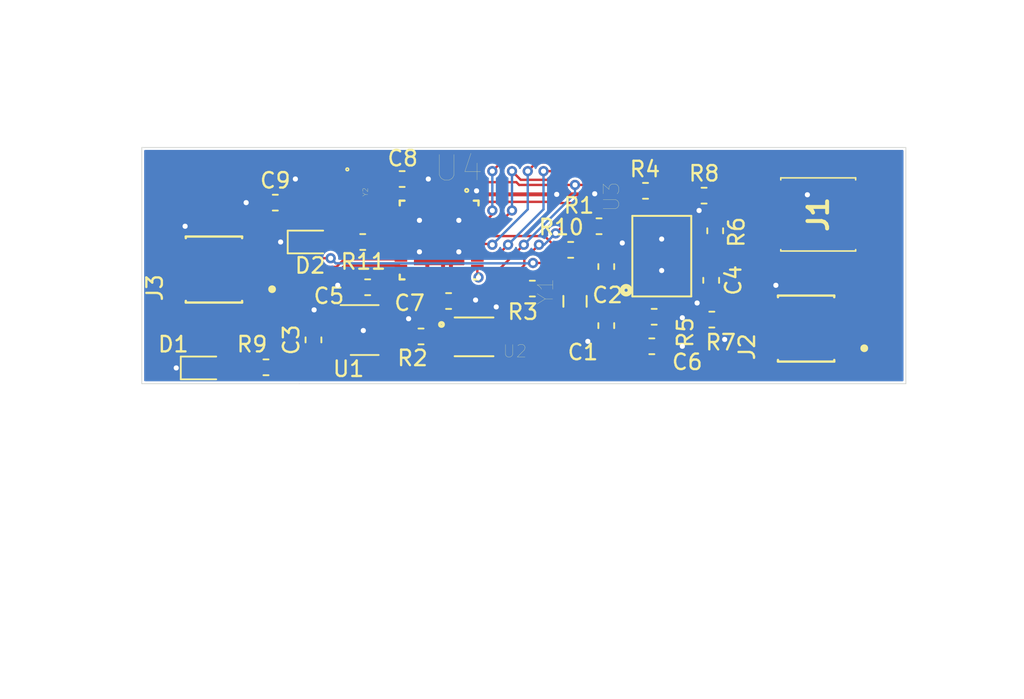
<source format=kicad_pcb>
(kicad_pcb (version 20200724) (host pcbnew "(5.99.0-2415-gbbdd3fce7)")

  (general
    (thickness 1.6)
    (drawings 6)
    (tracks 374)
    (modules 31)
    (nets 44)
  )

  (paper "A4")
  (layers
    (0 "F.Cu" signal)
    (31 "B.Cu" signal)
    (32 "B.Adhes" user)
    (33 "F.Adhes" user)
    (34 "B.Paste" user)
    (35 "F.Paste" user)
    (36 "B.SilkS" user)
    (37 "F.SilkS" user)
    (38 "B.Mask" user)
    (39 "F.Mask" user)
    (40 "Dwgs.User" user)
    (41 "Cmts.User" user)
    (42 "Eco1.User" user)
    (43 "Eco2.User" user)
    (44 "Edge.Cuts" user)
    (45 "Margin" user)
    (46 "B.CrtYd" user)
    (47 "F.CrtYd" user)
    (48 "B.Fab" user)
    (49 "F.Fab" user)
  )

  (setup
    (stackup
      (layer "F.SilkS" (type "Top Silk Screen"))
      (layer "F.Paste" (type "Top Solder Paste"))
      (layer "F.Mask" (type "Top Solder Mask") (color "Green") (thickness 0.01))
      (layer "F.Cu" (type "copper") (thickness 0.035))
      (layer "dielectric 1" (type "core") (thickness 1.51) (material "FR4") (epsilon_r 4.5) (loss_tangent 0.02))
      (layer "B.Cu" (type "copper") (thickness 0.035))
      (layer "B.Mask" (type "Bottom Solder Mask") (color "Green") (thickness 0.01))
      (layer "B.Paste" (type "Bottom Solder Paste"))
      (layer "B.SilkS" (type "Bottom Silk Screen"))
      (copper_finish "None")
      (dielectric_constraints no)
    )
    (pcbplotparams
      (layerselection 0x010fc_ffffffff)
      (usegerberextensions false)
      (usegerberattributes false)
      (usegerberadvancedattributes false)
      (creategerberjobfile false)
      (svguseinch false)
      (svgprecision 6)
      (excludeedgelayer true)
      (linewidth 0.100000)
      (plotframeref false)
      (viasonmask false)
      (mode 1)
      (useauxorigin false)
      (hpglpennumber 1)
      (hpglpenspeed 20)
      (hpglpendiameter 15.000000)
      (psnegative false)
      (psa4output false)
      (plotreference true)
      (plotvalue true)
      (plotinvisibletext false)
      (sketchpadsonfab false)
      (subtractmaskfromsilk false)
      (outputformat 1)
      (mirror false)
      (drillshape 0)
      (scaleselection 1)
      (outputdirectory "plot/")
    )
  )

  (net 0 "")
  (net 1 "GND")
  (net 2 "Net-(C1-Pad1)")
  (net 3 "Net-(C2-Pad1)")
  (net 4 "+3V3")
  (net 5 "VDD")
  (net 6 "Net-(C8-Pad2)")
  (net 7 "SCK")
  (net 8 "MISO")
  (net 9 "RESET")
  (net 10 "MOSI")
  (net 11 "RX")
  (net 12 "TX")
  (net 13 "SENSOR_SDA")
  (net 14 "SENSOR_SCL")
  (net 15 "Net-(C4-Pad1)")
  (net 16 "Net-(R2-Pad2)")
  (net 17 "Net-(R3-Pad2)")
  (net 18 "Net-(R5-Pad1)")
  (net 19 "Net-(R6-Pad1)")
  (net 20 "Net-(R7-Pad1)")
  (net 21 "Net-(R8-Pad1)")
  (net 22 "Net-(U1-Pad4)")
  (net 23 "Net-(U2-Pad3)")
  (net 24 "Net-(U3-Pad14)")
  (net 25 "Net-(U4-Pad32)")
  (net 26 "Net-(U4-Pad26)")
  (net 27 "Net-(U4-Pad24)")
  (net 28 "Net-(U4-Pad23)")
  (net 29 "Net-(U4-Pad14)")
  (net 30 "Net-(U4-Pad13)")
  (net 31 "Net-(U4-Pad12)")
  (net 32 "Net-(U4-Pad11)")
  (net 33 "Net-(U4-Pad9)")
  (net 34 "Net-(D1-Pad2)")
  (net 35 "SDA")
  (net 36 "SCL")
  (net 37 "PC2")
  (net 38 "Net-(U4-Pad20)")
  (net 39 "Net-(D2-Pad2)")
  (net 40 "Net-(C9-Pad2)")
  (net 41 "Net-(J2-Pad5)")
  (net 42 "Net-(J2-Pad1)")
  (net 43 "Net-(R11-Pad2)")

  (module "Capacitor_SMD:C_0603_1608Metric" (layer "F.Cu") (tedit 5B301BBE) (tstamp 00000000-0000-0000-0000-00005f115ddc)
    (at 160.004 68.39 -90)
    (descr "Capacitor SMD 0603 (1608 Metric), square (rectangular) end terminal, IPC_7351 nominal, (Body size source: http://www.tortai-tech.com/upload/download/2011102023233369053.pdf), generated with kicad-footprint-generator")
    (tags "capacitor")
    (path "/00000000-0000-0000-0000-00005f161811")
    (attr smd)
    (fp_text reference "C1" (at 1.714 1.508 180) (layer "F.SilkS")
      (effects (font (size 1 1) (thickness 0.15)))
      (tstamp 704c9c25-daaf-423c-81ba-28261aa7e3d1)
    )
    (fp_text value "22pF" (at 0 1.43 90) (layer "F.Fab")
      (effects (font (size 1 1) (thickness 0.15)))
      (tstamp 91098f37-1aca-446f-b362-c5d385c49b2f)
    )
    (fp_text user "${REFERENCE}" (at 0 0 90) (layer "F.Fab")
      (effects (font (size 0.4 0.4) (thickness 0.06)))
      (tstamp 38ed674b-5a8a-48f9-a371-5d4cb3575c9c)
    )
    (fp_line (start -0.162779 -0.51) (end 0.162779 -0.51) (layer "F.SilkS") (width 0.12) (tstamp 62100560-be7b-4624-9030-1e4e7f54c0aa))
    (fp_line (start -0.162779 0.51) (end 0.162779 0.51) (layer "F.SilkS") (width 0.12) (tstamp fabcdf23-ac15-4baf-84d7-7ff21e22a344))
    (fp_line (start -1.48 -0.73) (end 1.48 -0.73) (layer "F.CrtYd") (width 0.05) (tstamp 2fb0527c-6f3c-4202-9be7-a63746ef0aa3))
    (fp_line (start 1.48 0.73) (end -1.48 0.73) (layer "F.CrtYd") (width 0.05) (tstamp 710045c5-950b-4ccf-91f9-7fce099a0ce4))
    (fp_line (start 1.48 -0.73) (end 1.48 0.73) (layer "F.CrtYd") (width 0.05) (tstamp ac4340b4-a8c9-407d-8966-09bd51d442cc))
    (fp_line (start -1.48 0.73) (end -1.48 -0.73) (layer "F.CrtYd") (width 0.05) (tstamp dd7d8caf-d625-4fd4-8a6e-67ae6fd08fc3))
    (fp_line (start -0.8 -0.4) (end 0.8 -0.4) (layer "F.Fab") (width 0.1) (tstamp 0c3b467e-d7dd-41a1-93ff-a8e1527bc4bc))
    (fp_line (start -0.8 0.4) (end -0.8 -0.4) (layer "F.Fab") (width 0.1) (tstamp 324314a4-9940-40bb-b8f5-9d8cd011d911))
    (fp_line (start 0.8 -0.4) (end 0.8 0.4) (layer "F.Fab") (width 0.1) (tstamp 76165f72-b472-44fe-a168-deedff5da27e))
    (fp_line (start 0.8 0.4) (end -0.8 0.4) (layer "F.Fab") (width 0.1) (tstamp 87f7a09f-5150-41d7-8d15-0028cd4f4ea0))
    (pad "1" smd roundrect (at -0.7875 0 270) (size 0.875 0.95) (layers "F.Cu" "F.Paste" "F.Mask") (roundrect_rratio 0.25)
      (net 2 "Net-(C1-Pad1)") (tstamp 1b94970a-b461-4717-8460-1bb784e0c6d5))
    (pad "2" smd roundrect (at 0.7875 0 270) (size 0.875 0.95) (layers "F.Cu" "F.Paste" "F.Mask") (roundrect_rratio 0.25)
      (net 1 "GND") (tstamp 2345c375-716d-4ad4-a410-cc1c35720017))
    (model "${KISYS3DMOD}/Capacitor_SMD.3dshapes/C_0603_1608Metric.wrl"
      (at (xyz 0 0 0))
      (scale (xyz 1 1 1))
      (rotate (xyz 0 0 0))
    )
  )

  (module "Capacitor_SMD:C_0603_1608Metric" (layer "F.Cu") (tedit 5B301BBE) (tstamp 00000000-0000-0000-0000-00005f115ded)
    (at 160.004 64.58 90)
    (descr "Capacitor SMD 0603 (1608 Metric), square (rectangular) end terminal, IPC_7351 nominal, (Body size source: http://www.tortai-tech.com/upload/download/2011102023233369053.pdf), generated with kicad-footprint-generator")
    (tags "capacitor")
    (path "/00000000-0000-0000-0000-00005f165a01")
    (attr smd)
    (fp_text reference "C2" (at -1.841 0.0795 180) (layer "F.SilkS")
      (effects (font (size 1 1) (thickness 0.15)))
      (tstamp e73f55df-68b4-437c-84f8-7c45505cdb90)
    )
    (fp_text value "22pF" (at 0 1.43 90) (layer "F.Fab")
      (effects (font (size 1 1) (thickness 0.15)))
      (tstamp dbb8f6d2-4412-4740-85a8-cf7732777321)
    )
    (fp_text user "${REFERENCE}" (at 0 0 90) (layer "F.Fab")
      (effects (font (size 0.4 0.4) (thickness 0.06)))
      (tstamp 90a01c3f-8cb0-4e68-bcca-ba25244f1dc8)
    )
    (fp_line (start -0.162779 0.51) (end 0.162779 0.51) (layer "F.SilkS") (width 0.12) (tstamp 8c08308b-c693-4197-90bf-830df4c0e249))
    (fp_line (start -0.162779 -0.51) (end 0.162779 -0.51) (layer "F.SilkS") (width 0.12) (tstamp c23445f6-2574-4b26-844a-b84a79b1485b))
    (fp_line (start -1.48 -0.73) (end 1.48 -0.73) (layer "F.CrtYd") (width 0.05) (tstamp 18ca742d-79e3-4dee-8158-caaf7b3943b2))
    (fp_line (start 1.48 0.73) (end -1.48 0.73) (layer "F.CrtYd") (width 0.05) (tstamp 50d034ae-3cc9-4c4d-ba9c-3fc36669aac4))
    (fp_line (start -1.48 0.73) (end -1.48 -0.73) (layer "F.CrtYd") (width 0.05) (tstamp 67b5c85c-aaf4-458c-94d5-c2b1ea1b6e49))
    (fp_line (start 1.48 -0.73) (end 1.48 0.73) (layer "F.CrtYd") (width 0.05) (tstamp 9685ed49-245d-47d7-abc7-1b73a1749936))
    (fp_line (start 0.8 0.4) (end -0.8 0.4) (layer "F.Fab") (width 0.1) (tstamp 2ef7d31c-e7ca-4a2a-b935-46773ea43716))
    (fp_line (start -0.8 0.4) (end -0.8 -0.4) (layer "F.Fab") (width 0.1) (tstamp 7291a832-5503-4491-9b84-103049e7e767))
    (fp_line (start -0.8 -0.4) (end 0.8 -0.4) (layer "F.Fab") (width 0.1) (tstamp 83f5917d-2765-4d98-888b-9f37bc4acf9e))
    (fp_line (start 0.8 -0.4) (end 0.8 0.4) (layer "F.Fab") (width 0.1) (tstamp bc20f72b-19b2-40ad-bde2-e32c26cd942f))
    (pad "1" smd roundrect (at -0.7875 0 90) (size 0.875 0.95) (layers "F.Cu" "F.Paste" "F.Mask") (roundrect_rratio 0.25)
      (net 3 "Net-(C2-Pad1)") (tstamp 35499261-33e9-4bd3-ab20-ada8c62860c5))
    (pad "2" smd roundrect (at 0.7875 0 90) (size 0.875 0.95) (layers "F.Cu" "F.Paste" "F.Mask") (roundrect_rratio 0.25)
      (net 1 "GND") (tstamp 7f80c8b9-8769-47ec-8c9c-9b60c3cf39a4))
    (model "${KISYS3DMOD}/Capacitor_SMD.3dshapes/C_0603_1608Metric.wrl"
      (at (xyz 0 0 0))
      (scale (xyz 1 1 1))
      (rotate (xyz 0 0 0))
    )
  )

  (module "Capacitor_SMD:C_0603_1608Metric" (layer "F.Cu") (tedit 5B301BBE) (tstamp 00000000-0000-0000-0000-00005f115e53)
    (at 149.8345 66.802 180)
    (descr "Capacitor SMD 0603 (1608 Metric), square (rectangular) end terminal, IPC_7351 nominal, (Body size source: http://www.tortai-tech.com/upload/download/2011102023233369053.pdf), generated with kicad-footprint-generator")
    (tags "capacitor")
    (path "/00000000-0000-0000-0000-00005f209b08")
    (attr smd)
    (fp_text reference "C7" (at 2.5145 -0.127) (layer "F.SilkS")
      (effects (font (size 1 1) (thickness 0.15)))
      (tstamp e50f227a-e55d-415d-93e3-2266466a1a1e)
    )
    (fp_text value "0.1uF" (at 0 1.43) (layer "F.Fab")
      (effects (font (size 1 1) (thickness 0.15)))
      (tstamp 8c499c63-0ff1-4484-9282-07bf77b8f421)
    )
    (fp_text user "${REFERENCE}" (at 0 0) (layer "F.Fab")
      (effects (font (size 0.4 0.4) (thickness 0.06)))
      (tstamp d67eee35-dda7-460f-86d1-38f0f082ea59)
    )
    (fp_line (start -0.162779 -0.51) (end 0.162779 -0.51) (layer "F.SilkS") (width 0.12) (tstamp bf94107c-3d75-48f5-97cb-edd077c7bd06))
    (fp_line (start -0.162779 0.51) (end 0.162779 0.51) (layer "F.SilkS") (width 0.12) (tstamp c299ce43-fa26-4e83-af59-6a6cc0150de1))
    (fp_line (start 1.48 0.73) (end -1.48 0.73) (layer "F.CrtYd") (width 0.05) (tstamp 5919dcc2-82ea-4aa6-b439-8f52c4aca75a))
    (fp_line (start 1.48 -0.73) (end 1.48 0.73) (layer "F.CrtYd") (width 0.05) (tstamp 9a8a2386-228d-40f7-9177-0bc5eeab3d82))
    (fp_line (start -1.48 0.73) (end -1.48 -0.73) (layer "F.CrtYd") (width 0.05) (tstamp bbd2cbcb-7f1a-40b4-84d3-c778bce2fdac))
    (fp_line (start -1.48 -0.73) (end 1.48 -0.73) (layer "F.CrtYd") (width 0.05) (tstamp cb0afab6-706b-4739-85dd-673339c41327))
    (fp_line (start 0.8 -0.4) (end 0.8 0.4) (layer "F.Fab") (width 0.1) (tstamp 663f2892-5c42-4966-bedd-be3454c505b5))
    (fp_line (start -0.8 0.4) (end -0.8 -0.4) (layer "F.Fab") (width 0.1) (tstamp ad374e16-be80-4acb-9a0d-91b26d50f467))
    (fp_line (start 0.8 0.4) (end -0.8 0.4) (layer "F.Fab") (width 0.1) (tstamp da494f4c-9092-4f9c-9765-d57ff12c8f41))
    (fp_line (start -0.8 -0.4) (end 0.8 -0.4) (layer "F.Fab") (width 0.1) (tstamp fbe5bafe-1821-4b1d-bd95-16ad5ee4d353))
    (pad "1" smd roundrect (at -0.7875 0 180) (size 0.875 0.95) (layers "F.Cu" "F.Paste" "F.Mask") (roundrect_rratio 0.25)
      (net 1 "GND") (tstamp 7dc4e8d4-562b-47a0-8070-0844e29d9117))
    (pad "2" smd roundrect (at 0.7875 0 180) (size 0.875 0.95) (layers "F.Cu" "F.Paste" "F.Mask") (roundrect_rratio 0.25)
      (net 4 "+3V3") (tstamp 7e5a2570-a275-4132-b7ad-d2a2d6f709eb))
    (model "${KISYS3DMOD}/Capacitor_SMD.3dshapes/C_0603_1608Metric.wrl"
      (at (xyz 0 0 0))
      (scale (xyz 1 1 1))
      (rotate (xyz 0 0 0))
    )
  )

  (module "Resistor_SMD:R_0603_1608Metric" (layer "F.Cu") (tedit 5B301BBD) (tstamp 00000000-0000-0000-0000-00005f115ee8)
    (at 163.0935 67.818)
    (descr "Resistor SMD 0603 (1608 Metric), square (rectangular) end terminal, IPC_7351 nominal, (Body size source: http://www.tortai-tech.com/upload/download/2011102023233369053.pdf), generated with kicad-footprint-generator")
    (tags "resistor")
    (path "/00000000-0000-0000-0000-00005f152935")
    (attr smd)
    (fp_text reference "R5" (at 2.0065 1.016 90) (layer "F.SilkS")
      (effects (font (size 1 1) (thickness 0.15)))
      (tstamp 99da9cc1-4237-4318-92c9-69076014c61c)
    )
    (fp_text value "10K" (at 0 1.43) (layer "F.Fab")
      (effects (font (size 1 1) (thickness 0.15)))
      (tstamp dd304fec-1d12-4a5e-8f6f-3f2ba42652cc)
    )
    (fp_text user "${REFERENCE}" (at 0 0) (layer "F.Fab")
      (effects (font (size 0.4 0.4) (thickness 0.06)))
      (tstamp fbc745d4-54b2-4a72-813f-7e1fc6c9d936)
    )
    (fp_line (start -0.162779 -0.51) (end 0.162779 -0.51) (layer "F.SilkS") (width 0.12) (tstamp aabc043d-40c9-4a82-8c7e-39ae6a649da1))
    (fp_line (start -0.162779 0.51) (end 0.162779 0.51) (layer "F.SilkS") (width 0.12) (tstamp c634f5e0-a37d-43ca-8140-f362cf061f25))
    (fp_line (start 1.48 -0.73) (end 1.48 0.73) (layer "F.CrtYd") (width 0.05) (tstamp 24b90afc-cf08-4511-ba31-444a7e939e9f))
    (fp_line (start -1.48 -0.73) (end 1.48 -0.73) (layer "F.CrtYd") (width 0.05) (tstamp 8269a556-f828-418b-ae4f-cbd1c613c12b))
    (fp_line (start -1.48 0.73) (end -1.48 -0.73) (layer "F.CrtYd") (width 0.05) (tstamp b6f832eb-3ab5-40fe-b79d-216d87012b23))
    (fp_line (start 1.48 0.73) (end -1.48 0.73) (layer "F.CrtYd") (width 0.05) (tstamp f5aabf39-550b-4d27-8843-a8cd08456753))
    (fp_line (start -0.8 -0.4) (end 0.8 -0.4) (layer "F.Fab") (width 0.1) (tstamp 0481dfda-73ff-4934-bcf4-de01d85aec1c))
    (fp_line (start 0.8 -0.4) (end 0.8 0.4) (layer "F.Fab") (width 0.1) (tstamp 26c892f0-cd14-45fa-a99e-2f642a91f68f))
    (fp_line (start -0.8 0.4) (end -0.8 -0.4) (layer "F.Fab") (width 0.1) (tstamp 3772cb7f-81a4-46be-b247-ed9ffb09926d))
    (fp_line (start 0.8 0.4) (end -0.8 0.4) (layer "F.Fab") (width 0.1) (tstamp e76693b4-3366-4482-8e9b-2ae0a65e7070))
    (pad "1" smd roundrect (at -0.7875 0) (size 0.875 0.95) (layers "F.Cu" "F.Paste" "F.Mask") (roundrect_rratio 0.25)
      (net 18 "Net-(R5-Pad1)") (tstamp 6a7d56eb-fc0d-45e7-94ee-cf8351a5e025))
    (pad "2" smd roundrect (at 0.7875 0) (size 0.875 0.95) (layers "F.Cu" "F.Paste" "F.Mask") (roundrect_rratio 0.25)
      (net 1 "GND") (tstamp 9f398c61-5188-48cf-b4d6-6689434c78ee))
    (model "${KISYS3DMOD}/Resistor_SMD.3dshapes/R_0603_1608Metric.wrl"
      (at (xyz 0 0 0))
      (scale (xyz 1 1 1))
      (rotate (xyz 0 0 0))
    )
  )

  (module "Resistor_SMD:R_0603_1608Metric" (layer "F.Cu") (tedit 5B301BBD) (tstamp 00000000-0000-0000-0000-00005f115f1b)
    (at 166.3115 60)
    (descr "Resistor SMD 0603 (1608 Metric), square (rectangular) end terminal, IPC_7351 nominal, (Body size source: http://www.tortai-tech.com/upload/download/2011102023233369053.pdf), generated with kicad-footprint-generator")
    (tags "resistor")
    (path "/00000000-0000-0000-0000-00005f14fa04")
    (attr smd)
    (fp_text reference "R8" (at 0 -1.43) (layer "F.SilkS")
      (effects (font (size 1 1) (thickness 0.15)))
      (tstamp 110a1d5c-dc77-432c-8ae9-1fda3cfcc2e3)
    )
    (fp_text value "10K" (at 0 1.43) (layer "F.Fab")
      (effects (font (size 1 1) (thickness 0.15)))
      (tstamp 193006b7-a685-448b-bc11-a2af073f84ec)
    )
    (fp_text user "${REFERENCE}" (at 0 0) (layer "F.Fab")
      (effects (font (size 0.4 0.4) (thickness 0.06)))
      (tstamp fc4fd9be-dfbd-4cc9-9d08-9febf08c50c5)
    )
    (fp_line (start -0.162779 0.51) (end 0.162779 0.51) (layer "F.SilkS") (width 0.12) (tstamp 38cfbdc6-6ff1-4085-b8b5-0eb25e09df1f))
    (fp_line (start -0.162779 -0.51) (end 0.162779 -0.51) (layer "F.SilkS") (width 0.12) (tstamp 945e608f-39a6-484a-88a4-4a1ad29c6d2f))
    (fp_line (start 1.48 -0.73) (end 1.48 0.73) (layer "F.CrtYd") (width 0.05) (tstamp 12e14e9b-532b-4df5-9486-697e06553a94))
    (fp_line (start 1.48 0.73) (end -1.48 0.73) (layer "F.CrtYd") (width 0.05) (tstamp 2f86a7a2-6572-44fe-8dd7-548ed340937c))
    (fp_line (start -1.48 0.73) (end -1.48 -0.73) (layer "F.CrtYd") (width 0.05) (tstamp 3eb2bd33-4a24-4deb-b53a-30b8b5f841f0))
    (fp_line (start -1.48 -0.73) (end 1.48 -0.73) (layer "F.CrtYd") (width 0.05) (tstamp 67250851-a7ee-494c-a5b9-f3913797e79e))
    (fp_line (start 0.8 -0.4) (end 0.8 0.4) (layer "F.Fab") (width 0.1) (tstamp 46e3a0c2-3ff1-4edd-9bb5-289d2d0dde3d))
    (fp_line (start 0.8 0.4) (end -0.8 0.4) (layer "F.Fab") (width 0.1) (tstamp 6808ee2c-f136-4c40-9c54-acf0c728a34c))
    (fp_line (start -0.8 -0.4) (end 0.8 -0.4) (layer "F.Fab") (width 0.1) (tstamp 71ec02ae-9ae2-446f-89e5-cd2a391650d2))
    (fp_line (start -0.8 0.4) (end -0.8 -0.4) (layer "F.Fab") (width 0.1) (tstamp 8b56c7dc-5c66-4cc5-9668-6d0f8e06e7a0))
    (pad "1" smd roundrect (at -0.7875 0) (size 0.875 0.95) (layers "F.Cu" "F.Paste" "F.Mask") (roundrect_rratio 0.25)
      (net 21 "Net-(R8-Pad1)") (tstamp f5609bdf-b8bc-46ca-9076-3b39a1df6bb1))
    (pad "2" smd roundrect (at 0.7875 0) (size 0.875 0.95) (layers "F.Cu" "F.Paste" "F.Mask") (roundrect_rratio 0.25)
      (net 1 "GND") (tstamp ea6bbf12-a007-4e59-a1ef-80ea102eba88))
    (model "${KISYS3DMOD}/Resistor_SMD.3dshapes/R_0603_1608Metric.wrl"
      (at (xyz 0 0 0))
      (scale (xyz 1 1 1))
      (rotate (xyz 0 0 0))
    )
  )

  (module "Resistor_SMD:R_0603_1608Metric" (layer "F.Cu") (tedit 5B301BBD) (tstamp 00000000-0000-0000-0000-00005f115f5f)
    (at 155.2365 66 180)
    (descr "Resistor SMD 0603 (1608 Metric), square (rectangular) end terminal, IPC_7351 nominal, (Body size source: http://www.tortai-tech.com/upload/download/2011102023233369053.pdf), generated with kicad-footprint-generator")
    (tags "resistor")
    (path "/00000000-0000-0000-0000-00005f1b3554")
    (attr smd)
    (fp_text reference "R3" (at 0.614 -1.5005) (layer "F.SilkS")
      (effects (font (size 1 1) (thickness 0.15)))
      (tstamp 67956f5a-3744-499d-ae4f-64fff415144c)
    )
    (fp_text value "10K" (at 0 1.43) (layer "F.Fab")
      (effects (font (size 1 1) (thickness 0.15)))
      (tstamp 0d9aa76f-2eda-41d0-b105-e5adb4c3e1ce)
    )
    (fp_text user "${REFERENCE}" (at 0 0) (layer "F.Fab")
      (effects (font (size 0.4 0.4) (thickness 0.06)))
      (tstamp 31e9718c-0fbb-472b-a86a-189688d12940)
    )
    (fp_line (start -0.162779 0.51) (end 0.162779 0.51) (layer "F.SilkS") (width 0.12) (tstamp 3877ce21-c29a-495e-ac31-32b6f19be73b))
    (fp_line (start -0.162779 -0.51) (end 0.162779 -0.51) (layer "F.SilkS") (width 0.12) (tstamp ab76281e-d386-42a4-8dac-7d3f1528aa86))
    (fp_line (start -1.48 -0.73) (end 1.48 -0.73) (layer "F.CrtYd") (width 0.05) (tstamp 0cae7a4f-dcfa-49cf-92ec-6bfabb85ebcb))
    (fp_line (start 1.48 -0.73) (end 1.48 0.73) (layer "F.CrtYd") (width 0.05) (tstamp 5d127769-d2da-4b79-bfc6-469f706eb574))
    (fp_line (start -1.48 0.73) (end -1.48 -0.73) (layer "F.CrtYd") (width 0.05) (tstamp cc4fe624-3ad4-4d86-9346-6dc7f778b073))
    (fp_line (start 1.48 0.73) (end -1.48 0.73) (layer "F.CrtYd") (width 0.05) (tstamp e88870fe-3661-4f35-91f3-ea671c72980f))
    (fp_line (start 0.8 -0.4) (end 0.8 0.4) (layer "F.Fab") (width 0.1) (tstamp 28857509-77e5-4c30-8371-a3132beab572))
    (fp_line (start -0.8 -0.4) (end 0.8 -0.4) (layer "F.Fab") (width 0.1) (tstamp 4cfd2d90-44d1-4f52-b834-9d4fa4ceea05))
    (fp_line (start -0.8 0.4) (end -0.8 -0.4) (layer "F.Fab") (width 0.1) (tstamp 6b9c6c6b-43e7-4df3-8e0a-a3a35d70fc8e))
    (fp_line (start 0.8 0.4) (end -0.8 0.4) (layer "F.Fab") (width 0.1) (tstamp ecad9b97-41f8-4e90-8b86-35fdc07aab27))
    (pad "1" smd roundrect (at -0.7875 0 180) (size 0.875 0.95) (layers "F.Cu" "F.Paste" "F.Mask") (roundrect_rratio 0.25)
      (net 4 "+3V3") (tstamp 0a2579cd-9761-4702-b5d1-3eb9fa593372))
    (pad "2" smd roundrect (at 0.7875 0 180) (size 0.875 0.95) (layers "F.Cu" "F.Paste" "F.Mask") (roundrect_rratio 0.25)
      (net 17 "Net-(R3-Pad2)") (tstamp 49f9537f-9eab-4943-a39f-794d4b31c1df))
    (model "${KISYS3DMOD}/Resistor_SMD.3dshapes/R_0603_1608Metric.wrl"
      (at (xyz 0 0 0))
      (scale (xyz 1 1 1))
      (rotate (xyz 0 0 0))
    )
  )

  (module "ATMEGA328P-MUR:QFN50P500X500X100-33N" (layer "F.Cu") (tedit 5F0F9549) (tstamp 00000000-0000-0000-0000-00005f115feb)
    (at 149.225 62.865 -90)
    (path "/00000000-0000-0000-0000-00005f13d13d")
    (fp_text reference "U4" (at -4.6355 -1.27 180) (layer "F.SilkS")
      (effects (font (size 1.642669 1.642669) (thickness 0.015)))
      (tstamp 3d3a45ac-ad70-4c10-bb15-bc8610ed3f9c)
    )
    (fp_text value "ATMEGA328P-MUR" (at 18.435055 -5.492385 90) (layer "F.Fab")
      (effects (font (size 1.641787 1.641787) (thickness 0.015)))
      (tstamp 295b0444-e477-4524-a11a-4b89d80203ed)
    )
    (fp_line (start 2.2352 2.54) (end 2.54 2.54) (layer "F.SilkS") (width 0.1524) (tstamp 0f394ae8-a767-46c3-9078-9407dcbe4a2e))
    (fp_line (start 2.54 2.54) (end 2.54 2.2352) (layer "F.SilkS") (width 0.1524) (tstamp 1053ea82-c15b-43ea-9866-594d4554f12f))
    (fp_line (start 2.54 -2.54) (end 2.2352 -2.54) (layer "F.SilkS") (width 0.1524) (tstamp 41ae3f7e-045a-46f5-818c-7a6ac5494495))
    (fp_line (start -2.54 2.54) (end -2.2352 2.54) (layer "F.SilkS") (width 0.1524) (tstamp 7713e635-c7ea-4aac-99f1-0893dd327988))
    (fp_line (start 2.54 -2.2352) (end 2.54 -2.54) (layer "F.SilkS") (width 0.1524) (tstamp b03c5ef4-682e-413c-83c1-7c1785e2595a))
    (fp_line (start -2.54 -2.54) (end -2.54 -2.2352) (layer "F.SilkS") (width 0.1524) (tstamp b2c82ca1-4fcd-491b-a4c3-503596866fa8))
    (fp_line (start -2.2352 -2.54) (end -2.54 -2.54) (layer "F.SilkS") (width 0.1524) (tstamp b38d48d6-6b06-4c35-b314-d2f13aadd963))
    (fp_line (start -2.54 2.2352) (end -2.54 2.54) (layer "F.SilkS") (width 0.1524) (tstamp b5edefde-2871-41d9-965e-dba26cd589ba))
    (fp_line (start 2.54 -0.1016) (end 2.54 -0.4064) (layer "F.Fab") (width 0.1) (tstamp 07efb951-7573-4364-b34d-860ad6ed8136))
    (fp_line (start 2.54 1.397) (end 2.54 1.0922) (layer "F.Fab") (width 0.1) (tstamp 1a94e9d3-eb2f-40c2-9079-9124b332256f))
    (fp_line (start -2.54 2.54) (end 2.54 2.54) (layer "F.Fab") (width 0.1) (tstamp 1f7a0e32-870a-4ae8-99ef-903b8833462e))
    (fp_line (start -1.0922 -2.54) (end -1.397 -2.54) (layer "F.Fab") (width 0.1) (tstamp 25c961dd-d802-4ae1-93c5-11d80d3b4c5e))
    (fp_line (start -2.54 -0.889) (end -2.54 -0.6096) (layer "F.Fab") (width 0.1) (tstamp 2c15702e-66d5-4482-99a3-2fc76ee615bb))
    (fp_line (start -2.54 -1.905) (end -2.54 -1.6002) (layer "F.Fab") (width 0.1) (tstamp 2ec13433-d7bf-4edb-a1e0-b3eba1aada8e))
    (fp_line (start 2.54 1.905) (end 2.54 1.6002) (layer "F.Fab") (width 0.1) (tstamp 2f249d5f-8bbe-4eee-8fe9-827858955cd9))
    (fp_line (start -0.4064 2.54) (end -0.1016 2.54) (layer "F.Fab") (width 0.1) (tstamp 3f7d83ee-9580-4c8f-9b26-f5fcfa1bca61))
    (fp_line (start 0.1016 2.54) (end 0.4064 2.54) (layer "F.Fab") (width 0.1) (tstamp 3f8ee70c-088a-4bb8-82a1-b79df08daf34))
    (fp_line (start 2.54 0.889) (end 2.54 0.6096) (layer "F.Fab") (width 0.1) (tstamp 3fdb30bb-612c-4a71-af6c-39e328546f11))
    (fp_line (start 0.4064 -2.54) (end 0.1016 -2.54) (layer "F.Fab") (width 0.1) (tstamp 4b0bd544-09a9-4bc1-a4fa-54b266a6ad33))
    (fp_line (start -2.54 0.6096) (end -2.54 0.889) (layer "F.Fab") (width 0.1) (tstamp 538bdea7-74d4-461d-89ff-ce6e8b5a89c2))
    (fp_line (start 2.54 0.4064) (end 2.54 0.1016) (layer "F.Fab") (width 0.1) (tstamp 584456a6-2f02-49ff-ab03-4d1eab6948eb))
    (fp_line (start 2.54 -1.0922) (end 2.54 -1.397) (layer "F.Fab") (width 0.1) (tstamp 5babaecc-1734-4229-ad3c-5e7ead5d039d))
    (fp_line (start 1.905 -2.54) (end 1.6002 -2.54) (layer "F.Fab") (width 0.1) (tstamp 66251dae-0542-4e0e-8aa7-705e7effc664))
    (fp_line (start -2.54 1.6002) (end -2.54 1.905) (layer "F.Fab") (width 0.1) (tstamp 6c90a4a6-2819-4585-96b3-52f9a43184e7))
    (fp_line (start 2.54 -1.6002) (end 2.54 -1.905) (layer "F.Fab") (width 0.1) (tstamp 6efc5edf-57af-4cb9-b709-f18a0414f9d1))
    (fp_line (start 0.889 -2.54) (end 0.6096 -2.54) (layer "F.Fab") (width 0.1) (tstamp 77e4edb0-6ca7-4db3-a0e9-cb83c753546b))
    (fp_line (start 0.6096 2.54) (end 0.889 2.54) (layer "F.Fab") (width 0.1) (tstamp 79779348-e4dd-4876-b767-2bbf661ea741))
    (fp_line (start -2.54 0.1016) (end -2.54 0.4064) (layer "F.Fab") (width 0.1) (tstamp 816da0cd-28a2-4704-8fbe-3d928e06d13a))
    (fp_line (start -2.54 -2.54) (end -2.54 2.54) (layer "F.Fab") (width 0.1) (tstamp 8ff007cd-b3c8-4fea-a905-baf742b760d1))
    (fp_line (start 2.54 -0.6096) (end 2.54 -0.889) (layer "F.Fab") (width 0.1) (tstamp 908ab81d-2d25-4dab-ba14-da3153611e64))
    (fp_line (start -1.6002 -2.54) (end -1.905 -2.54) (layer "F.Fab") (width 0.1) (tstamp 9f1e97af-5655-45e7-9086-16f8864602b0))
    (fp_line (start -0.6096 -2.54) (end -0.889 -2.54) (layer "F.Fab") (width 0.1) (tstamp a2bc7541-7a40-410f-8115-27f36403abd7))
    (fp_line (start -2.54 -1.397) (end -2.54 -1.0922) (layer "F.Fab") (width 0.1) (tstamp a5845fe4-b3d6-4a02-8e21-8ece376106d9))
    (fp_line (start 2.54 -2.54) (end -2.54 -2.54) (layer "F.Fab") (width 0.1) (tstamp a83eb164-fe4f-4e4b-ae61-729de3380284))
    (fp_line (start -1.905 2.54) (end -1.6002 2.54) (layer "F.Fab") (width 0.1) (tstamp aca526fa-4b5a-4e88-a167-7f65f99a7d84))
    (fp_line (start 1.397 -2.54) (end 1.0922 -2.54) (layer "F.Fab") (width 0.1) (tstamp b199449a-f019-461b-8cdf-ba8f0451771e))
    (fp_line (start -2.54 1.0922) (end -2.54 1.397) (layer "F.Fab") (width 0.1) (tstamp ca184b5f-c8d0-4dbe-b8ab-65215a148717))
    (fp_line (start -2.54 -0.4064) (end -2.54 -0.1016) (layer "F.Fab") (width 0.1) (tstamp ce43ba1c-8c6c-4ca1-8dbd-ff0744380058))
    (fp_line (start -1.397 2.54) (end -1.0922 2.54) (layer "F.Fab") (width 0.1) (tstamp cf834326-c6ce-43b4-ba13-9be3e24a9557))
    (fp_line (start -0.1016 -2.54) (end -0.4064 -2.54) (layer "F.Fab") (width 0.1) (tstamp d16c7a72-00c4-40a4-826b-251348cc6925))
    (fp_line (start 1.0922 2.54) (end 1.397 2.54) (layer "F.Fab") (width 0.1) (tstamp d274ccc4-afeb-4112-a1fe-d73d9a752f97))
    (fp_line (start -0.889 2.54) (end -0.6096 2.54) (layer "F.Fab") (width 0.1) (tstamp e16091e3-53ef-443e-bfec-ba4a3904d818))
    (fp_line (start 1.6002 2.54) (end 1.905 2.54) (layer "F.Fab") (width 0.1) (tstamp ea78b08b-942f-417d-9bd5-7829fd0fcc63))
    (fp_line (start -2.54 -1.27) (end -1.27 -2.54) (layer "F.Fab") (width 0.1) (tstamp f4a5892a-0920-46ca-9b38-9d3465156f5d))
    (fp_line (start 2.54 2.54) (end 2.54 -2.54) (layer "F.Fab") (width 0.1) (tstamp ff1a8f27-515f-4b96-8976-2c3ecb87f82e))
    (pad "1" smd rect (at -2.4638 -1.7526 270) (size 0.8128 0.3048) (layers "F.Cu" "F.Paste" "F.Mask")
      (net 13 "SENSOR_SDA") (tstamp 8dd6cb0a-c56c-467d-b9af-d4c3c778047f))
    (pad "2" smd rect (at -2.4638 -1.2446 270) (size 0.8128 0.3048) (layers "F.Cu" "F.Paste" "F.Mask")
      (net 14 "SENSOR_SCL") (tstamp 20b0f4d5-e18b-430d-8e27-fe4e91fe9815))
    (pad "3" smd rect (at -2.4638 -0.762 270) (size 0.8128 0.3048) (layers "F.Cu" "F.Paste" "F.Mask")
      (net 1 "GND") (tstamp 304f3374-7a5e-4705-a0e5-4e6c69adce95))
    (pad "4" smd rect (at -2.4638 -0.254 270) (size 0.8128 0.3048) (layers "F.Cu" "F.Paste" "F.Mask")
      (net 4 "+3V3") (tstamp e97a0259-ccda-4647-864a-03e0b861ba19))
    (pad "5" smd rect (at -2.4638 0.254 270) (size 0.8128 0.3048) (layers "F.Cu" "F.Paste" "F.Mask")
      (net 1 "GND") (tstamp 2275b644-db24-49b7-b40e-f09daaec8854))
    (pad "6" smd rect (at -2.4638 0.762 270) (size 0.8128 0.3048) (layers "F.Cu" "F.Paste" "F.Mask")
      (net 4 "+3V3") (tstamp 218b6f6f-0659-4453-be56-c8270808a73a))
    (pad "7" smd rect (at -2.4638 1.2446 270) (size 0.8128 0.3048) (layers "F.Cu" "F.Paste" "F.Mask")
      (net 6 "Net-(C8-Pad2)") (tstamp 1316810b-afa1-44b3-89c1-db5f28accba0))
    (pad "8" smd rect (at -2.4638 1.7526 270) (size 0.8128 0.3048) (layers "F.Cu" "F.Paste" "F.Mask")
      (net 40 "Net-(C9-Pad2)") (tstamp 255ee0fc-bf3c-4111-8840-13ccff6cb7d4))
    (pad "9" smd rect (at -1.7526 2.4638 270) (size 0.3048 0.8128) (layers "F.Cu" "F.Paste" "F.Mask")
      (net 33 "Net-(U4-Pad9)") (tstamp e52828d0-b6e3-4beb-b9d8-4e44d544f557))
    (pad "10" smd rect (at -1.2446 2.4638 270) (size 0.3048 0.8128) (layers "F.Cu" "F.Paste" "F.Mask")
      (net 43 "Net-(R11-Pad2)") (tstamp 1237be55-43e4-4c5e-a75f-bc3f20a6aa5e))
    (pad "11" smd rect (at -0.762 2.4638 270) (size 0.3048 0.8128) (layers "F.Cu" "F.Paste" "F.Mask")
      (net 32 "Net-(U4-Pad11)") (tstamp e5c2fcc5-12b3-4c12-9d9d-dcc712ba7db1))
    (pad "12" smd rect (at -0.254 2.4638 270) (size 0.3048 0.8128) (layers "F.Cu" "F.Paste" "F.Mask")
      (net 31 "Net-(U4-Pad12)") (tstamp bff8fc51-afce-4265-93b9-5ee4f869ecd1))
    (pad "13" smd rect (at 0.254 2.4638 270) (size 0.3048 0.8128) (layers "F.Cu" "F.Paste" "F.Mask")
      (net 30 "Net-(U4-Pad13)") (tstamp 79daa549-3adf-42cd-a640-f6a16050ad99))
    (pad "14" smd rect (at 0.762 2.4638 270) (size 0.3048 0.8128) (layers "F.Cu" "F.Paste" "F.Mask")
      (net 29 "Net-(U4-Pad14)") (tstamp b2a3ba81-d1c1-4e28-a0e4-7fa7bd714fb1))
    (pad "15" smd rect (at 1.2446 2.4638 270) (size 0.3048 0.8128) (layers "F.Cu" "F.Paste" "F.Mask")
      (net 10 "MOSI") (tstamp d917c202-c8eb-46bd-b090-b8f9b42c0ba6))
    (pad "16" smd rect (at 1.7526 2.4638 270) (size 0.3048 0.8128) (layers "F.Cu" "F.Paste" "F.Mask")
      (net 8 "MISO") (tstamp 2451f3c4-1fde-4902-86c8-90482794ceb3))
    (pad "17" smd rect (at 2.4638 1.7526 270) (size 0.8128 0.3048) (layers "F.Cu" "F.Paste" "F.Mask")
      (net 7 "SCK") (tstamp 22ec58be-9b0d-4e1e-a5ce-b007db33b855))
    (pad "18" smd rect (at 2.4638 1.2446 270) (size 0.8128 0.3048) (layers "F.Cu" "F.Paste" "F.Mask")
      (net 4 "+3V3") (tstamp b64a6275-09be-43f9-b621-7932b1b3721f))
    (pad "19" smd rect (at 2.4638 0.762 270) (size 0.8128 0.3048) (layers "F.Cu" "F.Paste" "F.Mask")
      (net 1 "GND") (tstamp 806fd448-032d-405e-965b-14bf45e7538d))
    (pad "20" smd rect (at 2.4638 0.254 270) (size 0.8128 0.3048) (layers "F.Cu" "F.Paste" "F.Mask")
      (net 38 "Net-(U4-Pad20)") (tstamp e126bbe2-5f9f-4dfc-919f-7e9841f10489))
    (pad "21" smd rect (at 2.4638 -0.254 270) (size 0.8128 0.3048) (layers "F.Cu" "F.Paste" "F.Mask")
      (net 1 "GND") (tstamp 1c19fed1-364b-4d7a-a9fb-1f614b38f425))
    (pad "22" smd rect (at 2.4638 -0.762 270) (size 0.8128 0.3048) (layers "F.Cu" "F.Paste" "F.Mask")
      (net 1 "GND") (tstamp 1afe36ed-2553-4640-9081-c2999a0aff06))
    (pad "23" smd rect (at 2.4638 -1.2446 270) (size 0.8128 0.3048) (layers "F.Cu" "F.Paste" "F.Mask")
      (net 28 "Net-(U4-Pad23)") (tstamp 3077fbc9-ead5-4567-8447-3b141dfb5695))
    (pad "24" smd rect (at 2.4638 -1.7526 270) (size 0.8128 0.3048) (layers "F.Cu" "F.Paste" "F.Mask")
      (net 27 "Net-(U4-Pad24)") (tstamp 65181127-42ad-469b-b0e5-b0efaa6538a7))
    (pad "25" smd rect (at 1.7526 -2.4638 270) (size 0.3048 0.8128) (layers "F.Cu" "F.Paste" "F.Mask")
      (net 37 "PC2") (tstamp d399a2e8-68f5-4c2a-bbdc-8f9de8464e72))
    (pad "26" smd rect (at 1.2446 -2.4638 270) (size 0.3048 0.8128) (layers "F.Cu" "F.Paste" "F.Mask")
      (net 26 "Net-(U4-Pad26)") (tstamp 13004bb6-3756-47c0-a978-3f8afa6822a1))
    (pad "27" smd rect (at 0.762 -2.4638 270) (size 0.3048 0.8128) (layers "F.Cu" "F.Paste" "F.Mask")
      (net 35 "SDA") (tstamp 1911157a-8d87-4e88-8a04-548b015e23e6))
    (pad "28" smd rect (at 0.254 -2.4638 270) (size 0.3048 0.8128) (layers "F.Cu" "F.Paste" "F.Mask")
      (net 36 "SCL") (tstamp 8ad253c8-7bb9-40d1-981a-5e95c1ecec32))
    (pad "29" smd rect (at -0.254 -2.4638 270) (size 0.3048 0.8128) (layers "F.Cu" "F.Paste" "F.Mask")
      (net 9 "RESET") (tstamp c4d850d2-5b24-4445-be93-42abbda30542))
    (pad "30" smd rect (at -0.762 -2.4638 270) (size 0.3048 0.8128) (layers "F.Cu" "F.Paste" "F.Mask")
      (net 11 "RX") (tstamp de3501bd-8bb8-4cc9-845d-44aad0cd94da))
    (pad "31" smd rect (at -1.2446 -2.4638 270) (size 0.3048 0.8128) (layers "F.Cu" "F.Paste" "F.Mask")
      (net 12 "TX") (tstamp bbe6c17f-2067-485c-b16e-b9568cd52f24))
    (pad "32" smd rect (at -1.7526 -2.4638 270) (size 0.3048 0.8128) (layers "F.Cu" "F.Paste" "F.Mask")
      (net 25 "Net-(U4-Pad32)") (tstamp 8664f608-503b-4291-95a1-c401263b2e73))
    (pad "33" smd rect (at 0 0 270) (size 3.2512 3.2512) (layers "F.Cu" "F.Paste" "F.Mask")
      (net 1 "GND") (tstamp 2e715936-e5ab-468e-b38c-3c61dc9b7a96))
  )

  (module "SHT31-DIS-B:SON50P250X250X100-9N" (layer "F.Cu") (tedit 5F109BEB) (tstamp 00000000-0000-0000-0000-00005f116021)
    (at 151.476 69.115)
    (path "/00000000-0000-0000-0000-00005f197d98")
    (fp_text reference "U2" (at 2.6385 0.9255) (layer "F.SilkS")
      (effects (font (size 0.800898 0.800898) (thickness 0.015)))
      (tstamp da7fa254-498d-4969-84b2-1baa1d0290bf)
    )
    (fp_text value "SHT31-DIS-B" (at 8.87378 1.9951) (layer "F.Fab")
      (effects (font (size 0.801244 0.801244) (thickness 0.015)))
      (tstamp 07be163a-bd84-4608-8489-a1f257264813)
    )
    (fp_poly (pts (xy -0.3 -0.95) (xy 0.6 -0.95) (xy 0.6 0.95) (xy -0.6 0.95)
      (xy -0.6 -0.65)) (layer "F.Cu") (width 0.001) (tstamp 3a017475-8454-46f2-8b3c-54376c24eeab))
    (fp_poly (pts (xy -0.335284 -0.685) (xy 0.335 -0.685) (xy 0.335 0.68558) (xy -0.335284 0.68558)) (layer "F.Paste") (width 0.01) (tstamp 1e66cce2-735f-425f-b523-4d88439ce75c))
    (fp_line (start -1.25 1.25) (end 1.25 1.25) (layer "F.SilkS") (width 0.127) (tstamp 37433ee6-c710-443e-94cd-bfe44e2865f9))
    (fp_line (start -1.25 -1.25) (end 1.25 -1.25) (layer "F.SilkS") (width 0.127) (tstamp bdf9ed3e-067b-4d05-8502-994de4790320))
    (fp_circle (center -2.1 -0.8) (end -1.98 -0.8) (layer "F.SilkS") (width 0.2) (tstamp 5ce1d324-fb74-4aa1-ad81-30d46c123cae))
    (fp_poly (pts (xy -1.65051 0.55) (xy -0.75 0.55) (xy -0.75 0.950295) (xy -1.65051 0.950295)) (layer "F.Mask") (width 0.01) (tstamp 03d5fc5a-d0b8-4caf-8b3c-523b466db05e))
    (fp_poly (pts (xy -1.6519 0.05) (xy -0.75 0.05) (xy -0.75 0.450519) (xy -1.6519 0.450519)) (layer "F.Mask") (width 0.01) (tstamp 11d57444-3c50-477a-b74c-3352ab4c0faf))
    (fp_poly (pts (xy 0.750826 0.55) (xy 1.65 0.55) (xy 1.65 0.951046) (xy 0.750826 0.951046)) (layer "F.Mask") (width 0.01) (tstamp 22094b65-ce31-4a82-b731-0f055fd4b357))
    (fp_poly (pts (xy -1.65134 -0.95) (xy -0.75 -0.95) (xy -0.75 -0.550448) (xy -1.65134 -0.550448)) (layer "F.Mask") (width 0.01) (tstamp 339ba743-1712-46c4-b782-ac4dd188cfa5))
    (fp_poly (pts (xy 0.750746 0.05) (xy 1.65 0.05) (xy 1.65 0.450448) (xy 0.750746 0.450448)) (layer "F.Mask") (width 0.01) (tstamp 44d929e8-9565-44d8-aba7-5795789b93d9))
    (fp_poly (pts (xy 0.750198 -0.95) (xy 1.65 -0.95) (xy 1.65 -0.550145) (xy 0.750198 -0.550145)) (layer "F.Mask") (width 0.01) (tstamp 850b417b-e61a-4911-b68d-86243d808f3d))
    (fp_poly (pts (xy -1.65067 -0.45) (xy -0.75 -0.45) (xy -0.75 -0.05002) (xy -1.65067 -0.05002)) (layer "F.Mask") (width 0.01) (tstamp e4be0268-c0ce-4554-ac05-1fed25750cfd))
    (fp_poly (pts (xy 0.750849 -0.45) (xy 1.65 -0.45) (xy 1.65 -0.050057) (xy 0.750849 -0.050057)) (layer "F.Mask") (width 0.01) (tstamp f333d0d2-97ff-420a-8675-5bc1325d2569))
    (fp_poly (pts (xy -0.65 -0.65) (xy -0.3 -1) (xy 0.65 -1) (xy 0.65 1)
      (xy -0.65 1)) (layer "F.Mask") (width 0.001) (tstamp fea6176a-4216-4b8e-8c9b-5b194997bdb8))
    (fp_line (start -1.85 1.55) (end -1.85 -1.55) (layer "F.CrtYd") (width 0.05) (tstamp 0105b9d6-9a0c-4232-8687-ddd95ef93521))
    (fp_line (start -1.85 -1.55) (end 1.85 -1.55) (layer "F.CrtYd") (width 0.05) (tstamp 60c08cca-cd35-45de-9f5b-99b0afc22b24))
    (fp_line (start 1.85 -1.55) (end 1.85 1.55) (layer "F.CrtYd") (width 0.05) (tstamp 64cc1063-88aa-406b-ae92-2457d6e1dca7))
    (fp_line (start 1.85 1.55) (end -1.85 1.55) (layer "F.CrtYd") (width 0.05) (tstamp 6669d9b2-85be-4e9b-b2a0-ea2f46f978f8))
    (fp_line (start 1.25 -1.25) (end 1.25 1.25) (layer "F.Fab") (width 0.127) (tstamp 9955f450-9ee9-4b9c-a998-056afdf3aa7c))
    (fp_line (start -1.25 -1.25) (end -1.25 1.25) (layer "F.Fab") (width 0.127) (tstamp f2ac096a-f732-41cc-bc45-fbf85169a838))
    (pad "1" smd rect (at -1.2 -0.75) (size 0.8 0.3) (layers "F.Cu" "F.Paste")
      (net 13 "SENSOR_SDA") (tstamp a8113668-7899-4b08-bc5b-d5b503f3eca7))
    (pad "2" smd rect (at -1.2 -0.25) (size 0.8 0.3) (layers "F.Cu" "F.Paste")
      (net 16 "Net-(R2-Pad2)") (tstamp 54636035-6331-49ae-a012-0ed7399455d5))
    (pad "3" smd rect (at -1.2 0.25) (size 0.8 0.3) (layers "F.Cu" "F.Paste")
      (net 23 "Net-(U2-Pad3)") (tstamp b465cba7-f6da-4a06-a176-63ed48d0729a))
    (pad "4" smd rect (at -1.2 0.75) (size 0.8 0.3) (layers "F.Cu" "F.Paste")
      (net 14 "SENSOR_SCL") (tstamp 848b8832-9fad-4db6-b9e9-dda9f8e4be74))
    (pad "5" smd rect (at 1.2 0.75) (size 0.8 0.3) (layers "F.Cu" "F.Paste")
      (net 4 "+3V3") (tstamp 83ea0296-fcb2-41fb-8bc2-de5eefb6d55e))
    (pad "6" smd rect (at 1.2 0.25) (size 0.8 0.3) (layers "F.Cu" "F.Paste")
      (net 17 "Net-(R3-Pad2)") (tstamp 26fc10ab-d09f-4d9e-b322-7da7ef2eb727))
    (pad "7" smd rect (at 1.2 -0.25) (size 0.8 0.3) (layers "F.Cu" "F.Paste")
      (net 1 "GND") (tstamp 1203a22f-ea03-423d-97b9-3d31d4e67f6c))
    (pad "8" smd rect (at 1.2 -0.75) (size 0.8 0.3) (layers "F.Cu" "F.Paste")
      (net 1 "GND") (tstamp 77c198b8-8e7e-48d9-bec0-d4d16ff3f4dc))
    (pad "9" smd rect (at 0 0) (size 0.2 1) (layers "F.Cu" "F.Paste" "F.Mask")
      (net 1 "GND") (tstamp 5917f90f-421f-40ae-b45c-8c911c5f2eb5))
  )

  (module "BNO055:LGA28R50P4X10_380X520X100" (layer "F.Cu") (tedit 5F0F97D8) (tstamp 00000000-0000-0000-0000-00005f116b6d)
    (at 163.584 63.905 90)
    (path "/00000000-0000-0000-0000-00005f14966a")
    (fp_text reference "U3" (at 3.834 -3.2465 90) (layer "F.SilkS")
      (effects (font (size 1.001008 1.001008) (thickness 0.015)))
      (tstamp a28893e5-dd5a-4f9f-a925-bc0cb7988959)
    )
    (fp_text value "BNO055" (at 13.192115 2.668465 90) (layer "F.Fab")
      (effects (font (size 1.001299 1.001299) (thickness 0.015)))
      (tstamp d7d479b7-07c8-4fac-840e-0500edfe3cac)
    )
    (fp_line (start -2.6 -1.9) (end -2.6 1.9) (layer "F.SilkS") (width 0.127) (tstamp 15a82c07-9e08-4e2e-86c5-2ac9e59fa262))
    (fp_line (start 2.6 -1.9) (end -2.6 -1.9) (layer "F.SilkS") (width 0.127) (tstamp b2d3c513-6af4-4aeb-b57d-dba60e10cc86))
    (fp_line (start 2.6 1.9) (end 2.6 -1.9) (layer "F.SilkS") (width 0.127) (tstamp b9889584-47ac-47cc-a9d7-1c544f6d812b))
    (fp_line (start -2.6 1.9) (end 2.6 1.9) (layer "F.SilkS") (width 0.127) (tstamp dc1e1665-512a-4ff1-b0ed-a0afdbf07f09))
    (fp_circle (center -2.2 -2.3) (end -2.1 -2.3) (layer "F.SilkS") (width 0.3048) (tstamp 9d70c735-9677-4b40-9dd2-8888f7a08195))
    (fp_line (start -2.9 2.2) (end -2.9 -2.2) (layer "F.CrtYd") (width 0.127) (tstamp 10448222-7f63-4c42-b05b-ac941e5e1a99))
    (fp_line (start 2.9 2.2) (end -2.9 2.2) (layer "F.CrtYd") (width 0.127) (tstamp 148832fc-3737-4c10-9207-fbf7f9594303))
    (fp_line (start -2.9 -2.2) (end 2.9 -2.2) (layer "F.CrtYd") (width 0.127) (tstamp b9f54125-8d94-4388-9fdf-620d582373b8))
    (fp_line (start 2.9 -2.2) (end 2.9 2.2) (layer "F.CrtYd") (width 0.127) (tstamp c4f6a180-86c2-4541-8e3c-032cf267d12b))
    (pad "1" smd rect (at -2.25 -1.5625 90) (size 0.3 0.525) (layers "F.Cu" "F.Paste" "F.Mask") (tstamp e094196d-5f5b-466b-b97c-d2fe86199dab))
    (pad "2" smd rect (at -2.3125 -0.75 90) (size 0.425 0.3) (layers "F.Cu" "F.Paste" "F.Mask")
      (net 1 "GND") (tstamp 3737a24f-3b4b-4dfb-bffe-1289f9e249ad))
    (pad "3" smd rect (at -2.3125 -0.25 90) (size 0.425 0.3) (layers "F.Cu" "F.Paste" "F.Mask")
      (net 4 "+3V3") (tstamp f9b0d4e0-c80d-4265-8501-17c82497e4b4))
    (pad "4" smd rect (at -2.3125 0.25 90) (size 0.425 0.3) (layers "F.Cu" "F.Paste" "F.Mask")
      (net 4 "+3V3") (tstamp aea3b59b-ec78-4ed9-8a71-6ef9be3ea2ef))
    (pad "5" smd rect (at -2.3125 0.75 90) (size 0.425 0.3) (layers "F.Cu" "F.Paste" "F.Mask")
      (net 18 "Net-(R5-Pad1)") (tstamp a2336f25-0983-4cc4-b5be-1d7b660568a9))
    (pad "6" smd rect (at -2.25 1.5625 90) (size 0.3 0.525) (layers "F.Cu" "F.Paste" "F.Mask")
      (net 20 "Net-(R7-Pad1)") (tstamp e286e219-72c5-4745-be1b-ba182c378ce1))
    (pad "7" smd rect (at -1.75 1.5625 90) (size 0.3 0.525) (layers "F.Cu" "F.Paste" "F.Mask") (tstamp 5c06af91-5d6c-4172-b71a-faed2122387c))
    (pad "8" smd rect (at -1.25 1.5625 90) (size 0.3 0.525) (layers "F.Cu" "F.Paste" "F.Mask") (tstamp 5f2abea5-a0e3-4338-86fd-1d31a4c98a1d))
    (pad "9" smd rect (at -0.75 1.5625 90) (size 0.3 0.525) (layers "F.Cu" "F.Paste" "F.Mask")
      (net 15 "Net-(C4-Pad1)") (tstamp e6ba6ec7-035f-4544-a49a-854482383848))
    (pad "10" smd rect (at -0.25 1.5625 90) (size 0.3 0.525) (layers "F.Cu" "F.Paste" "F.Mask")
      (net 1 "GND") (tstamp 37a7d825-e440-4c51-b508-0eac5444c37d))
    (pad "11" smd rect (at 0.25 1.5625 90) (size 0.3 0.525) (layers "F.Cu" "F.Paste" "F.Mask")
      (net 19 "Net-(R6-Pad1)") (tstamp 7bf4f87d-2116-4eca-9d5c-bf980be5bacb))
    (pad "12" smd rect (at 0.75 1.5625 90) (size 0.3 0.525) (layers "F.Cu" "F.Paste" "F.Mask") (tstamp 237317c3-a95c-43bf-bbed-a8b399774133))
    (pad "13" smd rect (at 1.25 1.5625 90) (size 0.3 0.525) (layers "F.Cu" "F.Paste" "F.Mask") (tstamp 0bc8aea6-ef40-48ae-aaa2-f36dced1e084))
    (pad "14" smd rect (at 1.75 1.5625 90) (size 0.3 0.525) (layers "F.Cu" "F.Paste" "F.Mask")
      (net 24 "Net-(U3-Pad14)") (tstamp d0afb76d-9f87-454c-a8da-29821c82bdd8))
    (pad "15" smd rect (at 2.25 1.5625 90) (size 0.3 0.525) (layers "F.Cu" "F.Paste" "F.Mask")
      (net 1 "GND") (tstamp 9fc62364-bd2a-480f-84ee-8473631c3b9b))
    (pad "16" smd rect (at 2.3125 0.75 90) (size 0.425 0.3) (layers "F.Cu" "F.Paste" "F.Mask")
      (net 1 "GND") (tstamp 239a6591-fc2b-4a3c-9a38-ab17bb927259))
    (pad "17" smd rect (at 2.3125 0.25 90) (size 0.425 0.3) (layers "F.Cu" "F.Paste" "F.Mask")
      (net 21 "Net-(R8-Pad1)") (tstamp 951f06e2-4e28-4bba-8b93-29b23424e781))
    (pad "18" smd rect (at 2.3125 -0.25 90) (size 0.425 0.3) (layers "F.Cu" "F.Paste" "F.Mask")
      (net 1 "GND") (tstamp 2df1944a-19c8-48ec-bbff-100b47c8b67e))
    (pad "19" smd rect (at 2.3125 -0.75 90) (size 0.425 0.3) (layers "F.Cu" "F.Paste" "F.Mask")
      (net 14 "SENSOR_SCL") (tstamp 6cde2b5c-823e-4c5e-97a8-3002d7109dc7))
    (pad "20" smd rect (at 2.25 -1.5625 90) (size 0.3 0.525) (layers "F.Cu" "F.Paste" "F.Mask")
      (net 13 "SENSOR_SDA") (tstamp 0d79c1d9-c4c3-4bff-b49f-ac61cf87c943))
    (pad "21" smd rect (at 1.75 -1.5625 90) (size 0.3 0.525) (layers "F.Cu" "F.Paste" "F.Mask") (tstamp 0397c5e0-1d9e-485c-92f0-ccec2a0a793b))
    (pad "22" smd rect (at 1.25 -1.5625 90) (size 0.3 0.525) (layers "F.Cu" "F.Paste" "F.Mask") (tstamp e55a47a6-7594-4e6f-a72b-4652a1890869))
    (pad "23" smd rect (at 0.75 -1.5625 90) (size 0.3 0.525) (layers "F.Cu" "F.Paste" "F.Mask") (tstamp 5a952f29-7b5a-4ac7-97b4-94100cdafe4f))
    (pad "24" smd rect (at 0.25 -1.5625 90) (size 0.3 0.525) (layers "F.Cu" "F.Paste" "F.Mask") (tstamp 018262a6-fd11-4e92-b3ab-ab3dbda3b8cf))
    (pad "25" smd rect (at -0.25 -1.5625 90) (size 0.3 0.525) (layers "F.Cu" "F.Paste" "F.Mask")
      (net 1 "GND") (tstamp 050283ac-47c1-4ed1-832d-fb6101a22af6))
    (pad "26" smd rect (at -0.75 -1.5625 90) (size 0.3 0.525) (layers "F.Cu" "F.Paste" "F.Mask")
      (net 3 "Net-(C2-Pad1)") (tstamp 6d804af2-96c3-454c-877a-27db6118606e))
    (pad "27" smd rect (at -1.25 -1.5625 90) (size 0.3 0.525) (layers "F.Cu" "F.Paste" "F.Mask")
      (net 2 "Net-(C1-Pad1)") (tstamp dc15cb4f-7a31-419a-b813-0c8d31b1e0e2))
    (pad "28" smd rect (at -1.75 -1.5625 90) (size 0.3 0.525) (layers "F.Cu" "F.Paste" "F.Mask")
      (net 4 "+3V3") (tstamp e25d7419-d723-4daf-9b59-f139dd55f035))
  )

  (module "Resistor_SMD:R_0603_1608Metric" (layer "F.Cu") (tedit 5B301BBD) (tstamp 00000000-0000-0000-0000-00005f11bee8)
    (at 159.5375 61.976 180)
    (descr "Resistor SMD 0603 (1608 Metric), square (rectangular) end terminal, IPC_7351 nominal, (Body size source: http://www.tortai-tech.com/upload/download/2011102023233369053.pdf), generated with kicad-footprint-generator")
    (tags "resistor")
    (path "/00000000-0000-0000-0000-00005f17e3d1")
    (attr smd)
    (fp_text reference "R1" (at 1.2955 1.3335) (layer "F.SilkS")
      (effects (font (size 1 1) (thickness 0.15)))
      (tstamp 97982ee0-b168-4fed-ab69-e351348e2cba)
    )
    (fp_text value "10K" (at 0 1.43) (layer "F.Fab")
      (effects (font (size 1 1) (thickness 0.15)))
      (tstamp cdf28923-ded0-4e23-b9fa-8a83976b578c)
    )
    (fp_text user "${REFERENCE}" (at 0 0) (layer "F.Fab")
      (effects (font (size 0.4 0.4) (thickness 0.06)))
      (tstamp 85b63c09-4d8d-4c03-91c6-0e1599747b24)
    )
    (fp_line (start -0.162779 -0.51) (end 0.162779 -0.51) (layer "F.SilkS") (width 0.12) (tstamp 71706c57-6fac-4089-9f1c-14e06c430ea9))
    (fp_line (start -0.162779 0.51) (end 0.162779 0.51) (layer "F.SilkS") (width 0.12) (tstamp f2704acc-3009-4e47-b1c6-985242f1e29f))
    (fp_line (start 1.48 0.73) (end -1.48 0.73) (layer "F.CrtYd") (width 0.05) (tstamp 5ae8e66f-cf57-4427-bee9-ce143643d23d))
    (fp_line (start 1.48 -0.73) (end 1.48 0.73) (layer "F.CrtYd") (width 0.05) (tstamp 7a376ed0-ca83-4a0b-840b-9416097d7798))
    (fp_line (start -1.48 0.73) (end -1.48 -0.73) (layer "F.CrtYd") (width 0.05) (tstamp d44a2dc4-0b5b-47a1-af10-9df5c5b363c3))
    (fp_line (start -1.48 -0.73) (end 1.48 -0.73) (layer "F.CrtYd") (width 0.05) (tstamp e71d5724-f9fe-4610-99f7-e31d65b000ac))
    (fp_line (start 0.8 -0.4) (end 0.8 0.4) (layer "F.Fab") (width 0.1) (tstamp 15141cc9-582e-48aa-a4e8-a8f9dcf4db22))
    (fp_line (start 0.8 0.4) (end -0.8 0.4) (layer "F.Fab") (width 0.1) (tstamp 2dbf7bb4-293d-460a-a129-0e9aad36406f))
    (fp_line (start -0.8 0.4) (end -0.8 -0.4) (layer "F.Fab") (width 0.1) (tstamp 2df4b467-44df-4396-8b99-e0c639bae74f))
    (fp_line (start -0.8 -0.4) (end 0.8 -0.4) (layer "F.Fab") (width 0.1) (tstamp 81c23933-a523-40c2-833b-95d208455442))
    (pad "1" smd roundrect (at -0.7875 0 180) (size 0.875 0.95) (layers "F.Cu" "F.Paste" "F.Mask") (roundrect_rratio 0.25)
      (net 13 "SENSOR_SDA") (tstamp 5e355c6e-6a17-4542-88b3-8a7cfbf9a1b1))
    (pad "2" smd roundrect (at 0.7875 0 180) (size 0.875 0.95) (layers "F.Cu" "F.Paste" "F.Mask") (roundrect_rratio 0.25)
      (net 4 "+3V3") (tstamp cb5175cd-a812-4d09-8df2-265e351bceef))
    (model "${KISYS3DMOD}/Resistor_SMD.3dshapes/R_0603_1608Metric.wrl"
      (at (xyz 0 0 0))
      (scale (xyz 1 1 1))
      (rotate (xyz 0 0 0))
    )
  )

  (module "Resistor_SMD:R_0603_1608Metric" (layer "F.Cu") (tedit 5B301BBD) (tstamp 00000000-0000-0000-0000-00005f11c1c3)
    (at 157.7085 63.5)
    (descr "Resistor SMD 0603 (1608 Metric), square (rectangular) end terminal, IPC_7351 nominal, (Body size source: http://www.tortai-tech.com/upload/download/2011102023233369053.pdf), generated with kicad-footprint-generator")
    (tags "resistor")
    (path "/00000000-0000-0000-0000-00005f237554")
    (attr smd)
    (fp_text reference "R10" (at -0.6095 -1.4605) (layer "F.SilkS")
      (effects (font (size 1 1) (thickness 0.15)))
      (tstamp 3423551d-42a3-46da-a0cb-29608a7f0204)
    )
    (fp_text value "10K" (at 0 1.43) (layer "F.Fab")
      (effects (font (size 1 1) (thickness 0.15)))
      (tstamp 555f74a6-fcb5-483e-8fd4-124bc4076ae7)
    )
    (fp_text user "${REFERENCE}" (at 0 0) (layer "F.Fab")
      (effects (font (size 0.4 0.4) (thickness 0.06)))
      (tstamp 43928e3f-6dfe-4461-b1e1-8634a5325c52)
    )
    (fp_line (start -0.162779 -0.51) (end 0.162779 -0.51) (layer "F.SilkS") (width 0.12) (tstamp 05566255-00eb-4247-a381-31f74fff21b1))
    (fp_line (start -0.162779 0.51) (end 0.162779 0.51) (layer "F.SilkS") (width 0.12) (tstamp 0d5d1d37-0077-471a-95a0-4d63ddbd2c33))
    (fp_line (start 1.48 -0.73) (end 1.48 0.73) (layer "F.CrtYd") (width 0.05) (tstamp 043e5f88-de77-4dbb-b730-2938b2ea78a2))
    (fp_line (start -1.48 0.73) (end -1.48 -0.73) (layer "F.CrtYd") (width 0.05) (tstamp 1d69aeb0-6795-4061-a904-7e888dd31f62))
    (fp_line (start 1.48 0.73) (end -1.48 0.73) (layer "F.CrtYd") (width 0.05) (tstamp 6caea46a-3017-413b-a899-eaf89c8b35a0))
    (fp_line (start -1.48 -0.73) (end 1.48 -0.73) (layer "F.CrtYd") (width 0.05) (tstamp 8c990a4b-e342-4fa0-b13d-b14280e22fca))
    (fp_line (start -0.8 0.4) (end -0.8 -0.4) (layer "F.Fab") (width 0.1) (tstamp 05d614b1-720b-4f8d-8de1-9ce9a477184f))
    (fp_line (start -0.8 -0.4) (end 0.8 -0.4) (layer "F.Fab") (width 0.1) (tstamp 1a550e3a-0069-4b85-99af-e415a216f968))
    (fp_line (start 0.8 -0.4) (end 0.8 0.4) (layer "F.Fab") (width 0.1) (tstamp 9faa2cad-d454-41e8-a59a-59a50252aea3))
    (fp_line (start 0.8 0.4) (end -0.8 0.4) (layer "F.Fab") (width 0.1) (tstamp e4839176-8eb2-4617-b50e-3483b55a014a))
    (pad "1" smd roundrect (at -0.7875 0) (size 0.875 0.95) (layers "F.Cu" "F.Paste" "F.Mask") (roundrect_rratio 0.25)
      (net 9 "RESET") (tstamp c38c009f-3b63-476c-bb01-f6b891c37350))
    (pad "2" smd roundrect (at 0.7875 0) (size 0.875 0.95) (layers "F.Cu" "F.Paste" "F.Mask") (roundrect_rratio 0.25)
      (net 4 "+3V3") (tstamp b5e76a1c-c3f0-44ce-bea6-adf55d447673))
    (model "${KISYS3DMOD}/Resistor_SMD.3dshapes/R_0603_1608Metric.wrl"
      (at (xyz 0 0 0))
      (scale (xyz 1 1 1))
      (rotate (xyz 0 0 0))
    )
  )

  (module "Resistor_SMD:R_0603_1608Metric" (layer "F.Cu") (tedit 5B301BBD) (tstamp 00000000-0000-0000-0000-00005f11c3ec)
    (at 148.0565 69.088)
    (descr "Resistor SMD 0603 (1608 Metric), square (rectangular) end terminal, IPC_7351 nominal, (Body size source: http://www.tortai-tech.com/upload/download/2011102023233369053.pdf), generated with kicad-footprint-generator")
    (tags "resistor")
    (path "/00000000-0000-0000-0000-00005f1c2074")
    (attr smd)
    (fp_text reference "R2" (at -0.546 1.397) (layer "F.SilkS")
      (effects (font (size 1 1) (thickness 0.15)))
      (tstamp c3be9326-0188-465a-8b7e-57616e4da260)
    )
    (fp_text value "10K" (at 0 1.43) (layer "F.Fab")
      (effects (font (size 1 1) (thickness 0.15)))
      (tstamp 5a0162f5-158a-4a8f-8d21-fb2bbc438814)
    )
    (fp_text user "${REFERENCE}" (at 0 0) (layer "F.Fab")
      (effects (font (size 0.4 0.4) (thickness 0.06)))
      (tstamp 8a1d564b-9293-4afd-84ff-3c92399e1445)
    )
    (fp_line (start -0.162779 -0.51) (end 0.162779 -0.51) (layer "F.SilkS") (width 0.12) (tstamp 2f16556c-2de3-4559-ae63-6b98a9accdc7))
    (fp_line (start -0.162779 0.51) (end 0.162779 0.51) (layer "F.SilkS") (width 0.12) (tstamp d55ffaaa-529c-4cf5-9d31-93bfd46d0e64))
    (fp_line (start 1.48 -0.73) (end 1.48 0.73) (layer "F.CrtYd") (width 0.05) (tstamp 1925d87d-f966-4d4d-9035-19025e95e0cc))
    (fp_line (start -1.48 0.73) (end -1.48 -0.73) (layer "F.CrtYd") (width 0.05) (tstamp 2e327b9f-ac25-4989-a466-43f986ea7743))
    (fp_line (start 1.48 0.73) (end -1.48 0.73) (layer "F.CrtYd") (width 0.05) (tstamp 4cd74da1-0bba-4534-bad1-944f049b21ae))
    (fp_line (start -1.48 -0.73) (end 1.48 -0.73) (layer "F.CrtYd") (width 0.05) (tstamp 4ee25ace-56c9-4ee4-9342-fd5a28fa4b66))
    (fp_line (start -0.8 0.4) (end -0.8 -0.4) (layer "F.Fab") (width 0.1) (tstamp 22d6302c-2e20-4279-8d42-979d5bfbf157))
    (fp_line (start 0.8 0.4) (end -0.8 0.4) (layer "F.Fab") (width 0.1) (tstamp 4d8ababe-12f6-489f-84b7-9df98e301e55))
    (fp_line (start 0.8 -0.4) (end 0.8 0.4) (layer "F.Fab") (width 0.1) (tstamp d7d6e0af-49b0-433c-8504-4ad4cbf18d94))
    (fp_line (start -0.8 -0.4) (end 0.8 -0.4) (layer "F.Fab") (width 0.1) (tstamp e7ee86ca-6676-4469-8546-ce42bcb7881a))
    (pad "1" smd roundrect (at -0.7875 0) (size 0.875 0.95) (layers "F.Cu" "F.Paste" "F.Mask") (roundrect_rratio 0.25)
      (net 1 "GND") (tstamp b907d391-a032-4661-98eb-dc6b298dae9c))
    (pad "2" smd roundrect (at 0.7875 0) (size 0.875 0.95) (layers "F.Cu" "F.Paste" "F.Mask") (roundrect_rratio 0.25)
      (net 16 "Net-(R2-Pad2)") (tstamp e1c07930-37cc-4f5c-8e76-d8bab23af7d0))
    (model "${KISYS3DMOD}/Resistor_SMD.3dshapes/R_0603_1608Metric.wrl"
      (at (xyz 0 0 0))
      (scale (xyz 1 1 1))
      (rotate (xyz 0 0 0))
    )
  )

  (module "Capacitor_SMD:C_0603_1608Metric" (layer "F.Cu") (tedit 5B301BBE) (tstamp 00000000-0000-0000-0000-00005f1282d6)
    (at 138.6585 60.452)
    (descr "Capacitor SMD 0603 (1608 Metric), square (rectangular) end terminal, IPC_7351 nominal, (Body size source: http://www.tortai-tech.com/upload/download/2011102023233369053.pdf), generated with kicad-footprint-generator")
    (tags "capacitor")
    (path "/00000000-0000-0000-0000-00005f24f705")
    (attr smd)
    (fp_text reference "C9" (at 0 -1.43) (layer "F.SilkS")
      (effects (font (size 1 1) (thickness 0.15)))
      (tstamp a04f23c0-5f1c-4ed4-a9cf-7d7daa6f6e5c)
    )
    (fp_text value "22pF" (at 0 1.43) (layer "F.Fab")
      (effects (font (size 1 1) (thickness 0.15)))
      (tstamp 87351a3f-1ea7-4fb9-9f34-bed667eb523b)
    )
    (fp_text user "${REFERENCE}" (at 0 0) (layer "F.Fab")
      (effects (font (size 0.4 0.4) (thickness 0.06)))
      (tstamp 82ac17cf-54ef-4923-a90d-ab6cd2102192)
    )
    (fp_line (start -0.162779 -0.51) (end 0.162779 -0.51) (layer "F.SilkS") (width 0.12) (tstamp 9455f614-48cb-4ac8-888c-97c29ef26e1e))
    (fp_line (start -0.162779 0.51) (end 0.162779 0.51) (layer "F.SilkS") (width 0.12) (tstamp c47a8527-9da8-4142-8adc-d319eabfae77))
    (fp_line (start 1.48 0.73) (end -1.48 0.73) (layer "F.CrtYd") (width 0.05) (tstamp 13be57a0-387c-457d-9ff8-161d7efd73f1))
    (fp_line (start -1.48 0.73) (end -1.48 -0.73) (layer "F.CrtYd") (width 0.05) (tstamp 274672b7-7922-4c9d-99d8-edab088975f9))
    (fp_line (start -1.48 -0.73) (end 1.48 -0.73) (layer "F.CrtYd") (width 0.05) (tstamp 2f5b7e2d-bb60-4f8a-a020-3641352d7217))
    (fp_line (start 1.48 -0.73) (end 1.48 0.73) (layer "F.CrtYd") (width 0.05) (tstamp 7f6bea0d-8d9c-4168-a127-965df0ace062))
    (fp_line (start -0.8 0.4) (end -0.8 -0.4) (layer "F.Fab") (width 0.1) (tstamp 17a11572-7af6-460f-92a1-9604249ac72e))
    (fp_line (start -0.8 -0.4) (end 0.8 -0.4) (layer "F.Fab") (width 0.1) (tstamp 4f63313f-d36d-44da-9b05-c4d71336a92a))
    (fp_line (start 0.8 -0.4) (end 0.8 0.4) (layer "F.Fab") (width 0.1) (tstamp c20a2d74-d2c4-4f47-a0f8-45f9b79060c5))
    (fp_line (start 0.8 0.4) (end -0.8 0.4) (layer "F.Fab") (width 0.1) (tstamp cf73d6ff-bd94-447c-9da9-c03a6564ef15))
    (pad "1" smd roundrect (at -0.7875 0) (size 0.875 0.95) (layers "F.Cu" "F.Paste" "F.Mask") (roundrect_rratio 0.25)
      (net 1 "GND") (tstamp 2aa47290-195d-4e80-ba00-c512dd6a693f))
    (pad "2" smd roundrect (at 0.7875 0) (size 0.875 0.95) (layers "F.Cu" "F.Paste" "F.Mask") (roundrect_rratio 0.25)
      (net 40 "Net-(C9-Pad2)") (tstamp 56ac92f1-11ff-42a4-a53e-7b08f648b252))
    (model "${KISYS3DMOD}/Capacitor_SMD.3dshapes/C_0603_1608Metric.wrl"
      (at (xyz 0 0 0))
      (scale (xyz 1 1 1))
      (rotate (xyz 0 0 0))
    )
  )

  (module "Capacitor_SMD:C_0603_1608Metric" (layer "F.Cu") (tedit 5B301BBE) (tstamp 00000000-0000-0000-0000-00005f128306)
    (at 146.8375 58.928 180)
    (descr "Capacitor SMD 0603 (1608 Metric), square (rectangular) end terminal, IPC_7351 nominal, (Body size source: http://www.tortai-tech.com/upload/download/2011102023233369053.pdf), generated with kicad-footprint-generator")
    (tags "capacitor")
    (path "/00000000-0000-0000-0000-00005f24e6f1")
    (attr smd)
    (fp_text reference "C8" (at -0.038 1.3335) (layer "F.SilkS")
      (effects (font (size 1 1) (thickness 0.15)))
      (tstamp 6c3b1b1c-e272-42a5-b73e-db2ae007f9bb)
    )
    (fp_text value "22pF" (at 0 1.43) (layer "F.Fab")
      (effects (font (size 1 1) (thickness 0.15)))
      (tstamp 8b5e6fb7-7589-4372-989d-c8d8c03faa99)
    )
    (fp_text user "${REFERENCE}" (at 0 0) (layer "F.Fab")
      (effects (font (size 0.4 0.4) (thickness 0.06)))
      (tstamp 159b1736-c5ac-4d5a-b15c-4f9cfe4ed5c4)
    )
    (fp_line (start -0.162779 0.51) (end 0.162779 0.51) (layer "F.SilkS") (width 0.12) (tstamp 97e2bf4e-28cb-44da-a63c-db84f31ed1f8))
    (fp_line (start -0.162779 -0.51) (end 0.162779 -0.51) (layer "F.SilkS") (width 0.12) (tstamp e59067bb-6c6a-4585-98af-66487360d06f))
    (fp_line (start -1.48 0.73) (end -1.48 -0.73) (layer "F.CrtYd") (width 0.05) (tstamp 17abace4-1c9e-4b3b-a249-114002c4b827))
    (fp_line (start -1.48 -0.73) (end 1.48 -0.73) (layer "F.CrtYd") (width 0.05) (tstamp 68d76a27-e222-4f86-a7cd-75d0e101c913))
    (fp_line (start 1.48 -0.73) (end 1.48 0.73) (layer "F.CrtYd") (width 0.05) (tstamp 77ac39d9-03a8-452a-a226-5aece35e17b8))
    (fp_line (start 1.48 0.73) (end -1.48 0.73) (layer "F.CrtYd") (width 0.05) (tstamp 9f33a227-41c8-40c2-a32c-193406174d17))
    (fp_line (start -0.8 0.4) (end -0.8 -0.4) (layer "F.Fab") (width 0.1) (tstamp 20e642ac-513c-4980-9a84-9c692ff38017))
    (fp_line (start -0.8 -0.4) (end 0.8 -0.4) (layer "F.Fab") (width 0.1) (tstamp 38439078-4f8b-494c-b412-e6d702193e0f))
    (fp_line (start 0.8 -0.4) (end 0.8 0.4) (layer "F.Fab") (width 0.1) (tstamp 82d052b6-b356-4ecc-97d0-207b470c053d))
    (fp_line (start 0.8 0.4) (end -0.8 0.4) (layer "F.Fab") (width 0.1) (tstamp d693a0cf-5468-4533-baf2-839aabb841a4))
    (pad "1" smd roundrect (at -0.7875 0 180) (size 0.875 0.95) (layers "F.Cu" "F.Paste" "F.Mask") (roundrect_rratio 0.25)
      (net 1 "GND") (tstamp fda77196-41d4-41c6-b9ae-9145f4bdff87))
    (pad "2" smd roundrect (at 0.7875 0 180) (size 0.875 0.95) (layers "F.Cu" "F.Paste" "F.Mask") (roundrect_rratio 0.25)
      (net 6 "Net-(C8-Pad2)") (tstamp 070d18ef-b188-4a4f-b542-77812d50cf7c))
    (model "${KISYS3DMOD}/Capacitor_SMD.3dshapes/C_0603_1608Metric.wrl"
      (at (xyz 0 0 0))
      (scale (xyz 1 1 1))
      (rotate (xyz 0 0 0))
    )
  )

  (module "Resistor_SMD:R_0603_1608Metric" (layer "F.Cu") (tedit 5B301BBD) (tstamp 00000000-0000-0000-0000-00005f128da7)
    (at 167.029 62.27 90)
    (descr "Resistor SMD 0603 (1608 Metric), square (rectangular) end terminal, IPC_7351 nominal, (Body size source: http://www.tortai-tech.com/upload/download/2011102023233369053.pdf), generated with kicad-footprint-generator")
    (tags "resistor")
    (path "/00000000-0000-0000-0000-00005f15d01c")
    (attr smd)
    (fp_text reference "R6" (at -0.087 1.373 90) (layer "F.SilkS")
      (effects (font (size 1 1) (thickness 0.15)))
      (tstamp f6704d5f-4799-4b08-99d2-fa5dcab34e05)
    )
    (fp_text value "10K" (at 0 1.43 90) (layer "F.Fab")
      (effects (font (size 1 1) (thickness 0.15)))
      (tstamp 1a58300d-174f-4184-890a-eec7b189cb9e)
    )
    (fp_text user "${REFERENCE}" (at 0 0 90) (layer "F.Fab")
      (effects (font (size 0.4 0.4) (thickness 0.06)))
      (tstamp 51521e2b-bb7d-4333-a7e7-93562e666f09)
    )
    (fp_line (start -0.162779 -0.51) (end 0.162779 -0.51) (layer "F.SilkS") (width 0.12) (tstamp 0e57bf21-96b1-4660-8e64-8a4928f6724b))
    (fp_line (start -0.162779 0.51) (end 0.162779 0.51) (layer "F.SilkS") (width 0.12) (tstamp 6bf8f7e4-f48c-4e8f-8e4f-48565436db1f))
    (fp_line (start 1.48 -0.73) (end 1.48 0.73) (layer "F.CrtYd") (width 0.05) (tstamp 2ce38a29-5b5b-4bb4-ac8a-e1a2ffde7845))
    (fp_line (start -1.48 -0.73) (end 1.48 -0.73) (layer "F.CrtYd") (width 0.05) (tstamp 560d556b-495b-4515-928a-63ef63a3100d))
    (fp_line (start -1.48 0.73) (end -1.48 -0.73) (layer "F.CrtYd") (width 0.05) (tstamp 91707180-480a-43d9-85b7-3f75c3e64096))
    (fp_line (start 1.48 0.73) (end -1.48 0.73) (layer "F.CrtYd") (width 0.05) (tstamp adfecbcf-3c6f-4687-b206-557fc50d6cab))
    (fp_line (start 0.8 -0.4) (end 0.8 0.4) (layer "F.Fab") (width 0.1) (tstamp 0441a3a7-e47c-4180-b02d-f970f520a3e1))
    (fp_line (start -0.8 0.4) (end -0.8 -0.4) (layer "F.Fab") (width 0.1) (tstamp 412c8b1b-3b97-4c8c-845d-ad43a905b02d))
    (fp_line (start -0.8 -0.4) (end 0.8 -0.4) (layer "F.Fab") (width 0.1) (tstamp 84d5f7e0-f13d-4b08-ab88-0285cc2b7a0a))
    (fp_line (start 0.8 0.4) (end -0.8 0.4) (layer "F.Fab") (width 0.1) (tstamp d58ef966-a315-4dee-9dfe-26ed84a136d5))
    (pad "1" smd roundrect (at -0.7875 0 90) (size 0.875 0.95) (layers "F.Cu" "F.Paste" "F.Mask") (roundrect_rratio 0.25)
      (net 19 "Net-(R6-Pad1)") (tstamp 5efa77b3-1f19-443b-a802-988f87433726))
    (pad "2" smd roundrect (at 0.7875 0 90) (size 0.875 0.95) (layers "F.Cu" "F.Paste" "F.Mask") (roundrect_rratio 0.25)
      (net 4 "+3V3") (tstamp f81fbd36-161e-42a8-9313-1fbcf517867a))
    (model "${KISYS3DMOD}/Resistor_SMD.3dshapes/R_0603_1608Metric.wrl"
      (at (xyz 0 0 0))
      (scale (xyz 1 1 1))
      (rotate (xyz 0 0 0))
    )
  )

  (module "Resistor_SMD:R_0603_1608Metric" (layer "F.Cu") (tedit 5B301BBD) (tstamp 00000000-0000-0000-0000-00005f128dd7)
    (at 166.8115 68)
    (descr "Resistor SMD 0603 (1608 Metric), square (rectangular) end terminal, IPC_7351 nominal, (Body size source: http://www.tortai-tech.com/upload/download/2011102023233369053.pdf), generated with kicad-footprint-generator")
    (tags "resistor")
    (path "/00000000-0000-0000-0000-00005f15255f")
    (attr smd)
    (fp_text reference "R7" (at 0.5745 1.469) (layer "F.SilkS")
      (effects (font (size 1 1) (thickness 0.15)))
      (tstamp 4a887de6-6268-40bd-9738-ea7d6885c313)
    )
    (fp_text value "10K" (at 0 1.43) (layer "F.Fab")
      (effects (font (size 1 1) (thickness 0.15)))
      (tstamp 8e8f83f4-56e8-46b9-9598-251256364d9a)
    )
    (fp_text user "${REFERENCE}" (at 0 0) (layer "F.Fab")
      (effects (font (size 0.4 0.4) (thickness 0.06)))
      (tstamp 608950fa-6c99-470f-93fe-0ad88f965a72)
    )
    (fp_line (start -0.162779 -0.51) (end 0.162779 -0.51) (layer "F.SilkS") (width 0.12) (tstamp afc63379-6511-4af0-9327-4866bc11a296))
    (fp_line (start -0.162779 0.51) (end 0.162779 0.51) (layer "F.SilkS") (width 0.12) (tstamp cc9af158-7be2-4795-9072-c7483bd9e239))
    (fp_line (start 1.48 0.73) (end -1.48 0.73) (layer "F.CrtYd") (width 0.05) (tstamp 6175f28e-a4e0-479d-8da1-541d26600b23))
    (fp_line (start -1.48 0.73) (end -1.48 -0.73) (layer "F.CrtYd") (width 0.05) (tstamp 72086027-c014-4230-b81b-ed8bd30f58f5))
    (fp_line (start 1.48 -0.73) (end 1.48 0.73) (layer "F.CrtYd") (width 0.05) (tstamp aaceb2bb-7e5b-40b4-8338-ce4a0f44d485))
    (fp_line (start -1.48 -0.73) (end 1.48 -0.73) (layer "F.CrtYd") (width 0.05) (tstamp cfea604e-c04b-40a4-942e-bd81475832c4))
    (fp_line (start 0.8 -0.4) (end 0.8 0.4) (layer "F.Fab") (width 0.1) (tstamp 5f343bbf-95ec-48d3-bf0f-c835be49b749))
    (fp_line (start -0.8 -0.4) (end 0.8 -0.4) (layer "F.Fab") (width 0.1) (tstamp 752e7aae-f676-442f-beef-84277e0c948f))
    (fp_line (start -0.8 0.4) (end -0.8 -0.4) (layer "F.Fab") (width 0.1) (tstamp 9503f82c-a6a2-42c6-b097-51ec242c34ae))
    (fp_line (start 0.8 0.4) (end -0.8 0.4) (layer "F.Fab") (width 0.1) (tstamp bd089b15-ced4-42a0-8df5-df9dc2aab062))
    (pad "1" smd roundrect (at -0.7875 0) (size 0.875 0.95) (layers "F.Cu" "F.Paste" "F.Mask") (roundrect_rratio 0.25)
      (net 20 "Net-(R7-Pad1)") (tstamp aec8a91a-e50a-4267-b8ff-03ce94020d6f))
    (pad "2" smd roundrect (at 0.7875 0) (size 0.875 0.95) (layers "F.Cu" "F.Paste" "F.Mask") (roundrect_rratio 0.25)
      (net 1 "GND") (tstamp b8a4f785-6758-4897-9088-69b9c7ae6b34))
    (model "${KISYS3DMOD}/Resistor_SMD.3dshapes/R_0603_1608Metric.wrl"
      (at (xyz 0 0 0))
      (scale (xyz 1 1 1))
      (rotate (xyz 0 0 0))
    )
  )

  (module "Capacitor_SMD:C_0603_1608Metric" (layer "F.Cu") (tedit 5B301BBE) (tstamp 00000000-0000-0000-0000-00005f128e07)
    (at 166.77 65.4665 -90)
    (descr "Capacitor SMD 0603 (1608 Metric), square (rectangular) end terminal, IPC_7351 nominal, (Body size source: http://www.tortai-tech.com/upload/download/2011102023233369053.pdf), generated with kicad-footprint-generator")
    (tags "capacitor")
    (path "/00000000-0000-0000-0000-00005f15541e")
    (attr smd)
    (fp_text reference "C4" (at 0 -1.43 90) (layer "F.SilkS")
      (effects (font (size 1 1) (thickness 0.15)))
      (tstamp 80b9e635-623a-4045-8725-484f2b9c12b7)
    )
    (fp_text value "0.1uF" (at 0 1.43 90) (layer "F.Fab")
      (effects (font (size 1 1) (thickness 0.15)))
      (tstamp 7e567650-2042-45e3-b30c-514feff9f1e6)
    )
    (fp_text user "${REFERENCE}" (at 0 0 90) (layer "F.Fab")
      (effects (font (size 0.4 0.4) (thickness 0.06)))
      (tstamp 3f906081-264e-4378-9010-ffa616855621)
    )
    (fp_line (start -0.162779 0.51) (end 0.162779 0.51) (layer "F.SilkS") (width 0.12) (tstamp 29566878-b0dd-43fc-81db-c23771ed7e63))
    (fp_line (start -0.162779 -0.51) (end 0.162779 -0.51) (layer "F.SilkS") (width 0.12) (tstamp 9edc9851-cede-435e-8fce-ed209e150f6d))
    (fp_line (start -1.48 -0.73) (end 1.48 -0.73) (layer "F.CrtYd") (width 0.05) (tstamp 15af9cfd-4560-4afa-9cd2-18dbfa4a5057))
    (fp_line (start 1.48 0.73) (end -1.48 0.73) (layer "F.CrtYd") (width 0.05) (tstamp 1eb0527f-a2cf-4f4e-be24-70f523238dbd))
    (fp_line (start -1.48 0.73) (end -1.48 -0.73) (layer "F.CrtYd") (width 0.05) (tstamp 9a6d1c32-4f1e-4f99-9553-45deadec63a5))
    (fp_line (start 1.48 -0.73) (end 1.48 0.73) (layer "F.CrtYd") (width 0.05) (tstamp c087f5b8-a47b-49d5-aacc-50bb3c0fdd69))
    (fp_line (start 0.8 -0.4) (end 0.8 0.4) (layer "F.Fab") (width 0.1) (tstamp 21e98d13-c1e5-4a05-b908-a8c97928da3c))
    (fp_line (start 0.8 0.4) (end -0.8 0.4) (layer "F.Fab") (width 0.1) (tstamp 23a1268d-420a-4475-b7d4-f7523b2c17dc))
    (fp_line (start -0.8 0.4) (end -0.8 -0.4) (layer "F.Fab") (width 0.1) (tstamp 583d9ddb-40a0-4e54-8139-a4876aa50f05))
    (fp_line (start -0.8 -0.4) (end 0.8 -0.4) (layer "F.Fab") (width 0.1) (tstamp 7bf58c10-a9c7-4b20-aca5-11a75ebf9c32))
    (pad "1" smd roundrect (at -0.7875 0 270) (size 0.875 0.95) (layers "F.Cu" "F.Paste" "F.Mask") (roundrect_rratio 0.25)
      (net 15 "Net-(C4-Pad1)") (tstamp 37352954-08bb-464e-a694-50a20401ad50))
    (pad "2" smd roundrect (at 0.7875 0 270) (size 0.875 0.95) (layers "F.Cu" "F.Paste" "F.Mask") (roundrect_rratio 0.25)
      (net 1 "GND") (tstamp 32433d11-5c3e-4978-85ce-55d16cb50231))
    (model "${KISYS3DMOD}/Capacitor_SMD.3dshapes/C_0603_1608Metric.wrl"
      (at (xyz 0 0 0))
      (scale (xyz 1 1 1))
      (rotate (xyz 0 0 0))
    )
  )

  (module "Resistor_SMD:R_0603_1608Metric" (layer "F.Cu") (tedit 5B301BBD) (tstamp 00000000-0000-0000-0000-00005f12973d)
    (at 162.5345 59.69)
    (descr "Resistor SMD 0603 (1608 Metric), square (rectangular) end terminal, IPC_7351 nominal, (Body size source: http://www.tortai-tech.com/upload/download/2011102023233369053.pdf), generated with kicad-footprint-generator")
    (tags "resistor")
    (path "/00000000-0000-0000-0000-00005f17ea9b")
    (attr smd)
    (fp_text reference "R4" (at -0.038 -1.397) (layer "F.SilkS")
      (effects (font (size 1 1) (thickness 0.15)))
      (tstamp 6357c2c1-4090-4814-81c0-ac8c46224640)
    )
    (fp_text value "10K" (at 0 1.43) (layer "F.Fab")
      (effects (font (size 1 1) (thickness 0.15)))
      (tstamp 14c7e5f0-2735-4e8c-98e1-8747335196f7)
    )
    (fp_text user "${REFERENCE}" (at 0 0) (layer "F.Fab")
      (effects (font (size 0.4 0.4) (thickness 0.06)))
      (tstamp 29e8498a-c419-4967-bcd4-5e10e7b8ff48)
    )
    (fp_line (start -0.162779 -0.51) (end 0.162779 -0.51) (layer "F.SilkS") (width 0.12) (tstamp 37c0a6fc-c19d-48f3-901e-1d80dfbd5234))
    (fp_line (start -0.162779 0.51) (end 0.162779 0.51) (layer "F.SilkS") (width 0.12) (tstamp 44f24d03-0fbb-48f2-9f0a-9f32841cda3f))
    (fp_line (start -1.48 0.73) (end -1.48 -0.73) (layer "F.CrtYd") (width 0.05) (tstamp 2da5bba9-9d17-41f9-899d-61931b53d0d2))
    (fp_line (start 1.48 -0.73) (end 1.48 0.73) (layer "F.CrtYd") (width 0.05) (tstamp 3687e694-9056-4299-942a-54700a3be8cf))
    (fp_line (start 1.48 0.73) (end -1.48 0.73) (layer "F.CrtYd") (width 0.05) (tstamp 37b705f5-d5cf-4de8-96bb-2f6c0cb1131c))
    (fp_line (start -1.48 -0.73) (end 1.48 -0.73) (layer "F.CrtYd") (width 0.05) (tstamp 99b07fd8-d1b4-4a40-a541-a8a71654705b))
    (fp_line (start -0.8 -0.4) (end 0.8 -0.4) (layer "F.Fab") (width 0.1) (tstamp 09b73b1e-f9bd-49de-97b4-f511850bd4f4))
    (fp_line (start 0.8 -0.4) (end 0.8 0.4) (layer "F.Fab") (width 0.1) (tstamp 3cc8693a-91dd-406f-8ac9-87fd3c792e79))
    (fp_line (start -0.8 0.4) (end -0.8 -0.4) (layer "F.Fab") (width 0.1) (tstamp ae1ede62-a182-4f05-80ae-566e652a014d))
    (fp_line (start 0.8 0.4) (end -0.8 0.4) (layer "F.Fab") (width 0.1) (tstamp c8e35c40-c84e-4b06-85a5-7380fd8f7616))
    (pad "1" smd roundrect (at -0.7875 0) (size 0.875 0.95) (layers "F.Cu" "F.Paste" "F.Mask") (roundrect_rratio 0.25)
      (net 14 "SENSOR_SCL") (tstamp 7a61cfac-c8da-4818-8ba9-675c4b62954f))
    (pad "2" smd roundrect (at 0.7875 0) (size 0.875 0.95) (layers "F.Cu" "F.Paste" "F.Mask") (roundrect_rratio 0.25)
      (net 4 "+3V3") (tstamp 38b0d9ee-0f1d-4de9-b5e3-0b5a74e6e640))
    (model "${KISYS3DMOD}/Resistor_SMD.3dshapes/R_0603_1608Metric.wrl"
      (at (xyz 0 0 0))
      (scale (xyz 1 1 1))
      (rotate (xyz 0 0 0))
    )
  )

  (module "Capacitor_SMD:C_0603_1608Metric" (layer "F.Cu") (tedit 5B301BBE) (tstamp 00000000-0000-0000-0000-00005f12df34)
    (at 141.12 69.31 90)
    (descr "Capacitor SMD 0603 (1608 Metric), square (rectangular) end terminal, IPC_7351 nominal, (Body size source: http://www.tortai-tech.com/upload/download/2011102023233369053.pdf), generated with kicad-footprint-generator")
    (tags "capacitor")
    (path "/00000000-0000-0000-0000-00005f1f76da")
    (attr smd)
    (fp_text reference "C3" (at 0 -1.43 90) (layer "F.SilkS")
      (effects (font (size 1 1) (thickness 0.15)))
      (tstamp 2a9dd862-20b8-4121-ab1a-1e92b3f2ef5e)
    )
    (fp_text value "10uF" (at 0 1.43 90) (layer "F.Fab")
      (effects (font (size 1 1) (thickness 0.15)))
      (tstamp 0a4d5610-466e-4019-8b29-72a9d79b0741)
    )
    (fp_text user "${REFERENCE}" (at 0 0 90) (layer "F.Fab")
      (effects (font (size 0.4 0.4) (thickness 0.06)))
      (tstamp 4ae5375a-83ce-40a7-a0c1-2fd0849cf740)
    )
    (fp_line (start -0.162779 -0.51) (end 0.162779 -0.51) (layer "F.SilkS") (width 0.12) (tstamp 62c12f86-0b1f-44cc-ac2c-7c863ea59466))
    (fp_line (start -0.162779 0.51) (end 0.162779 0.51) (layer "F.SilkS") (width 0.12) (tstamp 979e9fa0-19fa-44e3-aef4-e02115812b14))
    (fp_line (start -1.48 0.73) (end -1.48 -0.73) (layer "F.CrtYd") (width 0.05) (tstamp 9ca97e41-4cbc-40c6-9127-ca28c2a8a757))
    (fp_line (start 1.48 0.73) (end -1.48 0.73) (layer "F.CrtYd") (width 0.05) (tstamp c3892223-dcb5-4175-9985-3100863a396c))
    (fp_line (start 1.48 -0.73) (end 1.48 0.73) (layer "F.CrtYd") (width 0.05) (tstamp d55c6664-f00f-4b14-8d79-ad4ca0bd008f))
    (fp_line (start -1.48 -0.73) (end 1.48 -0.73) (layer "F.CrtYd") (width 0.05) (tstamp f5e0dca8-a698-4235-aaf0-f883ea5aa434))
    (fp_line (start 0.8 0.4) (end -0.8 0.4) (layer "F.Fab") (width 0.1) (tstamp 10cdad62-21d6-4288-9f71-ea98cc33500f))
    (fp_line (start 0.8 -0.4) (end 0.8 0.4) (layer "F.Fab") (width 0.1) (tstamp 37cafc39-c362-42e1-abc6-e75258e3ceaf))
    (fp_line (start -0.8 0.4) (end -0.8 -0.4) (layer "F.Fab") (width 0.1) (tstamp 47b885ef-5961-482d-adad-e2a8f6b153fb))
    (fp_line (start -0.8 -0.4) (end 0.8 -0.4) (layer "F.Fab") (width 0.1) (tstamp e4067ac3-662b-4c57-9c65-b2da54f80000))
    (pad "1" smd roundrect (at -0.7875 0 90) (size 0.875 0.95) (layers "F.Cu" "F.Paste" "F.Mask") (roundrect_rratio 0.25)
      (net 5 "VDD") (tstamp 1c51f53c-e0c9-4e5f-a0bf-82941c23e7bf))
    (pad "2" smd roundrect (at 0.7875 0 90) (size 0.875 0.95) (layers "F.Cu" "F.Paste" "F.Mask") (roundrect_rratio 0.25)
      (net 1 "GND") (tstamp 049ce766-2fa8-48ca-ab8f-90e7c6eaee03))
    (model "${KISYS3DMOD}/Capacitor_SMD.3dshapes/C_0603_1608Metric.wrl"
      (at (xyz 0 0 0))
      (scale (xyz 1 1 1))
      (rotate (xyz 0 0 0))
    )
  )

  (module "Capacitor_SMD:C_0603_1608Metric" (layer "F.Cu") (tedit 5B301BBE) (tstamp 00000000-0000-0000-0000-00005f12df64)
    (at 144.615 65.913 180)
    (descr "Capacitor SMD 0603 (1608 Metric), square (rectangular) end terminal, IPC_7351 nominal, (Body size source: http://www.tortai-tech.com/upload/download/2011102023233369053.pdf), generated with kicad-footprint-generator")
    (tags "capacitor")
    (path "/00000000-0000-0000-0000-00005f1ee30d")
    (attr smd)
    (fp_text reference "C5" (at 2.4995 -0.5635) (layer "F.SilkS")
      (effects (font (size 1 1) (thickness 0.15)))
      (tstamp 8e6fca55-ad2b-4dbb-8c6f-e817637941c2)
    )
    (fp_text value "10uF" (at 0 1.43) (layer "F.Fab")
      (effects (font (size 1 1) (thickness 0.15)))
      (tstamp e3236eb9-746b-4b5e-a26b-acf8733b9fff)
    )
    (fp_text user "${REFERENCE}" (at 0 0) (layer "F.Fab")
      (effects (font (size 0.4 0.4) (thickness 0.06)))
      (tstamp a6156155-a1c8-48cc-953f-6d29b2326c96)
    )
    (fp_line (start -0.162779 0.51) (end 0.162779 0.51) (layer "F.SilkS") (width 0.12) (tstamp c96aaa62-42ce-43b1-95fb-8d680a2831e5))
    (fp_line (start -0.162779 -0.51) (end 0.162779 -0.51) (layer "F.SilkS") (width 0.12) (tstamp d4fc6ca7-d589-404f-ae98-1296acd686bf))
    (fp_line (start 1.48 -0.73) (end 1.48 0.73) (layer "F.CrtYd") (width 0.05) (tstamp 519c7423-e1ab-48c6-9514-6b511e5bd775))
    (fp_line (start -1.48 -0.73) (end 1.48 -0.73) (layer "F.CrtYd") (width 0.05) (tstamp 693bcd4d-39ec-4e19-82c2-7c5ff5e26ce7))
    (fp_line (start 1.48 0.73) (end -1.48 0.73) (layer "F.CrtYd") (width 0.05) (tstamp 8bdf25e9-100e-4638-b472-c1322f4cece5))
    (fp_line (start -1.48 0.73) (end -1.48 -0.73) (layer "F.CrtYd") (width 0.05) (tstamp 9a79f6ab-2d50-4be7-a8f5-2b7f04f94466))
    (fp_line (start -0.8 0.4) (end -0.8 -0.4) (layer "F.Fab") (width 0.1) (tstamp 03c7e2e7-01be-46dd-baff-4c8f812de9a0))
    (fp_line (start -0.8 -0.4) (end 0.8 -0.4) (layer "F.Fab") (width 0.1) (tstamp 482bf155-9f02-4df1-95f6-2c76b5451988))
    (fp_line (start 0.8 0.4) (end -0.8 0.4) (layer "F.Fab") (width 0.1) (tstamp 4e9054db-a84f-4c11-9d4a-99840dde5420))
    (fp_line (start 0.8 -0.4) (end 0.8 0.4) (layer "F.Fab") (width 0.1) (tstamp 987b9e90-4d77-483b-bf33-bb101b02e583))
    (pad "1" smd roundrect (at -0.7875 0 180) (size 0.875 0.95) (layers "F.Cu" "F.Paste" "F.Mask") (roundrect_rratio 0.25)
      (net 4 "+3V3") (tstamp 2d03a874-2221-438f-9a93-7ebd299b8b60))
    (pad "2" smd roundrect (at 0.7875 0 180) (size 0.875 0.95) (layers "F.Cu" "F.Paste" "F.Mask") (roundrect_rratio 0.25)
      (net 1 "GND") (tstamp ec702c22-184d-45ea-be6f-6e2b680c1149))
    (model "${KISYS3DMOD}/Capacitor_SMD.3dshapes/C_0603_1608Metric.wrl"
      (at (xyz 0 0 0))
      (scale (xyz 1 1 1))
      (rotate (xyz 0 0 0))
    )
  )

  (module "Package_TO_SOT_SMD:SOT-23-5" (layer "F.Cu") (tedit 5A02FF57) (tstamp 00000000-0000-0000-0000-00005f12df98)
    (at 144.422 68.675)
    (descr "5-pin SOT23 package")
    (tags "SOT-23-5")
    (path "/00000000-0000-0000-0000-00005f1e2d2c")
    (attr smd)
    (fp_text reference "U1" (at -1.039 2.5085) (layer "F.SilkS")
      (effects (font (size 1 1) (thickness 0.15)))
      (tstamp d67ee116-d645-41a4-9dfb-c11ff1b2468e)
    )
    (fp_text value "MIC5205-3.3YM5" (at 0 2.9) (layer "F.Fab")
      (effects (font (size 1 1) (thickness 0.15)))
      (tstamp 2c8e995a-d872-40d3-bdc5-828b6c5a26e0)
    )
    (fp_text user "${REFERENCE}" (at 0 0 90) (layer "F.Fab")
      (effects (font (size 0.5 0.5) (thickness 0.075)))
      (tstamp 432b96aa-4f9b-47ab-ac5a-ab92507a89fc)
    )
    (fp_line (start -0.9 1.61) (end 0.9 1.61) (layer "F.SilkS") (width 0.12) (tstamp 43937fcb-7f5d-4425-9929-2999f36da6f3))
    (fp_line (start 0.9 -1.61) (end -1.55 -1.61) (layer "F.SilkS") (width 0.12) (tstamp 5fb1943e-ac54-4d5f-926b-f2b087184e1f))
    (fp_line (start 1.9 -1.8) (end 1.9 1.8) (layer "F.CrtYd") (width 0.05) (tstamp 53850bd3-cdcc-4921-8a4b-398f0e3a858a))
    (fp_line (start -1.9 1.8) (end -1.9 -1.8) (layer "F.CrtYd") (width 0.05) (tstamp 9dbb56e8-42b2-4b37-8bf0-8a4ab72b4cff))
    (fp_line (start 1.9 1.8) (end -1.9 1.8) (layer "F.CrtYd") (width 0.05) (tstamp aeb59f8c-0cd3-4cad-a7e9-1edd21d6b521))
    (fp_line (start -1.9 -1.8) (end 1.9 -1.8) (layer "F.CrtYd") (width 0.05) (tstamp c9bb5703-c408-40f8-abe6-ffac86eaee64))
    (fp_line (start 0.9 -1.55) (end 0.9 1.55) (layer "F.Fab") (width 0.1) (tstamp 55500c34-b3ed-4ac4-8883-b34f9a7fbd8b))
    (fp_line (start -0.9 -0.9) (end -0.9 1.55) (layer "F.Fab") (width 0.1) (tstamp cf5eb2c1-45c5-48c5-9eaf-6700bc7bd9c2))
    (fp_line (start 0.9 -1.55) (end -0.25 -1.55) (layer "F.Fab") (width 0.1) (tstamp da0699b9-7288-4d69-9e6c-1e385e6b8c21))
    (fp_line (start 0.9 1.55) (end -0.9 1.55) (layer "F.Fab") (width 0.1) (tstamp e6f4191a-bf93-4f63-9412-f7bbaa23e944))
    (fp_line (start -0.9 -0.9) (end -0.25 -1.55) (layer "F.Fab") (width 0.1) (tstamp ffd2f6f8-f52d-47af-95ab-05e201b0860f))
    (pad "1" smd rect (at -1.1 -0.95) (size 1.06 0.65) (layers "F.Cu" "F.Paste" "F.Mask")
      (net 5 "VDD") (tstamp 8a96bfd0-f314-4959-a983-92fe9051322b))
    (pad "2" smd rect (at -1.1 0) (size 1.06 0.65) (layers "F.Cu" "F.Paste" "F.Mask")
      (net 1 "GND") (tstamp e93e1585-8ef7-43ab-bc22-134a4fb9543a))
    (pad "3" smd rect (at -1.1 0.95) (size 1.06 0.65) (layers "F.Cu" "F.Paste" "F.Mask")
      (net 5 "VDD") (tstamp 4c45bf6c-3bf0-444c-abb0-6b8bc033e7b4))
    (pad "4" smd rect (at 1.1 0.95) (size 1.06 0.65) (layers "F.Cu" "F.Paste" "F.Mask")
      (net 22 "Net-(U1-Pad4)") (tstamp 86423b77-0b57-41c7-be47-3eea44ec8ae0))
    (pad "5" smd rect (at 1.1 -0.95) (size 1.06 0.65) (layers "F.Cu" "F.Paste" "F.Mask")
      (net 4 "+3V3") (tstamp 6e010525-70d9-475e-bcb3-f452c73bdf97))
    (model "${KISYS3DMOD}/Package_TO_SOT_SMD.3dshapes/SOT-23-5.wrl"
      (at (xyz 0 0 0))
      (scale (xyz 1 1 1))
      (rotate (xyz 0 0 0))
    )
  )

  (module "LED_SMD:LED_0603_1608Metric" (layer "F.Cu") (tedit 5B301BBE) (tstamp 00000000-0000-0000-0000-00005f17acfc)
    (at 140.9445 62.992)
    (descr "LED SMD 0603 (1608 Metric), square (rectangular) end terminal, IPC_7351 nominal, (Body size source: http://www.tortai-tech.com/upload/download/2011102023233369053.pdf), generated with kicad-footprint-generator")
    (tags "diode")
    (path "/00000000-0000-0000-0000-00005f1784b8")
    (attr smd)
    (fp_text reference "D2" (at -0.038 1.524) (layer "F.SilkS")
      (effects (font (size 1 1) (thickness 0.15)))
      (tstamp b5738307-1df9-4268-bf3b-1743a20d9417)
    )
    (fp_text value "LED_Small" (at 0 1.43) (layer "F.Fab")
      (effects (font (size 1 1) (thickness 0.15)))
      (tstamp 9939804c-480b-4187-8741-c04ed6607a79)
    )
    (fp_text user "${REFERENCE}" (at 0 0) (layer "F.Fab")
      (effects (font (size 0.4 0.4) (thickness 0.06)))
      (tstamp 84e522e5-937d-43d0-a526-f7375e6d79ca)
    )
    (fp_line (start 0.8 -0.735) (end -1.485 -0.735) (layer "F.SilkS") (width 0.12) (tstamp 23d61243-95ad-4e4c-998a-d5d6a3eabe67))
    (fp_line (start -1.485 0.735) (end 0.8 0.735) (layer "F.SilkS") (width 0.12) (tstamp 32c81f52-693c-449a-ac29-445f955b0ebd))
    (fp_line (start -1.485 -0.735) (end -1.485 0.735) (layer "F.SilkS") (width 0.12) (tstamp f82d7941-0281-4d8d-a472-c19c53dcc2d0))
    (fp_line (start -1.48 -0.73) (end 1.48 -0.73) (layer "F.CrtYd") (width 0.05) (tstamp 2d62b7dc-a9c9-402b-93eb-1a826dea584d))
    (fp_line (start -1.48 0.73) (end -1.48 -0.73) (layer "F.CrtYd") (width 0.05) (tstamp 7826b3f6-86af-47db-85bc-264b234500e6))
    (fp_line (start 1.48 -0.73) (end 1.48 0.73) (layer "F.CrtYd") (width 0.05) (tstamp bf97425f-5656-4816-b20b-f5bdfb9f4ee8))
    (fp_line (start 1.48 0.73) (end -1.48 0.73) (layer "F.CrtYd") (width 0.05) (tstamp f0f6dd91-f265-4ef9-9c9d-09650d67d883))
    (fp_line (start -0.8 0.4) (end 0.8 0.4) (layer "F.Fab") (width 0.1) (tstamp 3aa336cb-55a8-40d3-a98a-d1aa01a1b998))
    (fp_line (start -0.5 -0.4) (end -0.8 -0.1) (layer "F.Fab") (width 0.1) (tstamp 3f08944b-029c-44d9-bcf4-fbf6dd9b706c))
    (fp_line (start 0.8 -0.4) (end -0.5 -0.4) (layer "F.Fab") (width 0.1) (tstamp 448fcc59-e716-4f11-a22d-02cffd7aa896))
    (fp_line (start 0.8 0.4) (end 0.8 -0.4) (layer "F.Fab") (width 0.1) (tstamp 580c9437-1d85-4b79-a733-de2d4134e5c7))
    (fp_line (start -0.8 -0.1) (end -0.8 0.4) (layer "F.Fab") (width 0.1) (tstamp 6bb65476-8d4b-413b-8de2-cf68a7c97afc))
    (pad "1" smd roundrect (at -0.7875 0) (size 0.875 0.95) (layers "F.Cu" "F.Paste" "F.Mask") (roundrect_rratio 0.25)
      (net 1 "GND") (tstamp 53d6276c-a3b3-4b9b-8645-cc2445c310d4))
    (pad "2" smd roundrect (at 0.7875 0) (size 0.875 0.95) (layers "F.Cu" "F.Paste" "F.Mask") (roundrect_rratio 0.25)
      (net 39 "Net-(D2-Pad2)") (tstamp 569b7e18-af12-4c97-aaee-906002d291e5))
    (model "${KISYS3DMOD}/LED_SMD.3dshapes/LED_0603_1608Metric.wrl"
      (at (xyz 0 0 0))
      (scale (xyz 1 1 1))
      (rotate (xyz 0 0 0))
    )
  )

  (module "Resistor_SMD:R_0603_1608Metric" (layer "F.Cu") (tedit 5B301BBD) (tstamp 00000000-0000-0000-0000-00005f17ddae)
    (at 144.2975 62.992)
    (descr "Resistor SMD 0603 (1608 Metric), square (rectangular) end terminal, IPC_7351 nominal, (Body size source: http://www.tortai-tech.com/upload/download/2011102023233369053.pdf), generated with kicad-footprint-generator")
    (tags "resistor")
    (path "/00000000-0000-0000-0000-00005f17b602")
    (attr smd)
    (fp_text reference "R11" (at 0.038 1.27) (layer "F.SilkS")
      (effects (font (size 1 1) (thickness 0.15)))
      (tstamp d2391713-4d53-41ca-8aaa-6be1bf249770)
    )
    (fp_text value "100ohm" (at 0 1.43) (layer "F.Fab")
      (effects (font (size 1 1) (thickness 0.15)))
      (tstamp 3b954253-312a-46f3-9c63-c0c2f255e13a)
    )
    (fp_text user "${REFERENCE}" (at 0 0) (layer "F.Fab")
      (effects (font (size 0.4 0.4) (thickness 0.06)))
      (tstamp 8d6b30b6-b3d9-44f1-83d3-a977c165ab86)
    )
    (fp_line (start -0.162779 0.51) (end 0.162779 0.51) (layer "F.SilkS") (width 0.12) (tstamp 2705abee-3c60-471b-8759-3c645a7e48d0))
    (fp_line (start -0.162779 -0.51) (end 0.162779 -0.51) (layer "F.SilkS") (width 0.12) (tstamp 32b42c75-87a7-409d-bc71-87a178835079))
    (fp_line (start -1.48 0.73) (end -1.48 -0.73) (layer "F.CrtYd") (width 0.05) (tstamp 37397f9a-64c9-4cf8-9267-06e778f8f88e))
    (fp_line (start -1.48 -0.73) (end 1.48 -0.73) (layer "F.CrtYd") (width 0.05) (tstamp 66e978f9-623d-4cf8-aa37-838fad51ea83))
    (fp_line (start 1.48 -0.73) (end 1.48 0.73) (layer "F.CrtYd") (width 0.05) (tstamp 743b1242-b374-42f2-865a-011e7644d627))
    (fp_line (start 1.48 0.73) (end -1.48 0.73) (layer "F.CrtYd") (width 0.05) (tstamp c47c438c-ce68-431a-a54e-1ea9a6c344aa))
    (fp_line (start 0.8 -0.4) (end 0.8 0.4) (layer "F.Fab") (width 0.1) (tstamp 054ad0bd-1f77-4c79-aa1a-17db0543c0be))
    (fp_line (start 0.8 0.4) (end -0.8 0.4) (layer "F.Fab") (width 0.1) (tstamp 4e70fb6c-383b-43b7-9d15-5f0f6563f071))
    (fp_line (start -0.8 -0.4) (end 0.8 -0.4) (layer "F.Fab") (width 0.1) (tstamp 939c9009-04d7-4005-a8a5-5ce725f6093e))
    (fp_line (start -0.8 0.4) (end -0.8 -0.4) (layer "F.Fab") (width 0.1) (tstamp 9c65668a-aa98-4975-87e3-dec63e95ac3b))
    (pad "1" smd roundrect (at -0.7875 0) (size 0.875 0.95) (layers "F.Cu" "F.Paste" "F.Mask") (roundrect_rratio 0.25)
      (net 39 "Net-(D2-Pad2)") (tstamp a6fcb0af-7436-4daf-ab4c-129650894508))
    (pad "2" smd roundrect (at 0.7875 0) (size 0.875 0.95) (layers "F.Cu" "F.Paste" "F.Mask") (roundrect_rratio 0.25)
      (net 43 "Net-(R11-Pad2)") (tstamp a04981ea-c157-45cf-b0fa-11c964cd513d))
    (model "${KISYS3DMOD}/Resistor_SMD.3dshapes/R_0603_1608Metric.wrl"
      (at (xyz 0 0 0))
      (scale (xyz 1 1 1))
      (rotate (xyz 0 0 0))
    )
  )

  (module "LED_SMD:LED_0603_1608Metric" (layer "F.Cu") (tedit 5B301BBE) (tstamp 00000000-0000-0000-0000-00005f184836)
    (at 134.0485 71.12)
    (descr "LED SMD 0603 (1608 Metric), square (rectangular) end terminal, IPC_7351 nominal, (Body size source: http://www.tortai-tech.com/upload/download/2011102023233369053.pdf), generated with kicad-footprint-generator")
    (tags "diode")
    (path "/00000000-0000-0000-0000-00005f254b2d")
    (attr smd)
    (fp_text reference "D1" (at -1.9685 -1.524) (layer "F.SilkS")
      (effects (font (size 1 1) (thickness 0.15)))
      (tstamp a1be67a2-5c45-4607-8baf-a92ecf11d5ea)
    )
    (fp_text value "LED_Small" (at 0 1.43) (layer "F.Fab")
      (effects (font (size 1 1) (thickness 0.15)))
      (tstamp 47b3756a-1d6a-47b5-b169-6c00bc28b304)
    )
    (fp_text user "${REFERENCE}" (at 0 0) (layer "F.Fab")
      (effects (font (size 0.4 0.4) (thickness 0.06)))
      (tstamp a1e7b518-cb98-4412-ba35-372ad6d6f6e5)
    )
    (fp_line (start -1.485 0.735) (end 0.8 0.735) (layer "F.SilkS") (width 0.12) (tstamp 1cc7f56a-1f57-489e-a9b2-dec325e05c7f))
    (fp_line (start -1.485 -0.735) (end -1.485 0.735) (layer "F.SilkS") (width 0.12) (tstamp 1d0c8294-f9be-45ae-9aea-0f1ea9d84000))
    (fp_line (start 0.8 -0.735) (end -1.485 -0.735) (layer "F.SilkS") (width 0.12) (tstamp 5ed238aa-9b84-490f-bb7e-a74896ec4f27))
    (fp_line (start -1.48 -0.73) (end 1.48 -0.73) (layer "F.CrtYd") (width 0.05) (tstamp 10682f71-6a5d-40a4-a50a-b4c1c4a21d7b))
    (fp_line (start 1.48 -0.73) (end 1.48 0.73) (layer "F.CrtYd") (width 0.05) (tstamp 22ce6511-351e-4a0c-9d60-bd6591c6b673))
    (fp_line (start 1.48 0.73) (end -1.48 0.73) (layer "F.CrtYd") (width 0.05) (tstamp 8352b5d2-0d81-4be2-ba7e-c4e267eb733f))
    (fp_line (start -1.48 0.73) (end -1.48 -0.73) (layer "F.CrtYd") (width 0.05) (tstamp f428a5fe-0867-4d7c-9a99-19b1e3d0433c))
    (fp_line (start -0.8 -0.1) (end -0.8 0.4) (layer "F.Fab") (width 0.1) (tstamp 0df9a020-856f-4ad0-871b-2aa5ca9361b7))
    (fp_line (start -0.8 0.4) (end 0.8 0.4) (layer "F.Fab") (width 0.1) (tstamp 8a544b6e-fe5f-4d43-b5da-4f2e408c66d9))
    (fp_line (start 0.8 -0.4) (end -0.5 -0.4) (layer "F.Fab") (width 0.1) (tstamp 9a6b3f64-7999-437c-a5c2-506a0cdc6b01))
    (fp_line (start 0.8 0.4) (end 0.8 -0.4) (layer "F.Fab") (width 0.1) (tstamp d7526fbe-4b19-4d96-beb0-0d7426c5ccf5))
    (fp_line (start -0.5 -0.4) (end -0.8 -0.1) (layer "F.Fab") (width 0.1) (tstamp ed5e8792-c395-49e6-b1bc-26985e6958c7))
    (pad "1" smd roundrect (at -0.7875 0) (size 0.875 0.95) (layers "F.Cu" "F.Paste" "F.Mask") (roundrect_rratio 0.25)
      (net 1 "GND") (tstamp ba6745bd-ccec-4da9-bad2-b8efa836e412))
    (pad "2" smd roundrect (at 0.7875 0) (size 0.875 0.95) (layers "F.Cu" "F.Paste" "F.Mask") (roundrect_rratio 0.25)
      (net 34 "Net-(D1-Pad2)") (tstamp a9e71078-f565-494c-b87a-20fc10d15767))
    (model "${KISYS3DMOD}/LED_SMD.3dshapes/LED_0603_1608Metric.wrl"
      (at (xyz 0 0 0))
      (scale (xyz 1 1 1))
      (rotate (xyz 0 0 0))
    )
  )

  (module "Resistor_SMD:R_0603_1608Metric" (layer "F.Cu") (tedit 5B301BBD) (tstamp 00000000-0000-0000-0000-00005f184a93)
    (at 138.0585 71.08 180)
    (descr "Resistor SMD 0603 (1608 Metric), square (rectangular) end terminal, IPC_7351 nominal, (Body size source: http://www.tortai-tech.com/upload/download/2011102023233369053.pdf), generated with kicad-footprint-generator")
    (tags "resistor")
    (path "/00000000-0000-0000-0000-00005f25559f")
    (attr smd)
    (fp_text reference "R9" (at 0.8985 1.484) (layer "F.SilkS")
      (effects (font (size 1 1) (thickness 0.15)))
      (tstamp 92165136-8f9c-44b8-be61-9ef4e443608b)
    )
    (fp_text value "100ohm" (at 0 1.43) (layer "F.Fab")
      (effects (font (size 1 1) (thickness 0.15)))
      (tstamp b81d270a-5413-4e53-b7ea-51504223b5d9)
    )
    (fp_text user "${REFERENCE}" (at 0 0) (layer "F.Fab")
      (effects (font (size 0.4 0.4) (thickness 0.06)))
      (tstamp 849d68c6-d04e-4d71-b4f0-7a58b85b3afb)
    )
    (fp_line (start -0.162779 0.51) (end 0.162779 0.51) (layer "F.SilkS") (width 0.12) (tstamp 6b48c432-bc73-4429-b2a8-254261e74783))
    (fp_line (start -0.162779 -0.51) (end 0.162779 -0.51) (layer "F.SilkS") (width 0.12) (tstamp d2b4eee6-5537-451d-aad4-d58c348a1ba5))
    (fp_line (start 1.48 -0.73) (end 1.48 0.73) (layer "F.CrtYd") (width 0.05) (tstamp 0a669103-e8a4-4a0a-9ca5-e820c878f862))
    (fp_line (start -1.48 0.73) (end -1.48 -0.73) (layer "F.CrtYd") (width 0.05) (tstamp 41f5d98d-3d9d-4d48-95c7-90736d4b5d7d))
    (fp_line (start -1.48 -0.73) (end 1.48 -0.73) (layer "F.CrtYd") (width 0.05) (tstamp cc0f6c01-34db-471f-b377-a9803fadd607))
    (fp_line (start 1.48 0.73) (end -1.48 0.73) (layer "F.CrtYd") (width 0.05) (tstamp d6d6254c-f6f6-4b84-ac91-61313fdc127f))
    (fp_line (start 0.8 0.4) (end -0.8 0.4) (layer "F.Fab") (width 0.1) (tstamp 78e09c72-1004-4fd2-81f7-cc9d408169cc))
    (fp_line (start -0.8 -0.4) (end 0.8 -0.4) (layer "F.Fab") (width 0.1) (tstamp 86cfbee2-6df3-49a2-a019-2a24786c3bd1))
    (fp_line (start -0.8 0.4) (end -0.8 -0.4) (layer "F.Fab") (width 0.1) (tstamp b325b59d-0a61-465f-8b5f-44c75d652cbb))
    (fp_line (start 0.8 -0.4) (end 0.8 0.4) (layer "F.Fab") (width 0.1) (tstamp f7fe8f8c-b7c0-4492-b69a-1ee2a0b1292c))
    (pad "1" smd roundrect (at -0.7875 0 180) (size 0.875 0.95) (layers "F.Cu" "F.Paste" "F.Mask") (roundrect_rratio 0.25)
      (net 4 "+3V3") (tstamp 8c125117-0f47-409c-abb4-3ec4d348b77d))
    (pad "2" smd roundrect (at 0.7875 0 180) (size 0.875 0.95) (layers "F.Cu" "F.Paste" "F.Mask") (roundrect_rratio 0.25)
      (net 34 "Net-(D1-Pad2)") (tstamp 1fb557a6-69ea-4883-b1bd-8becb70ece59))
    (model "${KISYS3DMOD}/Resistor_SMD.3dshapes/R_0603_1608Metric.wrl"
      (at (xyz 0 0 0))
      (scale (xyz 1 1 1))
      (rotate (xyz 0 0 0))
    )
  )

  (module "Capacitor_SMD:C_0603_1608Metric" (layer "F.Cu") (tedit 5B301BBE) (tstamp 00000000-0000-0000-0000-00005f186b7a)
    (at 162.941 69.723 180)
    (descr "Capacitor SMD 0603 (1608 Metric), square (rectangular) end terminal, IPC_7351 nominal, (Body size source: http://www.tortai-tech.com/upload/download/2011102023233369053.pdf), generated with kicad-footprint-generator")
    (tags "capacitor")
    (path "/00000000-0000-0000-0000-00005f2348e8")
    (attr smd)
    (fp_text reference "C6" (at -2.286 -1.016) (layer "F.SilkS")
      (effects (font (size 1 1) (thickness 0.15)))
      (tstamp 295c2fe7-e7b0-4598-8efe-b0f279333ba5)
    )
    (fp_text value "0.1uF" (at 0 1.43) (layer "F.Fab")
      (effects (font (size 1 1) (thickness 0.15)))
      (tstamp a578453d-f112-43fd-99fc-dc7373212161)
    )
    (fp_text user "${REFERENCE}" (at 0 0) (layer "F.Fab")
      (effects (font (size 0.4 0.4) (thickness 0.06)))
      (tstamp d7903050-27f4-41f3-9b5e-3fb7a4b7e7ac)
    )
    (fp_line (start -0.162779 0.51) (end 0.162779 0.51) (layer "F.SilkS") (width 0.12) (tstamp 3225ce58-2642-48e7-b62f-a12369547bf4))
    (fp_line (start -0.162779 -0.51) (end 0.162779 -0.51) (layer "F.SilkS") (width 0.12) (tstamp 3cbdaecf-1375-4b72-b155-eac7ba259cfd))
    (fp_line (start 1.48 0.73) (end -1.48 0.73) (layer "F.CrtYd") (width 0.05) (tstamp 132f0586-d19d-48d4-9568-276fe97deee4))
    (fp_line (start -1.48 0.73) (end -1.48 -0.73) (layer "F.CrtYd") (width 0.05) (tstamp 55e9472c-bd12-4208-941d-3bb72104cfc9))
    (fp_line (start 1.48 -0.73) (end 1.48 0.73) (layer "F.CrtYd") (width 0.05) (tstamp a96645ae-3118-4c87-a4a1-e7f72200bb24))
    (fp_line (start -1.48 -0.73) (end 1.48 -0.73) (layer "F.CrtYd") (width 0.05) (tstamp fb758a05-fca6-4e8e-ba14-2000071b687a))
    (fp_line (start 0.8 -0.4) (end 0.8 0.4) (layer "F.Fab") (width 0.1) (tstamp 5a062c38-7cbb-41a1-b0b6-c3514d2141db))
    (fp_line (start -0.8 -0.4) (end 0.8 -0.4) (layer "F.Fab") (width 0.1) (tstamp 81a7ee93-8b3e-4327-8902-5dbaf02df837))
    (fp_line (start -0.8 0.4) (end -0.8 -0.4) (layer "F.Fab") (width 0.1) (tstamp e00836d9-a826-41a2-8564-acbf9123fbc8))
    (fp_line (start 0.8 0.4) (end -0.8 0.4) (layer "F.Fab") (width 0.1) (tstamp f64ba054-0afb-4c8e-b74b-2a55c49e8d37))
    (pad "1" smd roundrect (at -0.7875 0 180) (size 0.875 0.95) (layers "F.Cu" "F.Paste" "F.Mask") (roundrect_rratio 0.25)
      (net 1 "GND") (tstamp 893ef7c0-4f1a-4c0b-9381-ec98639cba0c))
    (pad "2" smd roundrect (at 0.7875 0 180) (size 0.875 0.95) (layers "F.Cu" "F.Paste" "F.Mask") (roundrect_rratio 0.25)
      (net 4 "+3V3") (tstamp ec8455e1-36fe-4455-9b19-4fafbd901f13))
    (model "${KISYS3DMOD}/Capacitor_SMD.3dshapes/C_0603_1608Metric.wrl"
      (at (xyz 0 0 0))
      (scale (xyz 1 1 1))
      (rotate (xyz 0 0 0))
    )
  )

  (module "4pin:95278101A04LF" (layer "F.Cu") (tedit 0) (tstamp 00000000-0000-0000-0000-00005f1bf779)
    (at 173.672 61.214 -90)
    (descr "95278-101A04LF-2")
    (tags "Connector")
    (path "/00000000-0000-0000-0000-00005f206e7d")
    (attr smd)
    (fp_text reference "J1" (at 0 0 90) (layer "F.SilkS")
      (effects (font (size 1.27 1.27) (thickness 0.254)))
      (tstamp abba0a2e-85bc-413b-964e-ee32eb642ffb)
    )
    (fp_text value "95278-101A04LF" (at 0 0 90) (layer "F.SilkS") hide
      (effects (font (size 1.27 1.27) (thickness 0.254)))
      (tstamp fe01472b-4fa3-4010-8168-f3fa81aefe65)
    )
    (fp_text user "${REFERENCE}" (at 0 0 90) (layer "F.Fab")
      (effects (font (size 1.27 1.27) (thickness 0.254)))
      (tstamp 281d1ffa-41f9-4d7a-91f8-9ddee391d403)
    )
    (fp_line (start -2.36 -2.415) (end -2.36 2.415) (layer "F.SilkS") (width 0.1) (tstamp 1f440bbb-a239-4bbe-9418-e3fba42cd757))
    (fp_line (start -2.36 2.415) (end -2.23 2.415) (layer "F.SilkS") (width 0.1) (tstamp 4394074c-07c2-48ea-b994-737cbbca89f9))
    (fp_line (start -2.23 -2.415) (end -2.36 -2.415) (layer "F.SilkS") (width 0.1) (tstamp 47f85820-f75b-4932-8d2e-eb49741a0bcb))
    (fp_line (start 2.36 2.415) (end 2.27 2.415) (layer "F.SilkS") (width 0.1) (tstamp 50d21e73-49f6-42b0-8c5f-ff67fd17370d))
    (fp_line (start 2.36 -2.415) (end 2.36 2.415) (layer "F.SilkS") (width 0.1) (tstamp b2118ae6-7875-4398-bab5-082808b51731))
    (fp_line (start 2.27 -2.415) (end 2.36 -2.415) (layer "F.SilkS") (width 0.1) (tstamp ccda355a-1601-46be-ac89-b5528a5b1694))
    (fp_line (start -3.36 -5) (end 3.36 -5) (layer "F.CrtYd") (width 0.1) (tstamp 2829cdfb-4ebf-41a4-8df6-41afd876efb6))
    (fp_line (start 3.36 -5) (end 3.36 5) (layer "F.CrtYd") (width 0.1) (tstamp 37254972-d08a-446c-8e49-5e45803f7edb))
    (fp_line (start 3.36 5) (end -3.36 5) (layer "F.CrtYd") (width 0.1) (tstamp 791ee64c-18d6-4a29-a3dc-bbee7d2a3cba))
    (fp_line (start -3.36 5) (end -3.36 -5) (layer "F.CrtYd") (width 0.1) (tstamp dea33111-7b8a-4628-9e69-879da18698f8))
    (fp_line (start 2.36 -2.415) (end 2.36 2.415) (layer "F.Fab") (width 0.2) (tstamp 221a2b3c-141d-49d0-84d5-8d0bfee108b9))
    (fp_line (start -2.36 2.415) (end -2.36 -2.415) (layer "F.Fab") (width 0.2) (tstamp 227ecb52-de3c-4d7b-992d-aa84dd825a81))
    (fp_line (start 2.36 2.415) (end -2.36 2.415) (layer "F.Fab") (width 0.2) (tstamp 7ae0d1fd-dbd0-4af1-b375-a6f9ebd3e475))
    (fp_line (start -2.36 -2.415) (end 2.36 -2.415) (layer "F.Fab") (width 0.2) (tstamp 9c43bb0c-72b2-4424-897b-c1c384519f21))
    (pad "1" smd rect (at -1.27 2.73 270) (size 1.27 2.54) (layers "F.Cu" "F.Paste" "F.Mask")
      (net 1 "GND") (tstamp be6bf08c-740a-4319-8a75-60d5d6881175))
    (pad "2" smd rect (at -1.27 -2.73 270) (size 1.27 2.54) (layers "F.Cu" "F.Paste" "F.Mask")
      (net 36 "SCL") (tstamp 6e7d9475-c80c-448f-8769-4299cf8b55aa))
    (pad "3" smd rect (at 1.27 2.73 270) (size 1.27 2.54) (layers "F.Cu" "F.Paste" "F.Mask")
      (net 35 "SDA") (tstamp 9543b601-8084-4805-ac76-77956bac56cd))
    (pad "4" smd rect (at 1.27 -2.73 270) (size 1.27 2.54) (layers "F.Cu" "F.Paste" "F.Mask")
      (net 5 "VDD") (tstamp 346c104f-b21e-4854-865d-2cb54a0abcdc))
    (model "95278-101A04LF.stp"
      (at (xyz 0 0 0))
      (scale (xyz 1 1 1))
      (rotate (xyz 0 0 0))
    )
  )

  (module "6pin:Amphenol_ICC___FCI-20021121-00006C4LF-MFG" (layer "F.Cu") (tedit 5EF17007) (tstamp 00000000-0000-0000-0000-00005f1bf793)
    (at 172.892 68.58 90)
    (path "/00000000-0000-0000-0000-00005f1d0f04")
    (fp_text reference "J2" (at -2.13 -3.815 90) (layer "F.SilkS")
      (effects (font (size 1 1) (thickness 0.15)) (justify left))
      (tstamp 0de7e16d-2b84-43dd-b948-bf46aecaf4b3)
    )
    (fp_text value "20021121-00006C4LF" (at 0 0 90) (layer "F.SilkS") hide
      (effects (font (size 1.27 1.27) (thickness 0.15)))
      (tstamp 4c08c685-11f4-4095-8431-60c1789e998a)
    )
    (fp_line (start 2.13 1.815) (end 2.13 -1.815) (layer "F.SilkS") (width 0.15) (tstamp 065b3046-13c2-4844-bf60-f3e1acd1e718))
    (fp_line (start 2.025 1.815) (end 2.13 1.815) (layer "F.SilkS") (width 0.15) (tstamp 1f7c809b-1f68-4dd2-92e8-470257fd2fad))
    (fp_line (start 2.025 -1.815) (end 2.13 -1.815) (layer "F.SilkS") (width 0.15) (tstamp 70994121-5fbf-4ed8-89d9-03f041302ddd))
    (fp_line (start -2.13 1.815) (end -2.13 -1.815) (layer "F.SilkS") (width 0.15) (tstamp 9e397270-8e76-488c-a5b9-ff58794ab976))
    (fp_line (start -2.13 -1.815) (end -2.025 -1.815) (layer "F.SilkS") (width 0.15) (tstamp ee02bf95-8865-47b4-8a7e-e01308cb9bf5))
    (fp_line (start -2.13 1.815) (end -2.025 1.815) (layer "F.SilkS") (width 0.15) (tstamp f50ede58-3200-497c-82a3-1f343bad7c5c))
    (fp_circle (center -1.27 3.75) (end -1.145 3.75) (layer "F.SilkS") (width 0.25) (tstamp 0c9c99ee-52bd-4d68-9241-e977b0480ca5))
    (fp_line (start 2.155 -3.175) (end -2.155 -3.175) (layer "F.CrtYd") (width 0.15) (tstamp 0a3cb1d5-b06c-40b4-8d0f-c423d3066708))
    (fp_line (start -2.155 -3.175) (end -2.155 3.175) (layer "F.CrtYd") (width 0.15) (tstamp 7386598c-a32d-47d9-84b3-93da524aab16))
    (fp_line (start -2.155 3.175) (end 2.155 3.175) (layer "F.CrtYd") (width 0.15) (tstamp 8aaa38be-dd97-4b09-86f6-b856f1a3df81))
    (fp_line (start 2.155 3.175) (end 2.155 -3.175) (layer "F.CrtYd") (width 0.15) (tstamp 951db2f1-446d-45fe-bf54-5ef5c6049ee9))
    (fp_line (start 2.155 -3.175) (end 2.155 -3.175) (layer "F.CrtYd") (width 0.15) (tstamp f83f8be8-53d4-4f19-9b21-00af342bb64a))
    (fp_line (start 2.13 1.815) (end -2.13 1.815) (layer "F.Fab") (width 0.15) (tstamp 51b613b1-a6ba-4c11-810f-83bbbfc8d3cf))
    (fp_line (start 2.13 -1.815) (end 2.13 1.815) (layer "F.Fab") (width 0.15) (tstamp c7bba727-867a-4340-b884-fe92d49ae12c))
    (fp_line (start -2.13 1.815) (end -2.13 -1.815) (layer "F.Fab") (width 0.15) (tstamp d728a54e-7dbc-4dd7-b5cf-7a970fdda536))
    (fp_line (start -2.13 -1.815) (end 2.13 -1.815) (layer "F.Fab") (width 0.15) (tstamp eeba54f7-dc94-43f3-8f47-28025ea6a71e))
    (pad "1" smd rect (at -1.27 1.95 90) (size 0.76 2.4) (layers "F.Cu" "F.Paste" "F.Mask")
      (net 42 "Net-(J2-Pad1)") (tstamp 0960c5ed-25c6-4222-ab18-0a779ce5f572))
    (pad "2" smd rect (at -1.27 -1.95 90) (size 0.76 2.4) (layers "F.Cu" "F.Paste" "F.Mask")
      (net 11 "RX") (tstamp 18c558ab-5f41-4e96-9fdc-7f19fefbcc19))
    (pad "3" smd rect (at 0 1.95 90) (size 0.76 2.4) (layers "F.Cu" "F.Paste" "F.Mask")
      (net 12 "TX") (tstamp 1915d5ec-c0d0-451f-97cc-1b276aedeba1))
    (pad "4" smd rect (at 0 -1.95 90) (size 0.76 2.4) (layers "F.Cu" "F.Paste" "F.Mask")
      (net 5 "VDD") (tstamp 9a9ddf0a-7111-42f4-8b8e-de006b3561f1))
    (pad "5" smd rect (at 1.27 1.95 90) (size 0.76 2.4) (layers "F.Cu" "F.Paste" "F.Mask")
      (net 41 "Net-(J2-Pad5)") (tstamp c60773be-6105-4a56-b626-6dce92de97b9))
    (pad "6" smd rect (at 1.27 -1.95 90) (size 0.76 2.4) (layers "F.Cu" "F.Paste" "F.Mask")
      (net 1 "GND") (tstamp eda3c809-0a3e-4691-a770-151d6ef60ca8))
    (model "eec.models/Amphenol_ICC_/_FCI_-_20021121-00006C4LF.step"
      (at (xyz 0 0 0))
      (scale (xyz 1 1 1))
      (rotate (xyz 0 0 0))
    )
  )

  (module "6pin:Amphenol_ICC___FCI-20021121-00006C4LF-MFG" (layer "F.Cu") (tedit 5EF17007) (tstamp 00000000-0000-0000-0000-00005f1bf7ad)
    (at 134.702 64.77 90)
    (path "/00000000-0000-0000-0000-00005f1bb66f")
    (fp_text reference "J3" (at -2.13 -3.815 90) (layer "F.SilkS")
      (effects (font (size 1 1) (thickness 0.15)) (justify left))
      (tstamp 7bee9a7a-e381-4e23-b13b-b03ea16e95eb)
    )
    (fp_text value "20021121-00006C4LF" (at -0.762 7.194 90) (layer "F.SilkS") hide
      (effects (font (size 1.27 1.27) (thickness 0.15)))
      (tstamp 6b26e384-f149-4bdb-988a-5d22b029472e)
    )
    (fp_line (start -2.13 -1.815) (end -2.025 -1.815) (layer "F.SilkS") (width 0.15) (tstamp 141f80bf-e0cf-4391-81d3-02c4c93b766a))
    (fp_line (start 2.025 -1.815) (end 2.13 -1.815) (layer "F.SilkS") (width 0.15) (tstamp 57780107-b3fc-4398-8bc5-dedf072c027b))
    (fp_line (start 2.025 1.815) (end 2.13 1.815) (layer "F.SilkS") (width 0.15) (tstamp 63d28661-aeb8-4095-a71c-2450905670f9))
    (fp_line (start -2.13 1.815) (end -2.025 1.815) (layer "F.SilkS") (width 0.15) (tstamp 7c34334a-c6d9-47ad-b2aa-82f57bf9788b))
    (fp_line (start 2.13 1.815) (end 2.13 -1.815) (layer "F.SilkS") (width 0.15) (tstamp 7d5b14f4-5940-4074-9c18-3676d5db54b9))
    (fp_line (start -2.13 1.815) (end -2.13 -1.815) (layer "F.SilkS") (width 0.15) (tstamp b9b24c9d-a455-48cb-a370-a514aec0b2e1))
    (fp_circle (center -1.27 3.75) (end -1.145 3.75) (layer "F.SilkS") (width 0.25) (tstamp ca7564e1-cd7c-4307-b843-b9b0e4a81a20))
    (fp_line (start -2.155 3.175) (end 2.155 3.175) (layer "F.CrtYd") (width 0.15) (tstamp 60103894-2d38-4cfd-a199-137d0d09ce07))
    (fp_line (start -2.155 -3.175) (end -2.155 3.175) (layer "F.CrtYd") (width 0.15) (tstamp 6a4a01e3-1a83-4e9a-a255-6bf9101dbbfb))
    (fp_line (start 2.155 -3.175) (end -2.155 -3.175) (layer "F.CrtYd") (width 0.15) (tstamp 78e71e02-a525-42dd-a847-c07a10856d47))
    (fp_line (start 2.155 3.175) (end 2.155 -3.175) (layer "F.CrtYd") (width 0.15) (tstamp c2480ffd-68e5-4f52-87cd-a189689b78fd))
    (fp_line (start 2.155 -3.175) (end 2.155 -3.175) (layer "F.CrtYd") (width 0.15) (tstamp fb1c9a73-4696-4638-9f31-e3cce5a07ef5))
    (fp_line (start 2.13 1.815) (end -2.13 1.815) (layer "F.Fab") (width 0.15) (tstamp 1db41ca1-50c0-404c-8e87-546d2ae1cb64))
    (fp_line (start -2.13 -1.815) (end 2.13 -1.815) (layer "F.Fab") (width 0.15) (tstamp a3ed3eef-d290-491b-a039-ebb01ccf2950))
    (fp_line (start 2.13 -1.815) (end 2.13 1.815) (layer "F.Fab") (width 0.15) (tstamp ac4fef0e-a3d7-4fb7-826f-6ea04ed280e7))
    (fp_line (start -2.13 1.815) (end -2.13 -1.815) (layer "F.Fab") (width 0.15) (tstamp e8f227f2-64f9-4efe-9295-e28ba8a199ed))
    (pad "1" smd rect (at -1.27 1.95 90) (size 0.76 2.4) (layers "F.Cu" "F.Paste" "F.Mask")
      (net 7 "SCK") (tstamp 8b0d00d2-ee99-4f3d-b061-d17e83088f64))
    (pad "2" smd rect (at -1.27 -1.95 90) (size 0.76 2.4) (layers "F.Cu" "F.Paste" "F.Mask")
      (net 8 "MISO") (tstamp 6af8dd2b-8ec6-48a7-8c2a-60b9e1d9cd48))
    (pad "3" smd rect (at 0 1.95 90) (size 0.76 2.4) (layers "F.Cu" "F.Paste" "F.Mask")
      (net 10 "MOSI") (tstamp 7d046178-3fc6-425d-b264-2c7b38e1be37))
    (pad "4" smd rect (at 0 -1.95 90) (size 0.76 2.4) (layers "F.Cu" "F.Paste" "F.Mask")
      (net 4 "+3V3") (tstamp 0e49b7da-c62f-4497-be48-be2099757ec4))
    (pad "5" smd rect (at 1.27 1.95 90) (size 0.76 2.4) (layers "F.Cu" "F.Paste" "F.Mask")
      (net 9 "RESET") (tstamp 5052c4e9-94e9-489f-92ff-8a4ea8d4de2b))
    (pad "6" smd rect (at 1.27 -1.95 90) (size 0.76 2.4) (layers "F.Cu" "F.Paste" "F.Mask")
      (net 1 "GND") (tstamp 58af5f51-ef0d-41c6-8205-6575e8da6e12))
    (model "eec.models/Amphenol_ICC_/_FCI_-_20021121-00006C4LF.step"
      (at (xyz 0 0 0))
      (scale (xyz 1 1 1))
      (rotate (xyz 0 0 0))
    )
  )

  (module "ABS07-32.768KHZ-T:XTAL_ABS07-32.768KHZ-T" (layer "F.Cu") (tedit 5F1B5CA3) (tstamp 00000000-0000-0000-0000-00005f1bfa47)
    (at 157.988 66.822 90)
    (path "/00000000-0000-0000-0000-00005f1e5cd7")
    (fp_text reference "Y1" (at 0.635 -1.905 90) (layer "F.SilkS")
      (effects (font (size 1 1) (thickness 0.015)))
      (tstamp 912cc37b-0510-4752-8141-9f7f35a8e036)
    )
    (fp_text value "ABS07-32.768KHZ-T" (at 11.43 1.905 90) (layer "F.Fab")
      (effects (font (size 1 1) (thickness 0.015)))
      (tstamp 908a61f6-3c94-495a-ba2c-555c2e18279c)
    )
    (fp_line (start -0.35 -0.75) (end 0.35 -0.75) (layer "F.SilkS") (width 0.127) (tstamp 61e6152c-308d-4729-b671-059973606b46))
    (fp_line (start -0.35 0.75) (end 0.35 0.75) (layer "F.SilkS") (width 0.127) (tstamp 8a5c4596-346b-45b0-bb52-0778d2216941))
    (fp_line (start 2.05 -1.2) (end 2.05 1.2) (layer "F.CrtYd") (width 0.05) (tstamp 2d6e5153-c8fa-47ab-9e1e-125f1513a55f))
    (fp_line (start -2.05 -1.2) (end 2.05 -1.2) (layer "F.CrtYd") (width 0.05) (tstamp 7b25bbc7-46e8-4ab8-a903-46a228826b95))
    (fp_line (start 2.05 1.2) (end -2.05 1.2) (layer "F.CrtYd") (width 0.05) (tstamp 85e85c9f-fbc9-4d25-97d2-a28bad1f8977))
    (fp_line (start -2.05 1.2) (end -2.05 -1.2) (layer "F.CrtYd") (width 0.05) (tstamp a0a0d48e-1c97-46d0-88f5-1a0723a2d289))
    (fp_line (start 1.6 -0.75) (end 1.6 0.75) (layer "F.Fab") (width 0.127) (tstamp 17ce7c97-925a-4cbd-b751-8f0947dc30ec))
    (fp_line (start -1.6 0.75) (end -1.6 -0.75) (layer "F.Fab") (width 0.127) (tstamp 244d752a-5db8-4475-952f-3bed6f89d838))
    (fp_line (start -1.6 -0.75) (end 1.6 -0.75) (layer "F.Fab") (width 0.127) (tstamp 69826240-06d4-42ee-8acd-6ede388c23b0))
    (fp_line (start 1.6 0.75) (end -1.6 0.75) (layer "F.Fab") (width 0.127) (tstamp c198c2bd-185d-4459-b135-4161d1671a0b))
    (pad "1" smd rect (at -1.25 0 90) (size 1.1 1.9) (layers "F.Cu" "F.Paste" "F.Mask")
      (net 2 "Net-(C1-Pad1)") (tstamp 4b5dac2f-a559-4057-85fe-d3fcddf2b943))
    (pad "2" smd rect (at 1.25 0 90) (size 1.1 1.9) (layers "F.Cu" "F.Paste" "F.Mask")
      (net 3 "Net-(C2-Pad1)") (tstamp 440b25d9-63d7-4a92-b040-edb14ae30364))
  )

  (module "ABM10-16.000MHZ-E20-T:XTAL250X200X50" (layer "F.Cu") (tedit 5F1B5D7D) (tstamp 00000000-0000-0000-0000-00005f1bfa58)
    (at 142.403 59.956 -90)
    (path "/00000000-0000-0000-0000-00005f1f1e83")
    (fp_text reference "Y2" (at -0.18543 -2.062016 90) (layer "F.SilkS")
      (effects (font (size 0.32075 0.32075) (thickness 0.015)))
      (tstamp 614d10c2-c9b7-4fed-8141-db87a0187d6e)
    )
    (fp_text value "ABM10-16.000MHZ-E20-T" (at 1.794712 2.033362 90) (layer "F.Fab")
      (effects (font (size 0.320879 0.320879) (thickness 0.015)))
      (tstamp 5c3e2132-b56d-4791-8a41-b9c8a3f5c7c0)
    )
    (fp_circle (center -1.65 -0.9) (end -1.563978 -0.9) (layer "F.SilkS") (width 0.1) (tstamp 68fd314e-953e-4275-ae3e-1a62d0743eae))
    (fp_line (start -1.5 -1.75) (end 1.5 -1.75) (layer "F.CrtYd") (width 0.05) (tstamp 278f7111-7e1a-4506-852f-8ca00ab12d26))
    (fp_line (start 1.5 1.75) (end 1.5 -1.75) (layer "F.CrtYd") (width 0.05) (tstamp 47d8d120-7eb2-4551-9c30-1cea9d25a4f9))
    (fp_line (start 1.5 1.75) (end -1.5 1.75) (layer "F.CrtYd") (width 0.05) (tstamp 8c24f7c7-3b4f-4991-8a77-f4ecaf152e2b))
    (fp_line (start -1.5 1.75) (end -1.5 -1.75) (layer "F.CrtYd") (width 0.05) (tstamp dd9e1485-974b-408a-95f5-f4eff986773a))
    (fp_line (start 1 1.25) (end -1 1.25) (layer "F.Fab") (width 0.127) (tstamp 8ba719ee-79a3-489b-ac63-98ca23854545))
    (fp_line (start -1 1.25) (end -1 -1.25) (layer "F.Fab") (width 0.127) (tstamp 9845e855-0d0e-4b1e-8bfa-e8b0f02b97db))
    (fp_line (start -1 -1.25) (end 1 -1.25) (layer "F.Fab") (width 0.127) (tstamp b7fd116e-748c-40c4-9046-1c41c7e095b1))
    (fp_line (start 1 -1.25) (end 1 1.25) (layer "F.Fab") (width 0.127) (tstamp be71cbf1-a8c6-452b-9c85-ef847e1a915c))
    (pad "1" smd rect (at -0.75 -0.925 270) (size 0.91 1.06) (layers "F.Cu" "F.Paste" "F.Mask")
      (net 6 "Net-(C8-Pad2)") (tstamp 2a2a0c03-0c24-4a49-bc0a-3f2b32c667a2))
    (pad "2" smd rect (at -0.75 0.925 270) (size 0.91 1.06) (layers "F.Cu" "F.Paste" "F.Mask")
      (net 1 "GND") (tstamp cedcf50e-6012-4adb-bbaf-03868b8a2b3a))
    (pad "3" smd rect (at 0.75 0.925 270) (size 0.91 1.06) (layers "F.Cu" "F.Paste" "F.Mask")
      (net 40 "Net-(C9-Pad2)") (tstamp bce89629-34be-4ff5-86b8-57a001b2e059))
    (pad "4" smd rect (at 0.75 -0.925 270) (size 0.91 1.06) (layers "F.Cu" "F.Paste" "F.Mask")
      (net 1 "GND") (tstamp d2028495-6c1b-4eaf-8300-31b8e5ded2e4))
  )

  (gr_circle (center 151.003 59.6646) (end 151.0284 59.563) (layer "F.SilkS") (width 0.12) (tstamp 30507063-62b4-4183-a267-c9684cbe9a1a))
  (gr_line (start 179.324 72.136) (end 140.208 72.136) (layer "Edge.Cuts") (width 0.05) (tstamp 00000000-0000-0000-0000-00005f17c7b6))
  (gr_line (start 179.324 56.896) (end 179.324 72.136) (layer "Edge.Cuts") (width 0.05) (tstamp 00000000-0000-0000-0000-00005f17d96e))
  (gr_line (start 130.048 56.896) (end 130.048 72.136) (layer "Edge.Cuts") (width 0.05) (tstamp 00000000-0000-0000-0000-00005f17d9e8))
  (gr_line (start 140.208 72.136) (end 130.048 72.136) (layer "Edge.Cuts") (width 0.05) (tstamp 11259973-b3b2-4d93-90f7-5e809f99ad8e))
  (gr_line (start 179.324 56.896) (end 130.048 56.896) (layer "Edge.Cuts") (width 0.05) (tstamp 5d176a28-a5a4-460e-a6a2-5c5b787a589f))

  (segment (start 163.576 62.8015) (end 163.576 62.8015) (width 0.254) (layer "F.Cu") (net 1) (tstamp 00000000-0000-0000-0000-00005f17e250))
  (segment (start 156.806899 59.918601) (end 159.219899 59.918601) (width 0.254) (layer "F.Cu") (net 1) (tstamp 00000000-0000-0000-0000-00005f185327))
  (segment (start 152.226 68.365) (end 151.476 69.115) (width 0.1524) (layer "F.Cu") (net 1) (tstamp 032125a6-f714-4a38-af8c-8b44b64c3cc0))
  (segment (start 151.476 69.115) (end 151.476 68.5515) (width 0.508) (layer "F.Cu") (net 1) (tstamp 03a42431-f3f9-4111-ad50-7be440d30465))
  (segment (start 162.834 66.2175) (end 162.834 65.639) (width 0.254) (layer "F.Cu") (net 1) (tstamp 04ee7797-047d-4c29-9c59-ce79894b54c3))
  (segment (start 143.322 68.675) (end 144.3035 68.675) (width 0.508) (layer "F.Cu") (net 1) (tstamp 0af74aec-d084-487a-82f8-d671f3cda2d2))
  (segment (start 147.2565 67.945) (end 147.2565 69.0755) (width 0.254) (layer "F.Cu") (net 1) (tstamp 0f722971-d195-4689-b7d8-cb1e46afe6a2))
  (segment (start 144.3035 68.675) (end 144.3355 68.707) (width 0.508) (layer "F.Cu") (net 1) (tstamp 12a9fc11-3542-490a-9cbb-929e7432393d))
  (segment (start 148.463 63.627) (end 149.225 62.865) (width 0.254) (layer "F.Cu") (net 1) (tstamp 16e0a789-b83c-4ae7-aa15-5fc92d13770e))
  (segment (start 152.676 68.365) (end 152.226 68.365) (width 0.1524) (layer "F.Cu") (net 1) (tstamp 17782dd9-009d-413a-8937-a9624d86d9d1))
  (segment (start 149.987 63.627) (end 149.987 63.627) (width 0.1524) (layer "F.Cu") (net 1) (tstamp 22400ba6-4c5a-411d-9eb0-17bee183963f))
  (segment (start 160.004 63.7925) (end 160.299 63.7925) (width 0.254) (layer "F.Cu") (net 1) (tstamp 28384aa1-7bbf-4d62-83f9-9c3d48950445))
  (segment (start 150.622 66.802) (end 151.5745 66.802) (width 0.508) (layer "F.Cu") (net 1) (tstamp 330b35c5-317e-4413-a234-d0a14515bb12))
  (segment (start 140.157 62.992) (end 139.0015 62.992) (width 0.1524) (layer "F.Cu") (net 1) (tstamp 3847dc09-f0ca-4e42-a85f-06cd849504ce))
  (segment (start 163.7285 69.723) (end 164.9095 69.723) (width 0.254) (layer "F.Cu") (net 1) (tstamp 3f95d5f3-b997-4c73-aab3-c67c19fda2ab))
  (segment (start 165.1465 64.155) (end 165.12 64.155) (width 0.254) (layer "F.Cu") (net 1) (tstamp 46409e22-5358-4727-8c09-bfd247b9b0e9))
  (segment (start 159.219899 59.918601) (end 159.258 59.8805) (width 0.254) (layer "F.Cu") (net 1) (tstamp 47e28549-27ea-41fc-a2a4-d0662a85645f))
  (segment (start 148.971 62.611) (end 149.225 62.865) (width 0.254) (layer "F.Cu") (net 1) (tstamp 4af4640d-41e7-4864-978e-cc635ea9ff9c))
  (segment (start 164.334 62.0435) (end 163.576 62.8015) (width 0.254) (layer "F.Cu") (net 1) (tstamp 4ef3d25f-2669-41ea-b03a-7e7c69c1247e))
  (segment (start 162.0215 64.155) (end 163.556 64.155) (width 0.254) (layer "F.Cu") (net 1) (tstamp 4f48d9f7-6731-4c98-b5c7-390b0fba7c7e))
  (segment (start 165.1 64.135) (end 163.576 64.135) (width 0.254) (layer "F.Cu") (net 1) (tstamp 4fd41780-09f4-48c1-a263-115cc1e4c84e))
  (segment (start 149.479 63.119) (end 149.225 62.865) (width 0.254) (layer "F.Cu") (net 1) (tstamp 52640411-40ce-46d3-b49d-159d1d311819))
  (segment (start 164.3965 61.655) (end 164.334 61.5925) (width 0.254) (layer "F.Cu") (net 1) (tstamp 544a86c0-9cef-4e29-9dd2-2f8044c83ae4))
  (segment (start 151.866601 59.918601) (end 156.806899 59.918601) (width 0.254) (layer "F.Cu") (net 1) (tstamp 577793d8-b88b-438f-8151-5de850e3f202))
  (segment (start 148.463 65.3288) (end 148.463 63.627) (width 0.254) (layer "F.Cu") (net 1) (tstamp 59ac3d30-b99a-4b8c-96e7-bdc073387a06))
  (segment (start 170.942 67.31) (end 170.942 65.786) (width 0.508) (layer "F.Cu") (net 1) (tstamp 59f5bc71-c850-4d3d-adda-63f8a6c37b5c))
  (segment (start 147.625 58.928) (end 148.5265 58.928) (width 0.1524) (layer "F.Cu") (net 1) (tstamp 64209597-03bd-48a8-8912-3f68c60ce256))
  (segment (start 160.004 69.4315) (end 158.8395 69.4315) (width 0.254) (layer "F.Cu") (net 1) (tstamp 65f9171b-e9fe-4416-8bf7-14cf1ccce2ba))
  (segment (start 164.334 61.5925) (end 164.334 62.0435) (width 0.254) (layer "F.Cu") (net 1) (tstamp 68d85b0f-07c2-4a66-883e-2ad1c90a8c0d))
  (segment (start 139.954 58.928) (end 141.2 58.928) (width 0.254) (layer "F.Cu") (net 1) (tstamp 69f6535d-87a3-4090-a68e-cf85aa009e1e))
  (segment (start 165.1465 61.655) (end 164.3965 61.655) (width 0.254) (layer "F.Cu") (net 1) (tstamp 6b2c53f7-67d0-4357-ac3b-766e348902d8))
  (segment (start 166.949 60) (end 165.989 60.96) (width 0.254) (layer "F.Cu") (net 1) (tstamp 70d3944b-9355-4fcd-ae0f-48eb986fb11a))
  (segment (start 141.478 59.206) (end 141.828 59.206) (width 0.254) (layer "F.Cu") (net 1) (tstamp 7313545a-526e-4a1e-b72e-26dfc6efcc5a))
  (segment (start 141.1605 67.3735) (end 141.1605 68.482) (width 0.508) (layer "F.Cu") (net 1) (tstamp 79b5af09-87e7-4a6f-b4ec-77f2b4b48995))
  (segment (start 163.334 61.5925) (end 163.334 62.5595) (width 0.254) (layer "F.Cu") (net 1) (tstamp 7b5871fb-724f-41d8-bcf6-f63c2aca8803))
  (segment (start 166.77 66.254) (end 166.537 66.254) (width 0.254) (layer "F.Cu") (net 1) (tstamp 7cbb7e7d-6575-46a8-b481-90499b5630e2))
  (segment (start 151.726 68.865) (end 151.476 69.115) (width 0.254) (layer "F.Cu") (net 1) (tstamp 85dcc5c6-430d-4d69-9951-6472d35df8ca))
  (segment (start 132.2705 71.12) (end 133.261 71.12) (width 0.254) (layer "F.Cu") (net 1) (tstamp 8672391c-ce38-40a5-a14f-2413179c27a7))
  (segment (start 160.299 63.7925) (end 161.036 63.0555) (width 0.254) (layer "F.Cu") (net 1) (tstamp 884c44b8-6b34-4a9d-bc80-a6f884860dd1))
  (segment (start 149.479 65.3288) (end 149.479 63.119) (width 0.254) (layer "F.Cu") (net 1) (tstamp 8f87121d-a9bf-4ff2-a547-60e3bb6452fb))
  (segment (start 149.987 65.3288) (end 149.987 63.627) (width 0.254) (layer "F.Cu") (net 1) (tstamp 9222886d-bf66-48d9-941f-ba7a59bfe1b4))
  (segment (start 132.842 63.41) (end 132.752 63.5) (width 0.508) (layer "F.Cu") (net 1) (tstamp 92443e59-edb5-4c9c-8ff8-5a0f717a98ee))
  (segment (start 137.871 60.452) (end 136.779 60.452) (width 0.1524) (layer "F.Cu") (net 1) (tstamp 9526ca43-8749-4515-81f7-8a66531b8d3e))
  (segment (start 143.7005 65.786) (end 142.6845 65.786) (width 0.508) (layer "F.Cu") (net 1) (tstamp 964574a6-4499-4ca0-af86-c5f3a6fe5046))
  (segment (start 141.828 59.206) (end 143.328 60.706) (width 0.254) (layer "F.Cu") (net 1) (tstamp 96911048-ee11-4b9d-ae17-65fc1aabec6f))
  (segment (start 159.181801 60.020199) (end 159.258 59.944) (width 0.254) (layer "F.Cu") (net 1) (tstamp 9c79fb4e-994a-40f7-a909-c13f3363443b))
  (segment (start 141.2 58.928) (end 141.478 59.206) (width 0.254) (layer "F.Cu") (net 1) (tstamp 9de72b08-60b0-4c0a-970e-4b629275d7fc))
  (segment (start 165.12 64.155) (end 165.1 64.135) (width 0.254) (layer "F.Cu") (net 1) (tstamp a0e0e53b-0953-428e-8177-ff7ba953347c))
  (segment (start 170.942 59.944) (end 172.974 59.944) (width 0.508) (layer "F.Cu") (net 1) (tstamp a14451f5-d773-439c-9b3b-2bb3511eff1a))
  (segment (start 167.599 68) (end 167.599 69.2375) (width 0.254) (layer "F.Cu") (net 1) (tstamp aa900c51-4844-41a1-90bc-b7e54d7eacc1))
  (segment (start 148.971 60.4012) (end 148.971 62.611) (width 0.254) (layer "F.Cu") (net 1) (tstamp b2346ead-29c1-4178-b625-1d7536b9dfe0))
  (segment (start 162.834 65.639) (end 163.576 64.897) (width 0.254) (layer "F.Cu") (net 1) (tstamp b7548080-ca31-4531-8217-6f8a881c10fe))
  (segment (start 143.8275 65.913) (end 143.7005 65.786) (width 0.508) (layer "F.Cu") (net 1) (tstamp c677303e-bcb9-470d-bc60-54a8ec8a9291))
  (segment (start 163.334 62.5595) (end 163.576 62.8015) (width 0.254) (layer "F.Cu") (net 1) (tstamp c88205b8-4c73-489b-82b4-4e620fb3c603))
  (segment (start 149.987 63.627) (end 149.225 62.865) (width 0.254) (layer "F.Cu") (net 1) (tstamp c96b27ce-e831-44e4-870b-29c4f33d4962))
  (segment (start 152.676 68.865) (end 151.726 68.865) (width 0.254) (layer "F.Cu") (net 1) (tstamp cddbd735-1b90-4fa1-b190-2b56e8230471))
  (segment (start 147.2565 69.0755) (end 147.269 69.088) (width 0.254) (layer "F.Cu") (net 1) (tstamp cefcc133-0a4c-40a5-9709-a9c44231259a))
  (segment (start 167.599 69.2375) (end 167.64 69.2785) (width 0.254) (layer "F.Cu") (net 1) (tstamp cf127ddb-ab79-4359-8b51-087e22bc1d73))
  (segment (start 149.987 62.103) (end 149.225 62.865) (width 0.254) (layer "F.Cu") (net 1) (tstamp d0bc1f29-4bc5-409d-8321-1a6b54ff7a6d))
  (segment (start 163.881 67.818) (end 164.846 67.818) (width 0.1524) (layer "F.Cu") (net 1) (tstamp d2563a02-90f7-440f-abaf-440fcc5b4ee5))
  (segment (start 163.576 62.8015) (end 163.576 64.8335) (width 1.524) (layer "F.Cu") (net 1) (tstamp d2706440-76c9-4642-ab1d-80c95d34d6df))
  (segment (start 163.556 64.155) (end 163.576 64.135) (width 0.254) (layer "F.Cu") (net 1) (tstamp d586d284-a613-4246-949f-2c291f05e09c))
  (segment (start 164.846 67.818) (end 164.9095 67.8815) (width 0.1524) (layer "F.Cu") (net 1) (tstamp d7d3679d-8bb7-40da-8b86-c749f2f0b8c1))
  (segment (start 132.842 61.976) (end 132.842 63.41) (width 0.508) (layer "F.Cu") (net 1) (tstamp ddbe52db-dee4-4f10-a424-83300c51267d))
  (segment (start 151.476 68.5515) (end 152.8445 67.183) (width 0.508) (layer "F.Cu") (net 1) (tstamp e6a35cd1-0f3b-4819-9cd8-1ab16c1dea34))
  (segment (start 141.1605 68.482) (end 141.12 68.5225) (width 0.508) (layer "F.Cu") (net 1) (tstamp e7eecab0-3295-459e-8ffe-0c8aac031ee7))
  (segment (start 149.987 60.4012) (end 149.987 62.103) (width 0.254) (layer "F.Cu") (net 1) (tstamp ee176be0-3a60-4df0-a795-50631eed6f85))
  (segment (start 167.099 60) (end 166.949 60) (width 0.254) (layer "F.Cu") (net 1) (tstamp f27f3007-ce8b-46ee-bee1-b53543401ce6))
  (segment (start 151.638 59.69) (end 151.866601 59.918601) (width 0.254) (layer "F.Cu") (net 1) (tstamp f46a1718-5cc3-458b-a355-00a465322154))
  (segment (start 166.537 66.254) (end 165.862 66.929) (width 0.254) (layer "F.Cu") (net 1) (tstamp fb3e5308-82ef-401c-955e-a8554b874e0a))
  (via (at 147.955 63.627) (size 0.6604) (drill 0.3302) (layers "F.Cu" "B.Cu") (net 1) (tstamp 00000000-0000-0000-0000-00005f186092))
  (via (at 150.495 63.627) (size 0.6604) (drill 0.3302) (layers "F.Cu" "B.Cu") (net 1) (tstamp 00000000-0000-0000-0000-00005f186095))
  (via (at 158.8135 69.4055) (size 0.6604) (drill 0.3302) (layers "F.Cu" "B.Cu") (net 1) (tstamp 0e13774d-550b-4295-9169-0554df81e964))
  (via (at 144.3355 68.707) (size 0.6604) (drill 0.3302) (layers "F.Cu" "B.Cu") (net 1) (tstamp 0eac24f0-af95-44d9-acd9-4db57e3fea79))
  (via (at 159.258 59.8805) (size 0.6604) (drill 0.3302) (layers "F.Cu" "B.Cu") (net 1) (tstamp 12b071e4-eb08-449c-ad4f-770cbd8634ac))
  (via (at 148.5265 58.928) (size 0.6604) (drill 0.3302) (layers "F.Cu" "B.Cu") (net 1) (tstamp 18f0a21f-e7bf-46d2-af96-9e4d96d00493))
  (via (at 172.974 59.944) (size 0.6604) (drill 0.3302) (layers "F.Cu" "B.Cu") (net 1) (tstamp 1b20582c-35e1-48b1-af82-ab9f1c36b1b5))
  (via (at 147.955 61.595) (size 0.6604) (drill 0.3302) (layers "F.Cu" "B.Cu") (net 1) (tstamp 2693d1f7-087a-49b0-b8d3-2b195d012067))
  (via (at 151.5745 66.7385) (size 0.6604) (drill 0.3302) (layers "F.Cu" "B.Cu") (net 1) (tstamp 3a27128f-5759-4812-bc0a-291fbe5b7888))
  (via (at 156.806899 59.918601) (size 0.6604) (drill 0.3302) (layers "F.Cu" "B.Cu") (net 1) (tstamp 4bf03b50-007d-4687-af63-e05f587c50a0))
  (via (at 147.2565 67.945) (size 0.6604) (drill 0.3302) (layers "F.Cu" "B.Cu") (net 1) (tstamp 50f6944e-488a-4238-b031-d49e68a41aa1))
  (via (at 151.638 59.69) (size 0.6604) (drill 0.3302) (layers "F.Cu" "B.Cu") (net 1) (tstamp 51105e2b-3742-493f-969e-1494667515ca))
  (via (at 132.842 61.976) (size 0.6604) (drill 0.3302) (layers "F.Cu" "B.Cu") (net 1) (tstamp 52a8366a-1e74-45e9-bc19-911fdd2a8f03))
  (via (at 152.908 67.183) (size 0.6604) (drill 0.3302) (layers "F.Cu" "B.Cu") (net 1) (tstamp 53dd589b-22d1-4de2-94d3-ee952cf4563c))
  (via (at 132.2705 71.12) (size 0.6604) (drill 0.3302) (layers "F.Cu" "B.Cu") (net 1) (tstamp 5875bd56-c372-40c5-891c-9f1903bd9fc9))
  (via (at 164.9095 67.8815) (size 0.6604) (drill 0.3302) (layers "F.Cu" "B.Cu") (net 1) (tstamp 62571200-fb25-4d85-b575-b9714df4fdde))
  (via (at 150.495 61.595) (size 0.6604) (drill 0.3302) (layers "F.Cu" "B.Cu") (net 1) (tstamp 6294e640-731d-4359-a795-13245d83dbdc))
  (via (at 161.036 63.0555) (size 0.6604) (drill 0.3302) (layers "F.Cu" "B.Cu") (net 1) (tstamp 87ffc2af-cc42-465a-81be-3e60f8e497d7))
  (via (at 170.942 65.786) (size 0.6604) (drill 0.3302) (layers "F.Cu" "B.Cu") (net 1) (tstamp 94fdcd91-3fef-453e-a1f5-7711a8b86302))
  (via (at 167.64 69.2785) (size 0.6604) (drill 0.3302) (layers "F.Cu" "B.Cu") (net 1) (tstamp bfd1a8b5-e1ed-42a8-a1a4-d0187a336836))
  (via (at 164.9095 69.723) (size 0.6604) (drill 0.3302) (layers "F.Cu" "B.Cu") (net 1) (tstamp c73f0299-93a3-402c-8ece-a88208c9d405))
  (via (at 136.779 60.452) (size 0.6604) (drill 0.3302) (layers "F.Cu" "B.Cu") (net 1) (tstamp cb7be1da-c090-4771-9fa0-c4b4eaf374a0))
  (via (at 142.6845 65.786) (size 0.6604) (drill 0.3302) (layers "F.Cu" "B.Cu") (net 1) (tstamp d5e8dd6e-ee1f-4187-82e4-a4c50bd14f9c))
  (via (at 139.954 58.928) (size 0.6604) (drill 0.3302) (layers "F.Cu" "B.Cu") (net 1) (tstamp df53d73b-24b5-41c5-b6e6-56d32b863358))
  (via (at 141.1605 67.3735) (size 0.6604) (drill 0.3302) (layers "F.Cu" "B.Cu") (net 1) (tstamp e0c5aac7-833e-4c69-b646-738fe303babb))
  (via (at 165.862 66.929) (size 0.6604) (drill 0.3302) (layers "F.Cu" "B.Cu") (net 1) (tstamp ebc02bf0-4594-4f3f-8598-11e57e85fa4c))
  (via (at 163.576 64.8335) (size 0.6604) (drill 0.3302) (layers "F.Cu" "B.Cu") (net 1) (tstamp ee25b7b5-6e36-4731-82c4-4732b5ddf7a6))
  (via (at 165.989 60.96) (size 0.6604) (drill 0.3302) (layers "F.Cu" "B.Cu") (net 1) (tstamp f2cc0dd5-fd0f-4dc0-8965-3390b459ae29))
  (via (at 139.0015 62.992) (size 0.6604) (drill 0.3302) (layers "F.Cu" "B.Cu") (net 1) (tstamp f40f7f7b-ccfd-4759-b3a7-2206d1ef999e))
  (via (at 163.576 62.8015) (size 0.6604) (drill 0.3302) (layers "F.Cu" "B.Cu") (net 1) (tstamp f5a8526e-d702-4c73-803e-6b8c70854918))
  (segment (start 160.004 67.6025) (end 160.004 66.7576) (width 0.1524) (layer "F.Cu") (net 2) (tstamp 0c8b5f8d-3710-483b-ae56-a018386d54b3))
  (segment (start 161.6066 65.155) (end 162.0215 65.155) (width 0.1524) (layer "F.Cu") (net 2) (tstamp 20ee777b-225e-4714-953e-683815e879f1))
  (segment (start 160.004 66.7576) (end 161.6066 65.155) (width 0.1524) (layer "F.Cu") (net 2) (tstamp 3c039077-0eea-4152-b374-a028aa748fc8))
  (segment (start 159.8715 67.735) (end 160.004 67.6025) (width 0.1524) (layer "F.Cu") (net 2) (tstamp 9868db13-e3d5-4472-81ca-40943b29d094))
  (segment (start 158.024 67.735) (end 159.8715 67.735) (width 0.1524) (layer "F.Cu") (net 2) (tstamp b5a8ad72-df92-416b-972f-0c523007de1c))
  (segment (start 158.024 65.235) (end 159.8715 65.235) (width 0.1524) (layer "F.Cu") (net 3) (tstamp 29088f45-c2c1-47da-a030-78ce5d24663e))
  (segment (start 160.7165 64.655) (end 162.0215 64.655) (width 0.1524) (layer "F.Cu") (net 3) (tstamp d8c97b0e-930e-46f0-b950-0e69e3d720d0))
  (segment (start 160.004 65.3675) (end 160.7165 64.655) (width 0.1524) (layer "F.Cu") (net 3) (tstamp db5e6dcc-4939-4519-aa9b-f72b440811fc))
  (segment (start 159.8715 65.235) (end 160.004 65.3675) (width 0.1524) (layer "F.Cu") (net 3) (tstamp f5095584-b875-4741-b64d-b66dd5f30008))
  (segment (start 161.510003 67.276003) (end 161.383003 67.403003) (width 0.254) (layer "F.Cu") (net 4) (tstamp 018766b1-1168-4086-8e5c-b9cdd5871680))
  (segment (start 163.334 66.2175) (end 163.834 66.2175) (width 0.254) (layer "F.Cu") (net 4) (tstamp 058f7c8c-d767-4f1c-8a06-101b3749f201))
  (segment (start 149.346921 58.658251) (end 149.346921 59.588399) (width 0.508) (layer "F.Cu") (net 4) (tstamp 08305a06-9ff1-4234-a11f-80f9bb2fe217))
  (segment (start 136.44059 69.94459) (end 134.345068 69.94459) (width 0.508) (layer "F.Cu") (net 4) (tstamp 0a9b7532-6280-40b7-a2ab-23fbc56817f9))
  (segment (start 162.179 69.7485) (end 162.1535 69.723) (width 0.508) (layer "F.Cu") (net 4) (tstamp 0c8a64c7-f240-4af4-a5e9-ce980ede21d2))
  (segment (start 152.676 69.865) (end 152.669 69.865) (width 0.254) (layer "F.Cu") (net 4) (tstamp 0e5d53ae-d15f-4880-9a7b-573d1daa1ef7))
  (segment (start 167.81591 60.69559) (end 167.029 61.4825) (width 0.254) (layer "F.Cu") (net 4) (tstamp 0ffd70e7-a324-4fb0-a3a7-195b1bc1ae27))
  (segment (start 163.334 66.684) (end 163.308599 66.709401) (width 0.254) (layer "F.Cu") (net 4) (tstamp 1447baa9-f2e8-4f3c-a385-32e182a20654))
  (segment (start 167.029 61.4825) (end 167.78341 62.23691) (width 0.254) (layer "F.Cu") (net 4) (tstamp 177d1dfb-b71d-45dd-a33d-1924e8207c54))
  (segment (start 163.308599 66.709401) (end 162.906599 66.709401) (width 0.254) (layer "F.Cu") (net 4) (tstamp 1f1d9afe-7dac-4231-9a36-eee9f2be638d))
  (segment (start 133.793522 64.77) (end 135.026399 63.537123) (width 0.508) (layer "F.Cu") (net 4) (tstamp 2326d89b-ae17-4ef9-aee8-d7aa6a6d38c5))
  (segment (start 167.81591 59.537404) (end 167.81591 60.69559) (width 0.254) (layer "F.Cu") (net 4) (tstamp 2997dbb9-b313-4046-9608-fb26c6246149))
  (segment (start 140.806931 66.636899) (end 142.646399 66.636899) (width 0.508) (layer "F.Cu") (net 4) (tstamp 2ac288cb-ecf2-4bc7-9e58-8854525f43a5))
  (segment (start 145.522 67.725) (end 145.522 66.0325) (width 0.508) (layer "F.Cu") (net 4) (tstamp 2c78a8f2-80df-42cb-95e0-c07338c0ee48))
  (segment (start 149.072601 59.715399) (end 149.346921 59.715399) (width 0.254) (layer "F.Cu") (net 4) (tstamp 301a6e36-b54f-401b-93b1-1b7cac9aa7f5))
  (segment (start 163.334 66.2175) (end 163.334 66.684) (width 0.254) (layer "F.Cu") (net 4) (tstamp 344b11ff-ee20-437e-8d41-a7fccdc230a3))
  (segment (start 161.871612 69.441112) (end 162.1535 69.723) (width 0.508) (layer "F.Cu") (net 4) (tstamp 360cae88-be58-484f-b189-6a8244692ea1))
  (segment (start 161.97241 68.75441) (end 161.29 68.072) (width 0.254) (layer "F.Cu") (net 4) (tstamp 3628682f-9876-45ed-8fdc-b869cfad0ddf))
  (segment (start 158.496 63.5) (end 158.496 62.23) (width 0.254) (layer "F.Cu") (net 4) (tstamp 374dbbe9-7707-4a64-ae70-b7a6457b7932))
  (segment (start 145.2095 66.2155) (end 145.2095 65.54) (width 0.254) (layer "F.Cu") (net 4) (tstamp 3af6b5cb-2a79-4cc3-94f8-4f40d940c165))
  (segment (start 131.710478 64.77) (end 132.752 64.77) (width 0.508) (layer "F.Cu") (net 4) (tstamp 3dd396a6-4410-4867-84c7-89ae451b14c8))
  (segment (start 163.322 59.69) (end 163.76641 59.24559) (width 0.254) (layer "F.Cu") (net 4) (tstamp 3dfcc7bd-c55b-4352-89b2-cf982dc20a82))
  (segment (start 162.67091 68.75441) (end 161.97241 68.75441) (width 0.254) (layer "F.Cu") (net 4) (tstamp 3f38c1c3-0c7e-4cc4-a973-b3cf97886733))
  (segment (start 166.74091 68.462596) (end 166.449096 68.75441) (width 0.254) (layer "F.Cu") (net 4) (tstamp 40f13b90-8259-453f-9cce-89f3f77c7ad8))
  (segment (start 158.496 62.23) (end 158.75 61.976) (width 0.254) (layer "F.Cu") (net 4) (tstamp 416dba33-e2b5-4850-a69f-18ffc5a16c1f))
  (segment (start 137.96459 70.19859) (end 138.846 71.08) (width 0.508) (layer "F.Cu") (net 4) (tstamp 459a8a9d-21f4-4aeb-882e-a639ebbf85b3))
  (segment (start 148.463 59.847478) (end 148.595079 59.715399) (width 0.254) (layer "F.Cu") (net 4) (tstamp 46f80dd1-73c0-4d5f-a156-1f708548a4be))
  (segment (start 148.971 66.726) (end 149.047 66.802) (width 0.1524) (layer "F.Cu") (net 4) (tstamp 47419d32-b988-4f26-9d66-8d826541afe6))
  (segment (start 146.445 66.802) (end 149.047 66.802) (width 0.508) (layer "F.Cu") (net 4) (tstamp 4b34c6e5-dcdc-45df-92d1-6d73678e63ea))
  (segment (start 162.179 70.925599) (end 162.179 69.7485) (width 0.508) (layer "F.Cu") (net 4) (tstamp 4b4bdce0-ea8f-4576-9aa5-d4a9e546bf62))
  (segment (start 167.78341 66.636084) (end 166.74091 67.678584) (width 0.254) (layer "F.Cu") (net 4) (tstamp 4b549103-338e-470e-8b63-da31ad74e8c8))
  (segment (start 131.145599 66.745121) (end 131.145599 65.334879) (width 0.508) (layer "F.Cu") (net 4) (tstamp 51fc9d51-ac23-481a-92a9-ce31d595992d))
  (segment (start 166.449096 68.75441) (end 165.52841 68.75441) (width 0.254) (layer "F.Cu") (net 4) (tstamp 5780a195-bb92-44fd-ba1e-64ee509b3b9d))
  (segment (start 167.78341 62.23691) (end 167.78341 66.636084) (width 0.254) (layer "F.Cu") (net 4) (tstamp 5a63bfb5-d602-4363-921b-5f1ae70716b3))
  (segment (start 132.752 64.77) (end 133.793522 64.77) (width 0.508) (layer "F.Cu") (net 4) (tstamp 5a68ee0d-04ab-4be9-8344-b58b6d4a9d3e))
  (segment (start 161.0995 67.8815) (end 161.002003 67.784003) (width 0.254) (layer "F.Cu") (net 4) (tstamp 5b5d9269-a8ae-40d6-8622-05b1b90bee61))
  (segment (start 145.522 67.725) (end 146.445 66.802) (width 0.508) (layer "F.Cu") (net 4) (tstamp 5c10663f-d778-46f8-9c3d-bb636b77c10b))
  (segment (start 167.524096 59.24559) (end 167.81591 59.537404) (width 0.254) (layer "F.Cu") (net 4) (tstamp 5ced2cff-9fd3-471e-b435-607987fe8977))
  (segment (start 152.676 69.865) (end 153.812 69.865) (width 0.254) (layer "F.Cu") (net 4) (tstamp 61f463f0-5e90-472a-9826-e612a66f5375))
  (segment (start 135.77059 58.04659) (end 148.73526 58.04659) (width 0.508) (layer "F.Cu") (net 4) (tstamp 6675f224-3b7a-4c39-a6af-82a271a7def8))
  (segment (start 157.101668 64.25441) (end 157.74159 64.25441) (width 0.254) (layer "F.Cu") (net 4) (tstamp 6b359c2d-b111-417f-94b0-eb8c7981c781))
  (segment (start 161.383003 67.403003) (end 161.002003 67.784003) (width 0.254) (layer "F.Cu") (net 4) (tstamp 7317e83a-3248-4c6a-aa4d-9468dc8c91a0))
  (segment (start 146.331401 68.534401) (end 146.331401 70.829901) (width 0.254) (layer "F.Cu") (net 4) (tstamp 77d34752-586f-4d03-9256-bceb9448578b))
  (segment (start 134.345068 69.94459) (end 131.145599 66.745121) (width 0.508) (layer "F.Cu") (net 4) (tstamp 7e327e26-e13b-4cca-8c3d-9abb1e95cc89))
  (segment (start 161.6066 65.655) (end 161.510003 65.751597) (width 0.1524) (layer "F.Cu") (net 4) (tstamp 831697e6-bc38-4e98-85e0-72bc5ff64102))
  (segment (start 163.207521 66.709401) (end 162.906599 66.709401) (width 0.254) (layer "F.Cu") (net 4) (tstamp 89cf6e29-8b8b-4534-b13d-3889a44847e3))
  (segment (start 152.777099 70.925599) (end 152.777099 69.966099) (width 0.508) (layer "F.Cu") (net 4) (tstamp 8eda5057-f0b0-4afd-b5fd-ffeb9b18bbaf))
  (segment (start 147.8915 66.802) (end 149.047 66.802) (width 0.508) (layer "F.Cu") (net 4) (tstamp 8f516023-de04-4f9c-b368-5e970aba5261))
  (segment (start 156.024 67.832078) (end 156.024 66) (width 0.254) (layer "F.Cu") (net 4) (tstamp 9072c748-3962-48b2-942c-2480d03fa93b))
  (segment (start 142.80391 66.79441) (end 144.52109 66.79441) (width 0.508) (layer "F.Cu") (net 4) (tstamp 94b11662-8769-492d-9c36-47106dea3adb))
  (segment (start 145.522 66.0325) (end 145.4025 65.913) (width 0.508) (layer "F.Cu") (net 4) (tstamp 95efacbc-f782-4a30-bb36-ccba85f8c669))
  (segment (start 136.44059 69.94459) (end 139.73241 69.94459) (width 0.508) (layer "F.Cu") (net 4) (tstamp 97402122-c3e1-4fef-973d-02bea43eecd3))
  (segment (start 161.510003 65.751597) (end 161.510003 67.276003) (width 0.1524) (layer "F.Cu") (net 4) (tstamp 98b638de-4752-4fe8-95d2-605859c1ef2f))
  (segment (start 152.732401 69.921401) (end 152.676 69.921401) (width 0.508) (layer "F.Cu") (net 4) (tstamp 9a685744-8ef8-41a9-816e-fda544e30c5b))
  (segment (start 162.906599 66.709401) (end 162.076605 66.709401) (width 0.254) (layer "F.Cu") (net 4) (tstamp a011e61d-1ec0-4fec-8d8e-b078ec87c675))
  (segment (start 149.479 59.847478) (end 149.479 60.4012) (width 0.254) (layer "F.Cu") (net 4) (tstamp a2232463-4808-4a1a-a0ee-5985a3920c28))
  (segment (start 156.024 65.332078) (end 157.101668 64.25441) (width 0.254) (layer "F.Cu") (net 4) (tstamp a63aec78-4832-4906-895d-d1cb1cdc082a))
  (segment (start 148.463 60.4012) (end 148.463 59.847478) (width 0.254) (layer "F.Cu") (net 4) (tstamp a830c133-6426-47f5-bc50-f3d4d6e21e21))
  (segment (start 142.646399 66.636899) (end 142.80391 66.79441) (width 0.508) (layer "F.Cu") (net 4) (tstamp a85eeaa9-653a-4338-89ed-b238e2b5d2f2))
  (segment (start 156.024 66) (end 156.024 65.332078) (width 0.254) (layer "F.Cu") (net 4) (tstamp a86d1aec-66a0-4e8a-9fd3-4f2ca0be9f2a))
  (segment (start 165.52841 68.75441) (end 162.67091 68.75441) (width 0.254) (layer "F.Cu") (net 4) (tstamp ab1d78ac-57c0-48e8-8b3a-334c49fe2340))
  (segment (start 148.7932 66.802) (end 149.047 66.802) (width 0.254) (layer "F.Cu") (net 4) (tstamp ada6d3fa-574d-4c97-a4e3-e0e1ae39564b))
  (segment (start 162.076605 66.709401) (end 161.510003 67.276003) (width 0.254) (layer "F.Cu") (net 4) (tstamp af34a44d-0ef1-4cbd-8acf-4850c6649604))
  (segment (start 146.427099 70.925599) (end 151.615401 70.925599) (width 0.508) (layer "F.Cu") (net 4) (tstamp b16dc734-b5a2-4e8b-86e5-598e52c5b830))
  (segment (start 153.991078 69.865) (end 154.854039 69.002039) (width 0.254) (layer "F.Cu") (net 4) (tstamp b227cd3b-05ed-4a8a-97d2-5a4c7148bfe1))
  (segment (start 139.73241 69.94459) (end 139.73241 67.71142) (width 0.508) (layer "F.Cu") (net 4) (tstamp b268fc09-a8fb-4bac-b3b8-fec6709c5041))
  (segment (start 148.595079 59.715399) (end 149.072601 59.715399) (width 0.254) (layer "F.Cu") (net 4) (tstamp b3095c6e-2ec0-49ba-9b03-bda45d0f1eda))
  (segment (start 148.73526 58.04659) (end 149.346921 58.658251) (width 0.508) (layer "F.Cu") (net 4) (tstamp b87852e8-73e4-48db-9998-75740775fbef))
  (segment (start 161.29 68.072) (end 161.0995 67.8815) (width 0.254) (layer "F.Cu") (net 4) (tstamp b95677dd-0637-44b7-9a52-d5827c7b4fcf))
  (segment (start 151.615401 70.925599) (end 152.777099 70.925599) (width 0.508) (layer "F.Cu") (net 4) (tstamp bcc38430-c238-49c8-bd6e-dd5bc6964129))
  (segment (start 131.145599 65.334879) (end 131.710478 64.77) (width 0.508) (layer "F.Cu") (net 4) (tstamp c1779a6e-5ae7-41f6-9b20-f78d25dfc44a))
  (segment (start 166.74091 67.678584) (end 166.74091 68.462596) (width 0.254) (layer "F.Cu") (net 4) (tstamp c4b17fc8-bc3a-4e5c-9a08-acf3fda16079))
  (segment (start 147.9804 66.7131) (end 147.8915 66.802) (width 0.254) (layer "F.Cu") (net 4) (tstamp cc7ddc42-d076-4071-8c9d-b3956fda6479))
  (segment (start 139.73241 67.71142) (end 140.806931 66.636899) (width 0.508) (layer "F.Cu") (net 4) (tstamp cda34e56-a050-4c31-a16f-4890efadd619))
  (segment (start 149.346921 59.715399) (end 149.479 59.847478) (width 0.254) (layer "F.Cu") (net 4) (tstamp cf00b1c1-32ba-4bd0-a070-7ebe00a583e1))
  (segment (start 135.026399 58.790781) (end 135.77059 58.04659) (width 0.508) (layer "F.Cu") (net 4) (tstamp cf5396f4-2084-496a-a188-1eb595aaf5da))
  (segment (start 161.0995 69.441112) (end 161.0995 67.8815) (width 0.508) (layer "F.Cu") (net 4) (tstamp d02d4365-6e00-4d34-a3cc-3de658513555))
  (segment (start 146.331401 70.829901) (end 146.427099 70.925599) (width 0.254) (layer "F.Cu") (net 4) (tstamp d0395b32-753b-4678-ae86-fafad5fa5695))
  (segment (start 145.522 67.725) (end 146.331401 68.534401) (width 0.254) (layer "F.Cu") (net 4) (tstamp d32a22eb-d089-4aa0-8f1e-4805b7ee969e))
  (segment (start 144.52109 66.79441) (end 145.4025 65.913) (width 0.508) (layer "F.Cu") (net 4) (tstamp d8aa54d3-d2c0-49a9-a008-e7f18d8ad784))
  (segment (start 147.9804 65.3288) (end 147.9804 66.7131) (width 0.254) (layer "F.Cu") (net 4) (tstamp d952351d-04fc-4f44-b9ec-ba58368b8956))
  (segment (start 157.74159 64.25441) (end 158.496 63.5) (width 0.254) (layer "F.Cu") (net 4) (tstamp db72ad4b-9b40-4d15-97fe-72517d072ec2))
  (segment (start 163.76641 59.24559) (end 167.524096 59.24559) (width 0.254) (layer "F.Cu") (net 4) (tstamp e5019c35-ee5e-4bf6-81f6-6f5d76dfc380))
  (segment (start 135.026399 63.537123) (end 135.026399 58.790781) (width 0.508) (layer "F.Cu") (net 4) (tstamp eea9dd51-ffc6-4387-80fc-527c244a1d18))
  (segment (start 152.777099 70.925599) (end 162.179 70.925599) (width 0.508) (layer "F.Cu") (net 4) (tstamp f03c7eb5-d01e-4164-a716-0968068fb071))
  (segment (start 162.0215 65.655) (end 161.6066 65.655) (width 0.1524) (layer "F.Cu") (net 4) (tstamp f2966c7b-ab99-4681-9a08-10a8552e5522))
  (segment (start 154.854039 69.002039) (end 156.024 67.832078) (width 0.254) (layer "F.Cu") (net 4) (tstamp f665a1ba-ef01-4f5e-91e8-72edec58140c))
  (segment (start 153.812 69.865) (end 153.991078 69.865) (width 0.254) (layer "F.Cu") (net 4) (tstamp f835c84c-1cd4-4863-812b-65589f7ba400))
  (segment (start 161.0995 69.441112) (end 161.871612 69.441112) (width 0.508) (layer "F.Cu") (net 4) (tstamp fb38f065-1d4b-41d2-9b98-e8faf5a15da7))
  (segment (start 152.777099 69.966099) (end 152.732401 69.921401) (width 0.508) (layer "F.Cu") (net 4) (tstamp fc16a79a-3ec4-4f8b-a9e5-ec8e9544f457))
  (segment (start 142.385599 69.325121) (end 142.685478 69.625) (width 0.508) (layer "F.Cu") (net 5) (tstamp 083450ec-5160-4df8-bf93-c4732ec51621))
  (segment (start 171.983522 68.58) (end 170.942 68.58) (width 0.508) (layer "F.Cu") (net 5) (tstamp 0d918f0a-8618-4b38-bced-24dd26774d63))
  (segment (start 141.12 70.0975) (end 142.8495 70.0975) (width 0.254) (layer "F.Cu") (net 5) (tstamp 211980cb-61eb-40da-b6c1-69c488f45b58))
  (segment (start 172.548401 70.555121) (end 172.548401 69.144879) (width 0.508) (layer "F.Cu") (net 5) (tstamp 40df5d71-03e6-4a47-83de-90888114f47d))
  (segment (start 142.685478 67.725) (end 142.385599 68.024879) (width 0.508) (layer "F.Cu") (net 5) (tstamp 46cf09da-f376-47f2-a837-36a3f72ba10f))
  (segment (start 172.548401 66.337599) (end 176.402 62.484) (width 0.508) (layer "F.Cu") (net 5) (tstamp 4868f538-a589-4c69-bae5-11657ee940df))
  (segment (start 144.439049 71.586009) (end 171.517513 71.586009) (width 0.508) (layer "F.Cu") (net 5) (tstamp 48e01299-8495-4309-b009-2d6a7b86c7f2))
  (segment (start 142.8495 70.0975) (end 143.322 69.625) (width 0.254) (layer "F.Cu") (net 5) (tstamp 53520a5d-3298-4763-b9bf-4f2dd1ef0872))
  (segment (start 172.548401 69.144879) (end 171.983522 68.58) (width 0.508) (layer "F.Cu") (net 5) (tstamp b0ac5d2e-0c65-40ee-a561-7de3f791bfbb))
  (segment (start 142.685478 69.625) (end 143.322 69.625) (width 0.508) (layer "F.Cu") (net 5) (tstamp b32f3a35-be71-491c-8f27-867259dc65ed))
  (segment (start 172.548401 69.144879) (end 172.548401 66.337599) (width 0.508) (layer "F.Cu") (net 5) (tstamp ce730f6e-f8c9-4a7f-ac09-9750dfc2f505))
  (segment (start 143.322 67.725) (end 142.685478 67.725) (width 0.508) (layer "F.Cu") (net 5) (tstamp d05b6fc5-81d7-42dd-8562-75e88a335bf9))
  (segment (start 143.322 70.46896) (end 144.439049 71.586009) (width 0.508) (layer "F.Cu") (net 5) (tstamp e4610f00-3fe0-4740-a686-aef5ce223aaf))
  (segment (start 143.322 69.625) (end 143.322 70.46896) (width 0.508) (layer "F.Cu") (net 5) (tstamp e79a7681-93f3-4b40-b31d-2f683067f44d))
  (segment (start 171.517513 71.586009) (end 172.548401 70.555121) (width 0.508) (layer "F.Cu") (net 5) (tstamp e8cab099-7de4-413e-85f6-bfaffc9e8015))
  (segment (start 142.385599 68.024879) (end 142.385599 69.325121) (width 0.508) (layer "F.Cu") (net 5) (tstamp edec065f-36da-4401-9a86-130e59d6f7e2))
  (segment (start 143.606 58.928) (end 143.328 59.206) (width 0.1524) (layer "F.Cu") (net 6) (tstamp b14f86a4-f254-4cbf-84c4-2af87fd99fba))
  (segment (start 146.413199 59.766199) (end 147.807681 59.766199) (width 0.1524) (layer "F.Cu") (net 6) (tstamp c01cd222-c8ee-4da6-89d1-91a116ff35b1))
  (segment (start 147.9804 59.938918) (end 147.9804 60.4012) (width 0.1524) (layer "F.Cu") (net 6) (tstamp c7667baa-b3fa-4a0a-bf40-badc8fdbe6c5))
  (segment (start 146.05 59.403) (end 146.413199 59.766199) (width 0.1524) (layer "F.Cu") (net 6) (tstamp cadfabd7-b7f7-45bf-a5ac-b1578f038d01))
  (segment (start 147.807681 59.766199) (end 147.9804 59.938918) (width 0.1524) (layer "F.Cu") (net 6) (tstamp ea9a936a-1c5d-4655-a46c-168e981b7ec5))
  (segment (start 146.05 58.928) (end 146.05 59.403) (width 0.1524) (layer "F.Cu") (net 6) (tstamp f9d52a92-b1c4-4915-90e5-f54827acb1f1))
  (segment (start 146.05 58.928) (end 143.606 58.928) (width 0.1524) (layer "F.Cu") (net 6) (tstamp f9dd195d-586a-4893-ba04-686aca710cca))
  (segment (start 143.57861 65.20939) (end 138.929676 65.20939) (width 0.1524) (layer "F.Cu") (net 7) (tstamp 37a6cd5d-2ab9-4736-a417-c4f4a850c737))
  (segment (start 138.929676 65.20939) (end 138.099066 66.04) (width 0.1524) (layer "F.Cu") (net 7) (tstamp 3b000a18-6740-4995-925a-d45dfc3f6e25))
  (segment (start 147.32799 65.18439) (end 143.60361 65.18439) (width 0.1524) (layer "F.Cu") (net 7) (tstamp 59251eee-78c1-4b37-9d97-744bea71ce77))
  (segment (start 138.099066 66.04) (end 136.652 66.04) (width 0.1524) (layer "F.Cu") (net 7) (tstamp 964882f9-0d19-4f2d-b62b-4d089559b622))
  (segment (start 147.4724 65.3288) (end 147.32799 65.18439) (width 0.1524) (layer "F.Cu") (net 7) (tstamp d5bdb03c-affd-44b7-9245-8b814fbfcae7))
  (segment (start 143.60361 65.18439) (end 143.57861 65.20939) (width 0.1524) (layer "F.Cu") (net 7) (tstamp e96776bb-8a31-4cbf-9838-4834ce5815de))
  (segment (start 138.276601 65.431399) (end 133.360601 65.431399) (width 0.1524) (layer "F.Cu") (net 8) (tstamp 30d84bc4-fd11-4d5f-ae4a-397d9588d13a))
  (segment (start 143.11977 64.516) (end 146.6596 64.516) (width 0.1524) (layer "F.Cu") (net 8) (tstamp 3aec8c60-67e8-4ba2-b421-d428ed6ed2ee))
  (segment (start 142.732359 64.903411) (end 143.11977 64.516) (width 0.1524) (layer "F.Cu") (net 8) (tstamp 59b921cd-5b1b-4a7a-9c74-f03ed547fbe3))
  (segment (start 142.732359 64.903411) (end 138.804589 64.903411) (width 0.1524) (layer "F.Cu") (net 8) (tstamp cb75f869-cff6-4db4-8c0b-ef95b0025b72))
  (segment (start 146.6596 64.516) (end 146.7612 64.6176) (width 0.1524) (layer "F.Cu") (net 8) (tstamp d477b518-9a67-4471-9933-67fc0ddaf841))
  (segment (start 133.360601 65.431399) (end 132.752 66.04) (width 0.1524) (layer "F.Cu") (net 8) (tstamp d93111a4-fa92-4639-b0a7-6d07a14e13e5))
  (segment (start 138.804589 64.903411) (end 138.276601 65.431399) (width 0.1524) (layer "F.Cu") (net 8) (tstamp f64bd745-ccce-46c3-8bcb-7c1ba02ca6f4))
  (segment (start 155.277216 64.345216) (end 155.872784 64.345216) (width 0.1524) (layer "F.Cu") (net 9) (tstamp 07efd7c6-8e51-4d37-b7bc-753df54ddb6c))
  (segment (start 151.6888 62.611) (end 156.032 62.611) (width 0.1524) (layer "F.Cu") (net 9) (tstamp 19939768-2d3b-44b4-abf5-79e05bd18bdf))
  (segment (start 142.229705 64.039801) (end 137.191801 64.039801) (width 0.1524) (layer "F.Cu") (net 9) (tstamp 3766db72-ccbd-40db-9ef6-5bd1028fe7dc))
  (segment (start 156.032 62.611) (end 156.921 63.5) (width 0.1524) (layer "F.Cu") (net 9) (tstamp 649eb7ce-9251-47d3-932a-f37b2905da1d))
  (segment (start 155.872784 64.345216) (end 156.718 63.5) (width 0.1524) (layer "F.Cu") (net 9) (tstamp 71cb878f-5e20-4c05-99c1-c293ca31e4c1))
  (segment (start 137.191801 64.039801) (end 136.652 63.5) (width 0.1524) (layer "F.Cu") (net 9) (tstamp 8aa1dd73-740d-4dd3-919c-24a7f4a9ea15))
  (segment (start 156.718 63.5) (end 156.921 63.5) (width 0.1524) (layer "F.Cu") (net 9) (tstamp a3364e73-cf52-445e-93ca-61a8647cec5f))
  (via (at 155.277216 64.345216) (size 0.6604) (drill 0.3302) (layers "F.Cu" "B.Cu") (net 9) (tstamp 784aa295-eca1-4bfe-87b0-2b2e786df257))
  (via (at 142.229705 64.039801) (size 0.6604) (drill 0.3302) (layers "F.Cu" "B.Cu") (net 9) (tstamp ba397e05-84a9-4070-a335-e1b86cf57aea))
  (segment (start 142.559904 64.37) (end 155.252432 64.37) (width 0.1524) (layer "B.Cu") (net 9) (tstamp 57bf3c29-4d99-4ac4-90bd-6fe8958d0b48))
  (segment (start 142.229705 64.039801) (end 142.559904 64.37) (width 0.1524) (layer "B.Cu") (net 9) (tstamp 96d5d553-7afb-46ae-b933-7302d52107a0))
  (segment (start 155.252432 64.37) (end 155.277216 64.345216) (width 0.1524) (layer "B.Cu") (net 9) (tstamp d56bc6f9-99a1-404b-a0c4-f6bcb9b132e8))
  (segment (start 143.095104 64.1096) (end 146.7612 64.1096) (width 0.1524) (layer "F.Cu") (net 10) (tstamp 00000000-0000-0000-0000-00005f17da9b))
  (segment (start 142.606103 64.598601) (end 143.095104 64.1096) (width 0.1524) (layer "F.Cu") (net 10) (tstamp 49de9bc1-af7a-4416-b47b-447a5685b73c))
  (segment (start 136.823399 64.598601) (end 136.652 64.77) (width 0.1524) (layer "F.Cu") (net 10) (tstamp 7668a52e-422a-4e52-9f82-0206bf7f55ad))
  (segment (start 142.606103 64.598601) (end 136.823399 64.598601) (width 0.1524) (layer "F.Cu") (net 10) (tstamp e2c34e0a-f998-4952-8916-c6a6c2927706))
  (segment (start 151.6888 62.103) (end 152.781 62.103) (width 0.1524) (layer "F.Cu") (net 11) (tstamp 1a74db5e-d0e4-4a6b-bbd5-be84d238f355))
  (segment (start 169.138589 60.095655) (end 169.138589 69.398989) (width 0.1524) (layer "F.Cu") (net 11) (tstamp 60aba04f-20b3-42eb-9745-50f2e23c1a81))
  (segment (start 154.482801 58.978801) (end 156.224225 58.978801) (width 0.1524) (layer "F.Cu") (net 11) (tstamp 6a4ea6b3-8c90-4273-85c1-4567997b1735))
  (segment (start 153.924 58.42) (end 154.482801 58.978801) (width 0.1524) (layer "F.Cu") (net 11) (tstamp 6f6f1f2e-f12b-43ec-bfab-41479a228080))
  (segment (start 167.767744 58.72481) (end 169.138589 60.095655) (width 0.1524) (layer "F.Cu") (net 11) (tstamp 7b36d80d-cb5c-430c-9381-fade79c42efd))
  (segment (start 156.224225 58.978801) (end 156.478216 58.72481) (width 0.1524) (layer "F.Cu") (net 11) (tstamp 7ebff6d8-317b-4b11-982b-0de68c2a2862))
  (segment (start 169.5896 69.85) (end 170.942 69.85) (width 0.1524) (layer "F.Cu") (net 11) (tstamp b40bdb4e-0df3-4add-9a85-199ad17240f4))
  (segment (start 152.781 62.103) (end 153.924 60.96) (width 0.1524) (layer "F.Cu") (net 11) (tstamp b65e8d49-2e9b-4c3d-b666-bae7cbbf2e38))
  (segment (start 169.138589 69.398989) (end 169.5896 69.85) (width 0.1524) (layer "F.Cu") (net 11) (tstamp d75d96f9-5428-4c4e-9341-f32d15ab10d6))
  (segment (start 156.478216 58.72481) (end 167.767744 58.72481) (width 0.1524) (layer "F.Cu") (net 11) (tstamp f9779caf-f3b8-4f15-a799-0c2b6ca89b45))
  (via (at 153.924 60.96) (size 0.6604) (drill 0.3302) (layers "F.Cu" "B.Cu") (net 11) (tstamp 5e4365b7-8e59-472a-becc-c024d349e3f6))
  (via (at 153.924 58.42) (size 0.6604) (drill 0.3302) (layers "F.Cu" "B.Cu") (net 11) (tstamp db5bbdfc-a14e-4a29-8428-7e55c906d77b))
  (segment (start 153.924 60.96) (end 153.924 58.42) (width 0.1524) (layer "B.Cu") (net 11) (tstamp 4604f157-8e3e-4ca8-a358-08c86e73e9e8))
  (segment (start 176.276 68.58) (end 174.842 68.58) (width 0.1524) (layer "F.Cu") (net 12) (tstamp 1ca3d345-8da9-4389-97cc-53df8f3923f0))
  (segment (start 176.330872 57.55639) (end 178.308 59.533518) (width 0.1524) (layer "F.Cu") (net 12) (tstamp 28caa2e7-78ae-4794-83ba-5e0496a99ac0))
  (segment (start 152.2476 61.6204) (end 152.654 61.214) (width 0.1524) (layer "F.Cu") (net 12) (tstamp 2beaa8de-7fd2-4e98-ac49-d906cbad9712))
  (segment (start 153.51761 57.55639) (end 176.330872 57.55639) (width 0.1524) (layer "F.Cu") (net 12) (tstamp 2f331122-a3b5-4685-a8fc-8e633594b9f2))
  (segment (start 152.654 58.42) (end 153.51761 57.55639) (width 0.1524) (layer "F.Cu") (net 12) (tstamp 438be93a-5a03-41cf-ad56-100c044b28b6))
  (segment (start 178.308 66.548) (end 176.276 68.58) (width 0.1524) (layer "F.Cu") (net 12) (tstamp 6dd4de28-74b1-4a2d-86af-41845a1f4d11))
  (segment (start 178.308 59.533518) (end 178.308 66.548) (width 0.1524) (layer "F.Cu") (net 12) (tstamp 8a3da230-d905-4c5e-9f32-7ba7264b6c12))
  (segment (start 151.6888 61.6204) (end 152.2476 61.6204) (width 0.1524) (layer "F.Cu") (net 12) (tstamp 9c009337-d56c-4ebb-be56-fa47355e66c6))
  (segment (start 152.654 61.214) (end 152.654 60.96) (width 0.1524) (layer "F.Cu") (net 12) (tstamp a9b5b007-1b55-4377-81a0-642bfad39aea))
  (via (at 152.654 60.96) (size 0.6604) (drill 0.3302) (layers "F.Cu" "B.Cu") (net 12) (tstamp 94b81718-3042-450f-9cfa-391274d3639d))
  (via (at 152.654 58.42) (size 0.6604) (drill 0.3302) (layers "F.Cu" "B.Cu") (net 12) (tstamp 9532f8f3-bc91-4e79-9a2f-55d3372a2aa4))
  (segment (start 152.654 60.96) (end 152.654 58.42) (width 0.1524) (layer "B.Cu") (net 12) (tstamp 872a61c4-ba2b-46c9-bc11-71b7ea635dd0))
  (segment (start 154.718415 64.485111) (end 154.718415 64.113753) (width 0.1524) (layer "F.Cu") (net 13) (tstamp 1d0875f3-16e4-4769-b9b0-8bbf196e25aa))
  (segment (start 150.276 68.365) (end 150.276 67.9735) (width 0.1524) (layer "F.Cu") (net 13) (tstamp 3f812b0a-14b6-4089-8b15-e6c726500d81))
  (segment (start 154.718415 64.113753) (end 155.662368 63.1698) (width 0.1524) (layer "F.Cu") (net 13) (tstamp 84c65b7d-ecaa-44d6-a2fd-741d028fd34a))
  (segment (start 158.7502 60.419447) (end 158.7502 60.4012) (width 0.1524) (layer "F.Cu") (net 13) (tstamp 9d2f80d0-0bfa-4f74-b96b-a5d069cfbf94))
  (segment (start 150.276 67.9735) (end 151.230026 67.9735) (width 0.1524) (layer "F.Cu") (net 13) (tstamp 9e566fc7-7082-4419-ae92-0b17817b8e55))
  (segment (start 156.734399 62.435248) (end 158.7502 60.419447) (width 0.1524) (layer "F.Cu") (net 13) (tstamp a5814e24-674a-477b-a4fd-11d2dbc0791e))
  (segment (start 160.325 61.976) (end 160.646 61.655) (width 0.1524) (layer "F.Cu") (net 13) (tstamp bee5ba90-f0f6-44d2-a26a-95cf5b631ee3))
  (segment (start 156.462472 60.4012) (end 156.538674 60.477402) (width 0.1524) (layer "F.Cu") (net 13) (tstamp ce2c523c-79c9-47cb-9774-d810010dcc9b))
  (segment (start 158.692245 60.477402) (end 158.7502 60.419447) (width 0.1524) (layer "F.Cu") (net 13) (tstamp d51966f8-00a2-4633-a474-44cadaf2c3a1))
  (segment (start 150.9776 60.4012) (end 156.462472 60.4012) (width 0.1524) (layer "F.Cu") (net 13) (tstamp e5bd8d68-dddc-4a5c-8249-9b8d348591e7))
  (segment (start 158.7502 60.4012) (end 160.325 61.976) (width 0.1524) (layer "F.Cu") (net 13) (tstamp ef3d3f63-44ea-4780-b449-bd7fd597d622))
  (segment (start 156.538674 60.477402) (end 158.692245 60.477402) (width 0.1524) (layer "F.Cu") (net 13) (tstamp f60d31f4-6ec8-4916-bff0-a843fd7e4913))
  (segment (start 151.230026 67.9735) (end 154.718415 64.485111) (width 0.1524) (layer "F.Cu") (net 13) (tstamp ff86faa3-75a3-4490-a504-f41602d1a84c))
  (segment (start 160.646 61.655) (end 162.0215 61.655) (width 0.1524) (layer "F.Cu") (net 13) (tstamp ffb8d0ac-dd3e-4f7f-b238-092229685e9d))
  (via (at 156.734399 62.435248) (size 0.6604) (drill 0.3302) (layers "F.Cu" "B.Cu") (net 13) (tstamp 05069968-059a-4635-bf4c-c4c570af7f70))
  (via (at 155.662368 63.1698) (size 0.6604) (drill 0.3302) (layers "F.Cu" "B.Cu") (net 13) (tstamp cbc38a68-2b52-4607-9d13-8fd2eb21d92d))
  (segment (start 155.999847 63.1698) (end 156.734399 62.435248) (width 0.1524) (layer "B.Cu") (net 13) (tstamp 4a1c5ceb-71cf-4c18-beeb-27b7eb36f411))
  (segment (start 155.662368 63.1698) (end 155.999847 63.1698) (width 0.1524) (layer "B.Cu") (net 13) (tstamp a28c49be-0aca-4c9c-8dc7-2d46ad4be21e))
  (segment (start 161.747 60.5055) (end 162.834 61.5925) (width 0.1524) (layer "F.Cu") (net 14) (tstamp 03ea593a-9cf8-4bfe-b978-6c803f43d228))
  (segment (start 149.693834 67.50561) (end 149.95589 67.243554) (width 0.1524) (layer "F.Cu") (net 14) (tstamp 04c3148b-57b6-4245-badf-b7d1fc926afb))
  (segment (start 148.513336 69.865) (end 148.17789 69.529554) (width 0.1524) (layer "F.Cu") (net 14) (tstamp 054ff40c-c0ad-45a4-a033-d6266727dfc6))
  (segment (start 150.217946 66.09839) (end 151.75741 66.09839) (width 0.1524) (layer "F.Cu") (net 14) (tstamp 21364cf4-7d93-4ae9-91a6-753203439fd8))
  (segment (start 150.4696 59.8424) (end 151.180801 59.131199) (width 0.1524) (layer "F.Cu") (net 14) (tstamp 32b231e6-68b5-4c89-9aa0-ba519a1f553d))
  (segment (start 151.75741 66.09839) (end 154.686 63.1698) (width 0.1524) (layer "F.Cu") (net 14) (tstamp 3952fb2a-ad68-4d45-9366-9804845d8560))
  (segment (start 161.747 59.69) (end 161.747 60.5055) (width 0.1524) (layer "F.Cu") (net 14) (tstamp 4065e0e0-f177-486a-a1ce-0461efb17825))
  (segment (start 149.95589 66.360446) (end 150.217946 66.09839) (width 0.1524) (layer "F.Cu") (net 14) (tstamp 702b5b83-0a17-40bc-8694-23a63fa72b34))
  (segment (start 149.318726 67.50561) (end 149.693834 67.50561) (width 0.1524) (layer "F.Cu") (net 14) (tstamp 76af594b-6ee5-4176-b342-b44872d8f6f4))
  (segment (start 157.988 59.309) (end 161.366 59.309) (width 0.1524) (layer "F.Cu") (net 14) (tstamp aca332f0-7597-45d6-96b2-3996b6d0cb90))
  (segment (start 161.442199 59.385199) (end 161.747 59.69) (width 0.1524) (layer "F.Cu") (net 14) (tstamp d2deb16a-1579-491d-974c-931b25cac9d7))
  (segment (start 149.95589 67.243554) (end 149.95589 66.360446) (width 0.1524) (layer "F.Cu") (net 14) (tstamp dbd48995-84f8-423f-8740-05a5e1f33fb9))
  (segment (start 161.366 59.309) (end 161.747 59.69) (width 0.1524) (layer "F.Cu") (net 14) (tstamp e0661df2-aeea-41db-b34f-c7b72a7a1051))
  (segment (start 151.180801 59.131199) (end 154.204133 59.131199) (width 0.1524) (layer "F.Cu") (net 14) (tstamp e3cc65ab-cbfb-4daa-8b8c-b21f0caef688))
  (segment (start 148.17789 68.646446) (end 149.318726 67.50561) (width 0.1524) (layer "F.Cu") (net 14) (tstamp e4400579-50b5-43b6-bccd-70c8c951ff4e))
  (segment (start 154.381934 59.309) (end 157.988 59.309) (width 0.1524) (layer "F.Cu") (net 14) (tstamp ee0857d8-0fba-4270-9f01-250130618fc2))
  (segment (start 150.4696 60.4012) (end 150.4696 59.8424) (width 0.1524) (layer "F.Cu") (net 14) (tstamp fae0b3bc-d719-4602-bf3d-1c8865f31c78))
  (segment (start 148.17789 69.529554) (end 148.17789 68.646446) (width 0.1524) (layer "F.Cu") (net 14) (tstamp fb884d07-6090-4e08-a08e-ef36a04f6955))
  (segment (start 150.276 69.865) (end 148.513336 69.865) (width 0.1524) (layer "F.Cu") (net 14) (tstamp fc707bfd-166d-47e4-b862-ebedb7282597))
  (segment (start 154.204133 59.131199) (end 154.381934 59.309) (width 0.1524) (layer "F.Cu") (net 14) (tstamp fce14c77-65df-4458-86cb-cf992788ccd0))
  (via (at 154.686 63.1698) (size 0.6604) (drill 0.3302) (layers "F.Cu" "B.Cu") (net 14) (tstamp 17e586e5-206a-47bc-a829-99b702818b55))
  (via (at 157.988 59.309) (size 0.6604) (drill 0.3302) (layers "F.Cu" "B.Cu") (net 14) (tstamp 21dc4976-30fb-4eeb-b9a2-c253f387c769))
  (segment (start 157.988 59.8678) (end 157.988 59.436) (width 0.1524) (layer "B.Cu") (net 14) (tstamp 083e74f3-6b18-4bc3-bcd1-acc1deb0c6ab))
  (segment (start 154.686 63.1698) (end 157.988 59.8678) (width 0.1524) (layer "B.Cu") (net 14) (tstamp a4dec407-2724-4a78-8710-963f5bf51dc6))
  (segment (start 165.1465 64.655) (end 166.746 64.655) (width 0.1524) (layer "F.Cu") (net 15) (tstamp 6abf7c12-0b1e-4a6a-b2bf-5e5c7891adaa))
  (segment (start 166.746 64.655) (end 166.77 64.679) (width 0.1524) (layer "F.Cu") (net 15) (tstamp 86a0fb80-2e73-4955-b6d0-f285df709e1c))
  (segment (start 148.844 69.088) (end 149.067 68.865) (width 0.1524) (layer "F.Cu") (net 16) (tstamp 5ff2855c-72ae-46d9-98a5-0dff378aab95))
  (segment (start 149.067 68.865) (end 150.276 68.865) (width 0.1524) (layer "F.Cu") (net 16) (tstamp c3c470d6-599b-4ffa-b2c4-f73d8c96dcef))
  (segment (start 153.2284 69.365) (end 154.449 68.1444) (width 0.1524) (layer "F.Cu") (net 17) (tstamp 31d2f601-e167-4c83-8732-f1c7761f214f))
  (segment (start 152.676 69.365) (end 153.2284 69.365) (width 0.1524) (layer "F.Cu") (net 17) (tstamp 51122f19-df30-4c8f-bdb8-ef9c4df5bbc2))
  (segment (start 154.449 68.1444) (end 154.449 66) (width 0.1524) (layer "F.Cu") (net 17) (tstamp 8c56744a-e839-4817-b605-dcc04782748b))
  (segment (start 162.773336 67.818) (end 163.932735 66.658601) (width 0.1524) (layer "F.Cu") (net 18) (tstamp 00000000-0000-0000-0000-00005f17dbb1))
  (segment (start 164.334 66.5824) (end 164.334 66.2175) (width 0.1524) (layer "F.Cu") (net 18) (tstamp 27423104-154e-4686-aaca-87a87a670215))
  (segment (start 162.306 67.818) (end 162.773336 67.818) (width 0.1524) (layer "F.Cu") (net 18) (tstamp 400532b4-b850-4e11-a7e3-6e14a6ae7e1a))
  (segment (start 164.257799 66.658601) (end 164.334 66.5824) (width 0.1524) (layer "F.Cu") (net 18) (tstamp 56893ba9-513b-4efd-9f6a-c4a6b49b03b1))
  (segment (start 163.932735 66.658601) (end 164.257799 66.658601) (width 0.1524) (layer "F.Cu") (net 18) (tstamp 587760de-1494-41f7-8050-148a554a79e8))
  (segment (start 167.029 63.0575) (end 166.554 63.0575) (width 0.1524) (layer "F.Cu") (net 19) (tstamp 16c24f57-7701-4131-8e5c-6cd41c5f9f5f))
  (segment (start 166.554 63.0575) (end 165.9565 63.655) (width 0.1524) (layer "F.Cu") (net 19) (tstamp 83b23518-6a6e-4027-a54c-76272766c6cf))
  (segment (start 165.9565 63.655) (end 165.1465 63.655) (width 0.1524) (layer "F.Cu") (net 19) (tstamp daa1912c-c85b-4d57-a78d-c9169b80c414))
  (segment (start 165.1465 67.1225) (end 166.024 68) (width 0.1524) (layer "F.Cu") (net 20) (tstamp b0679042-b06e-49a5-aea2-e6871f96af49))
  (segment (start 165.1465 66.155) (end 165.1465 67.1225) (width 0.1524) (layer "F.Cu") (net 20) (tstamp d2bda6a6-bd8b-4a66-92e1-908738d848c5))
  (segment (start 163.834 61.2525) (end 163.834 61.5925) (width 0.1524) (layer "F.Cu") (net 21) (tstamp 2e65e0d3-f35f-481f-b29f-f0870d7b5990))
  (segment (start 165.0865 60) (end 163.834 61.2525) (width 0.1524) (layer "F.Cu") (net 21) (tstamp e25fa785-db56-41f0-b324-1330995c7a53))
  (segment (start 165.524 60) (end 165.0865 60) (width 0.1524) (layer "F.Cu") (net 21) (tstamp f4c6b600-a32d-44fa-8a2c-4b062e28ed13))
  (segment (start 134.876 71.08) (end 134.836 71.12) (width 0.254) (layer "F.Cu") (net 34) (tstamp 1e1888d7-05ef-4492-90ef-35e13ae34039))
  (segment (start 137.271 71.08) (end 134.876 71.08) (width 0.254) (layer "F.Cu") (net 34) (tstamp 5964418e-17fb-4148-81e9-bf70087ae63d))
  (segment (start 152.284174 63.627) (end 152.385775 63.728601) (width 0.1524) (layer "F.Cu") (net 35) (tstamp 52e8f1e4-17bb-43e3-8849-51f5b694fc64))
  (segment (start 169.443399 60.985399) (end 170.942 62.484) (width 0.1524) (layer "F.Cu") (net 35) (tstamp 65236589-ecd7-4ac5-b741-fa59fb5f4093))
  (segment (start 152.385775 63.728601) (end 153.111199 63.728601) (width 0.1524) (layer "F.Cu") (net 35) (tstamp 9df03329-184d-4912-900a-631ba33045a9))
  (segment (start 155.956 58.42) (end 167.894 58.42) (width 0.1524) (layer "F.Cu") (net 35) (tstamp a7ad909b-e23d-4851-aa52-bcdaa37adc5d))
  (segment (start 169.443399 59.969399) (end 169.443399 60.985399) (width 0.1524) (layer "F.Cu") (net 35) (tstamp c26c735e-ea1a-4268-a320-f9912071cd8d))
  (segment (start 153.111199 63.728601) (end 153.67 63.1698) (width 0.1524) (layer "F.Cu") (net 35) (tstamp c679033f-3bf2-4d02-909b-40c08ea8692c))
  (segment (start 151.6888 63.627) (end 152.284174 63.627) (width 0.1524) (layer "F.Cu") (net 35) (tstamp e4a17b6d-3ce7-4f2c-92af-248adfdbf104))
  (segment (start 167.894 58.42) (end 169.443399 59.969399) (width 0.1524) (layer "F.Cu") (net 35) (tstamp edb0d727-611e-46a5-bc36-f3f4871cbdcf))
  (via (at 153.67 63.1698) (size 0.6604) (drill 0.3302) (layers "F.Cu" "B.Cu") (net 35) (tstamp 481f693f-bbd6-4c54-b77f-20b0b32f0b47))
  (via (at 155.956 58.42) (size 0.6604) (drill 0.3302) (layers "F.Cu" "B.Cu") (net 35) (tstamp aaee6216-9f9a-4867-9f07-b858cd8b66c7))
  (segment (start 155.956 60.8838) (end 155.956 58.42) (width 0.1524) (layer "B.Cu") (net 35) (tstamp babf3304-641e-4c1a-b74e-5591f8239cd6))
  (segment (start 153.67 63.1698) (end 155.956 60.8838) (width 0.1524) (layer "B.Cu") (net 35) (tstamp e6850db8-76ae-4f6a-afaa-8ec9d94d9879))
  (segment (start 154.94 58.42) (end 155.498801 57.861199) (width 0.1524) (layer "F.Cu") (net 36) (tstamp 014eb4d8-e197-42a4-819c-417b7c7913ef))
  (segment (start 151.6888 63.119) (end 152.6032 63.119) (width 0.1524) (layer "F.Cu") (net 36) (tstamp 042250e1-bd5b-467c-b594-e4375c774232))
  (segment (start 152.6032 63.119) (end 152.654 63.1698) (width 0.1524) (layer "F.Cu") (net 36) (tstamp 3175d2a8-ce39-445c-9d54-397fe9c56833))
  (segment (start 174.319199 57.861199) (end 176.402 59.944) (width 0.1524) (layer "F.Cu") (net 36) (tstamp 61897210-261d-4140-a570-74cbcac0cf9b))
  (segment (start 155.498801 57.861199) (end 174.319199 57.861199) (width 0.1524) (layer "F.Cu") (net 36) (tstamp 8bbd418c-4c4f-4126-9e10-89e6c62bc799))
  (via (at 152.654 63.1698) (size 0.6604) (drill 0.3302) (layers "F.Cu" "B.Cu") (net 36) (tstamp 120c2cfb-86ca-4b78-9ffa-54163d37061a))
  (via (at 154.94 58.42) (size 0.6604) (drill 0.3302) (layers "F.Cu" "B.Cu") (net 36) (tstamp f5a50a1c-12c2-4fb5-af46-b83ee6bcf6fb))
  (segment (start 154.94 60.8838) (end 154.94 58.42) (width 0.1524) (layer "B.Cu") (net 36) (tstamp 5fcf4f7e-ed4d-4e20-8286-34215a77e7ad))
  (segment (start 152.654 63.1698) (end 154.94 60.8838) (width 0.1524) (layer "B.Cu") (net 36) (tstamp a2da251e-5e58-407d-8a34-e3878b497bf9))
  (segment (start 151.6888 65.2018) (end 151.765 65.278) (width 0.1524) (layer "F.Cu") (net 37) (tstamp 14461c40-272b-41b3-829b-d869a15047cc))
  (segment (start 151.6888 64.6176) (end 151.6888 65.2018) (width 0.1524) (layer "F.Cu") (net 37) (tstamp 2e7bc678-022a-473d-8971-dcb197ef6357))
  (via (at 151.765 65.278) (size 0.6604) (drill 0.3302) (layers "F.Cu" "B.Cu") (net 37) (tstamp 7461de6d-9865-453c-9342-d41b6f5b3c12))
  (segment (start 141.732 62.992) (end 143.51 62.992) (width 0.1524) (layer "F.Cu") (net 39) (tstamp 86523182-e862-46e4-8a22-416ebd104a38))
  (segment (start 139.446 60.452) (end 141.224 60.452) (width 0.1524) (layer "F.Cu") (net 40) (tstamp 0932154f-4c2c-411c-9656-084d32ecf500))
  (segment (start 141.224 60.452) (end 141.478 60.706) (width 0.1524) (layer "F.Cu") (net 40) (tstamp 3de5c4f3-d28f-4bc2-93bd-0939c325b839))
  (segment (start 145.513717 61.389601) (end 146.502118 60.4012) (width 0.1524) (layer "F.Cu") (net 40) (tstamp bfbcd251-c020-4b2d-9a05-1e56f4819d55))
  (segment (start 142.161601 61.389601) (end 145.513717 61.389601) (width 0.1524) (layer "F.Cu") (net 40) (tstamp d72cab6a-c35b-4369-8e19-af25b9b6b22d))
  (segment (start 146.502118 60.4012) (end 147.4724 60.4012) (width 0.1524) (layer "F.Cu") (net 40) (tstamp dc1c08a6-9cb6-49ef-b19a-e744c8cdb84e))
  (segment (start 141.478 60.706) (end 142.161601 61.389601) (width 0.1524) (layer "F.Cu") (net 40) (tstamp ffe1841d-83ab-4685-9cad-160e60f27f3f))
  (segment (start 145.085 62.517) (end 145.9816 61.6204) (width 0.1524) (layer "F.Cu") (net 43) (tstamp 3c54d493-244d-4e70-8828-73ae506453dc))
  (segment (start 145.9816 61.6204) (end 146.7612 61.6204) (width 0.1524) (layer "F.Cu") (net 43) (tstamp 572cb66d-3451-446f-916f-23914dfe1638))
  (segment (start 145.085 62.992) (end 145.085 62.517) (width 0.1524) (layer "F.Cu") (net 43) (tstamp f45f44de-eba3-4f27-a6b2-0491e846b2ec))

  (zone (net 1) (net_name "GND") (layer "B.Cu") (tstamp 00000000-0000-0000-0000-00005f1c21a4) (hatch edge 0.508)
    (connect_pads (clearance 0.127))
    (min_thickness 0.127)
    (fill yes (thermal_gap 0.127) (thermal_bridge_width 0.508))
    (polygon
      (pts
        (xy 186.944 73.66) (xy 120.904 73.66) (xy 121.158 55.626) (xy 186.436 55.626)
      )
    )
    (filled_polygon
      (layer B.Cu)
      (pts
        (xy 179.109101 71.9211) (xy 130.2629 71.9211) (xy 130.2629 65.187437) (xy 151.219901 65.187437) (xy 151.219901 65.368563)
        (xy 151.2218 65.379333) (xy 151.283748 65.549536) (xy 151.289217 65.559008) (xy 151.405643 65.697758) (xy 151.41402 65.704787)
        (xy 151.57088 65.795352) (xy 151.581157 65.799092) (xy 151.759532 65.830544) (xy 151.770468 65.830544) (xy 151.948843 65.799092)
        (xy 151.95912 65.795352) (xy 152.11598 65.704787) (xy 152.124357 65.697758) (xy 152.240783 65.559008) (xy 152.246252 65.549536)
        (xy 152.3082 65.379333) (xy 152.310099 65.368563) (xy 152.310099 65.187437) (xy 152.3082 65.176667) (xy 152.246252 65.006464)
        (xy 152.240783 64.996992) (xy 152.124357 64.858242) (xy 152.11598 64.851213) (xy 151.95912 64.760648) (xy 151.948843 64.756908)
        (xy 151.770468 64.725456) (xy 151.759532 64.725456) (xy 151.581157 64.756908) (xy 151.57088 64.760648) (xy 151.41402 64.851213)
        (xy 151.405643 64.858242) (xy 151.289217 64.996992) (xy 151.283748 65.006464) (xy 151.2218 65.176667) (xy 151.219901 65.187437)
        (xy 130.2629 65.187437) (xy 130.2629 63.949238) (xy 141.684606 63.949238) (xy 141.684606 64.130364) (xy 141.686505 64.141134)
        (xy 141.748453 64.311337) (xy 141.753922 64.320809) (xy 141.870348 64.459559) (xy 141.878725 64.466588) (xy 142.035585 64.557153)
        (xy 142.045862 64.560893) (xy 142.224237 64.592345) (xy 142.235173 64.592345) (xy 142.350275 64.572049) (xy 142.378907 64.600681)
        (xy 142.37891 64.600683) (xy 142.403196 64.62497) (xy 142.417448 64.633198) (xy 142.447542 64.641261) (xy 142.474526 64.65684)
        (xy 142.490422 64.661099) (xy 142.525968 64.661099) (xy 142.525976 64.6611) (xy 154.830698 64.6611) (xy 154.917859 64.764974)
        (xy 154.926236 64.772003) (xy 155.083096 64.862568) (xy 155.093373 64.866308) (xy 155.271748 64.89776) (xy 155.282684 64.89776)
        (xy 155.461059 64.866308) (xy 155.471336 64.862568) (xy 155.628196 64.772003) (xy 155.636573 64.764974) (xy 155.752999 64.626224)
        (xy 155.758468 64.616752) (xy 155.820416 64.446549) (xy 155.822315 64.435779) (xy 155.822315 64.254653) (xy 155.820416 64.243883)
        (xy 155.758468 64.07368) (xy 155.752999 64.064208) (xy 155.636573 63.925458) (xy 155.628196 63.918429) (xy 155.471336 63.827864)
        (xy 155.461059 63.824124) (xy 155.282684 63.792672) (xy 155.271748 63.792672) (xy 155.093373 63.824124) (xy 155.083096 63.827864)
        (xy 154.926236 63.918429) (xy 154.917859 63.925458) (xy 154.801433 64.064208) (xy 154.795965 64.073679) (xy 154.794065 64.0789)
        (xy 142.774804 64.0789) (xy 142.774804 63.949238) (xy 142.772905 63.938468) (xy 142.710957 63.768265) (xy 142.705488 63.758793)
        (xy 142.589062 63.620043) (xy 142.580685 63.613014) (xy 142.423825 63.522449) (xy 142.413548 63.518709) (xy 142.235173 63.487257)
        (xy 142.224237 63.487257) (xy 142.045862 63.518709) (xy 142.035585 63.522449) (xy 141.878725 63.613014) (xy 141.870348 63.620043)
        (xy 141.753922 63.758793) (xy 141.748453 63.768265) (xy 141.686505 63.938468) (xy 141.684606 63.949238) (xy 130.2629 63.949238)
        (xy 130.2629 63.079237) (xy 152.108901 63.079237) (xy 152.108901 63.260363) (xy 152.1108 63.271133) (xy 152.172748 63.441336)
        (xy 152.178217 63.450808) (xy 152.294643 63.589558) (xy 152.30302 63.596587) (xy 152.45988 63.687152) (xy 152.470157 63.690892)
        (xy 152.648532 63.722344) (xy 152.659468 63.722344) (xy 152.837843 63.690892) (xy 152.84812 63.687152) (xy 153.00498 63.596587)
        (xy 153.013357 63.589558) (xy 153.129783 63.450808) (xy 153.135252 63.441336) (xy 153.162 63.367845) (xy 153.188748 63.441336)
        (xy 153.194217 63.450808) (xy 153.310643 63.589558) (xy 153.31902 63.596587) (xy 153.47588 63.687152) (xy 153.486157 63.690892)
        (xy 153.664532 63.722344) (xy 153.675468 63.722344) (xy 153.853843 63.690892) (xy 153.86412 63.687152) (xy 154.02098 63.596587)
        (xy 154.029357 63.589558) (xy 154.145783 63.450808) (xy 154.151252 63.441336) (xy 154.178 63.367845) (xy 154.204748 63.441336)
        (xy 154.210217 63.450808) (xy 154.326643 63.589558) (xy 154.33502 63.596587) (xy 154.49188 63.687152) (xy 154.502157 63.690892)
        (xy 154.680532 63.722344) (xy 154.691468 63.722344) (xy 154.869843 63.690892) (xy 154.88012 63.687152) (xy 155.03698 63.596587)
        (xy 155.045357 63.589558) (xy 155.161783 63.450808) (xy 155.167252 63.441336) (xy 155.174184 63.42229) (xy 155.181116 63.441336)
        (xy 155.186585 63.450808) (xy 155.303011 63.589558) (xy 155.311388 63.596587) (xy 155.468248 63.687152) (xy 155.478525 63.690892)
        (xy 155.6569 63.722344) (xy 155.667836 63.722344) (xy 155.846211 63.690892) (xy 155.856488 63.687152) (xy 156.013348 63.596587)
        (xy 156.021725 63.589558) (xy 156.138151 63.450808) (xy 156.14362 63.441337) (xy 156.147813 63.429817) (xy 156.156555 63.42477)
        (xy 156.257789 63.323535) (xy 156.25779 63.323533) (xy 156.613827 62.967496) (xy 156.728931 62.987792) (xy 156.739867 62.987792)
        (xy 156.918242 62.95634) (xy 156.928519 62.9526) (xy 157.085379 62.862035) (xy 157.093756 62.855006) (xy 157.210182 62.716256)
        (xy 157.215651 62.706784) (xy 157.277599 62.536581) (xy 157.279498 62.525811) (xy 157.279498 62.344685) (xy 157.277599 62.333915)
        (xy 157.215651 62.163712) (xy 157.210182 62.15424) (xy 157.093756 62.01549) (xy 157.085379 62.008461) (xy 156.928519 61.917896)
        (xy 156.918242 61.914156) (xy 156.739867 61.882704) (xy 156.728931 61.882704) (xy 156.550556 61.914156) (xy 156.540279 61.917896)
        (xy 156.383419 62.008461) (xy 156.375042 62.01549) (xy 156.258616 62.15424) (xy 156.253147 62.163712) (xy 156.191199 62.333915)
        (xy 156.1893 62.344685) (xy 156.1893 62.525811) (xy 156.191199 62.536581) (xy 156.199255 62.558715) (xy 156.014223 62.743747)
        (xy 156.013348 62.743013) (xy 155.856488 62.652448) (xy 155.846211 62.648708) (xy 155.667836 62.617256) (xy 155.6569 62.617256)
        (xy 155.64879 62.618686) (xy 158.223909 60.043568) (xy 158.223909 60.043567) (xy 158.242969 60.024509) (xy 158.251198 60.010256)
        (xy 158.259262 59.980158) (xy 158.274839 59.953179) (xy 158.279099 59.937283) (xy 158.279099 59.901736) (xy 158.2791 59.901728)
        (xy 158.2791 59.770359) (xy 158.33898 59.735788) (xy 158.347357 59.728758) (xy 158.463783 59.590008) (xy 158.469252 59.580536)
        (xy 158.5312 59.410333) (xy 158.533099 59.399563) (xy 158.533099 59.218437) (xy 158.5312 59.207667) (xy 158.469252 59.037464)
        (xy 158.463783 59.027992) (xy 158.347357 58.889242) (xy 158.33898 58.882213) (xy 158.18212 58.791648) (xy 158.171843 58.787908)
        (xy 157.993468 58.756456) (xy 157.982532 58.756456) (xy 157.804157 58.787908) (xy 157.79388 58.791648) (xy 157.63702 58.882213)
        (xy 157.628643 58.889242) (xy 157.512217 59.027992) (xy 157.506748 59.037464) (xy 157.4448 59.207667) (xy 157.442901 59.218437)
        (xy 157.442901 59.399563) (xy 157.4448 59.410333) (xy 157.506748 59.580536) (xy 157.512217 59.590008) (xy 157.628643 59.728758)
        (xy 157.63702 59.735788) (xy 157.682232 59.761891) (xy 154.806572 62.637552) (xy 154.691468 62.617256) (xy 154.680532 62.617256)
        (xy 154.624306 62.62717) (xy 156.191909 61.059568) (xy 156.191909 61.059567) (xy 156.210969 61.040509) (xy 156.219198 61.026256)
        (xy 156.227262 60.996158) (xy 156.242839 60.969179) (xy 156.247099 60.953283) (xy 156.247099 60.917736) (xy 156.2471 60.917728)
        (xy 156.2471 58.881359) (xy 156.30698 58.846788) (xy 156.315357 58.839758) (xy 156.431783 58.701008) (xy 156.437252 58.691536)
        (xy 156.4992 58.521333) (xy 156.501099 58.510563) (xy 156.501099 58.329437) (xy 156.4992 58.318667) (xy 156.437252 58.148464)
        (xy 156.431783 58.138992) (xy 156.315357 58.000242) (xy 156.30698 57.993213) (xy 156.15012 57.902648) (xy 156.139843 57.898908)
        (xy 155.961468 57.867456) (xy 155.950532 57.867456) (xy 155.772157 57.898908) (xy 155.76188 57.902648) (xy 155.60502 57.993213)
        (xy 155.596643 58.000242) (xy 155.480217 58.138992) (xy 155.474748 58.148464) (xy 155.448 58.221955) (xy 155.421252 58.148464)
        (xy 155.415783 58.138992) (xy 155.299357 58.000242) (xy 155.29098 57.993213) (xy 155.13412 57.902648) (xy 155.123843 57.898908)
        (xy 154.945468 57.867456) (xy 154.934532 57.867456) (xy 154.756157 57.898908) (xy 154.74588 57.902648) (xy 154.58902 57.993213)
        (xy 154.580643 58.000242) (xy 154.464217 58.138992) (xy 154.458748 58.148464) (xy 154.432 58.221955) (xy 154.405252 58.148464)
        (xy 154.399783 58.138992) (xy 154.283357 58.000242) (xy 154.27498 57.993213) (xy 154.11812 57.902648) (xy 154.107843 57.898908)
        (xy 153.929468 57.867456) (xy 153.918532 57.867456) (xy 153.740157 57.898908) (xy 153.72988 57.902648) (xy 153.57302 57.993213)
        (xy 153.564643 58.000242) (xy 153.448217 58.138992) (xy 153.442748 58.148464) (xy 153.3808 58.318667) (xy 153.378901 58.329437)
        (xy 153.378901 58.510563) (xy 153.3808 58.521333) (xy 153.442748 58.691536) (xy 153.448217 58.701008) (xy 153.564643 58.839758)
        (xy 153.57302 58.846787) (xy 153.632901 58.88136) (xy 153.6329 60.498641) (xy 153.57302 60.533212) (xy 153.564643 60.540242)
        (xy 153.448217 60.678992) (xy 153.442748 60.688464) (xy 153.3808 60.858667) (xy 153.378901 60.869437) (xy 153.378901 61.050563)
        (xy 153.3808 61.061333) (xy 153.442748 61.231536) (xy 153.448217 61.241008) (xy 153.564643 61.379758) (xy 153.57302 61.386787)
        (xy 153.72988 61.477352) (xy 153.740157 61.481092) (xy 153.90242 61.509703) (xy 152.774572 62.637552) (xy 152.659468 62.617256)
        (xy 152.648532 62.617256) (xy 152.470157 62.648708) (xy 152.45988 62.652448) (xy 152.30302 62.743013) (xy 152.294643 62.750042)
        (xy 152.178217 62.888792) (xy 152.172748 62.898264) (xy 152.1108 63.068467) (xy 152.108901 63.079237) (xy 130.2629 63.079237)
        (xy 130.2629 58.329437) (xy 152.108901 58.329437) (xy 152.108901 58.510563) (xy 152.1108 58.521333) (xy 152.172748 58.691536)
        (xy 152.178217 58.701008) (xy 152.294643 58.839758) (xy 152.30302 58.846787) (xy 152.362901 58.88136) (xy 152.3629 60.498641)
        (xy 152.30302 60.533212) (xy 152.294643 60.540242) (xy 152.178217 60.678992) (xy 152.172748 60.688464) (xy 152.1108 60.858667)
        (xy 152.108901 60.869437) (xy 152.108901 61.050563) (xy 152.1108 61.061333) (xy 152.172748 61.231536) (xy 152.178217 61.241008)
        (xy 152.294643 61.379758) (xy 152.30302 61.386787) (xy 152.45988 61.477352) (xy 152.470157 61.481092) (xy 152.648532 61.512544)
        (xy 152.659468 61.512544) (xy 152.837843 61.481092) (xy 152.84812 61.477352) (xy 153.00498 61.386787) (xy 153.013357 61.379758)
        (xy 153.129783 61.241008) (xy 153.135252 61.231536) (xy 153.1972 61.061333) (xy 153.199099 61.050563) (xy 153.199099 60.869437)
        (xy 153.1972 60.858667) (xy 153.135252 60.688464) (xy 153.129783 60.678992) (xy 153.013357 60.540242) (xy 153.00498 60.533212)
        (xy 152.9451 60.498641) (xy 152.9451 58.881359) (xy 153.00498 58.846788) (xy 153.013357 58.839758) (xy 153.129783 58.701008)
        (xy 153.135252 58.691536) (xy 153.1972 58.521333) (xy 153.199099 58.510563) (xy 153.199099 58.329437) (xy 153.1972 58.318667)
        (xy 153.135252 58.148464) (xy 153.129783 58.138992) (xy 153.013357 58.000242) (xy 153.00498 57.993213) (xy 152.84812 57.902648)
        (xy 152.837843 57.898908) (xy 152.659468 57.867456) (xy 152.648532 57.867456) (xy 152.470157 57.898908) (xy 152.45988 57.902648)
        (xy 152.30302 57.993213) (xy 152.294643 58.000242) (xy 152.178217 58.138992) (xy 152.172748 58.148464) (xy 152.1108 58.318667)
        (xy 152.108901 58.329437) (xy 130.2629 58.329437) (xy 130.2629 57.1109) (xy 179.1091 57.1109)
      )
    )
  )
)

</source>
